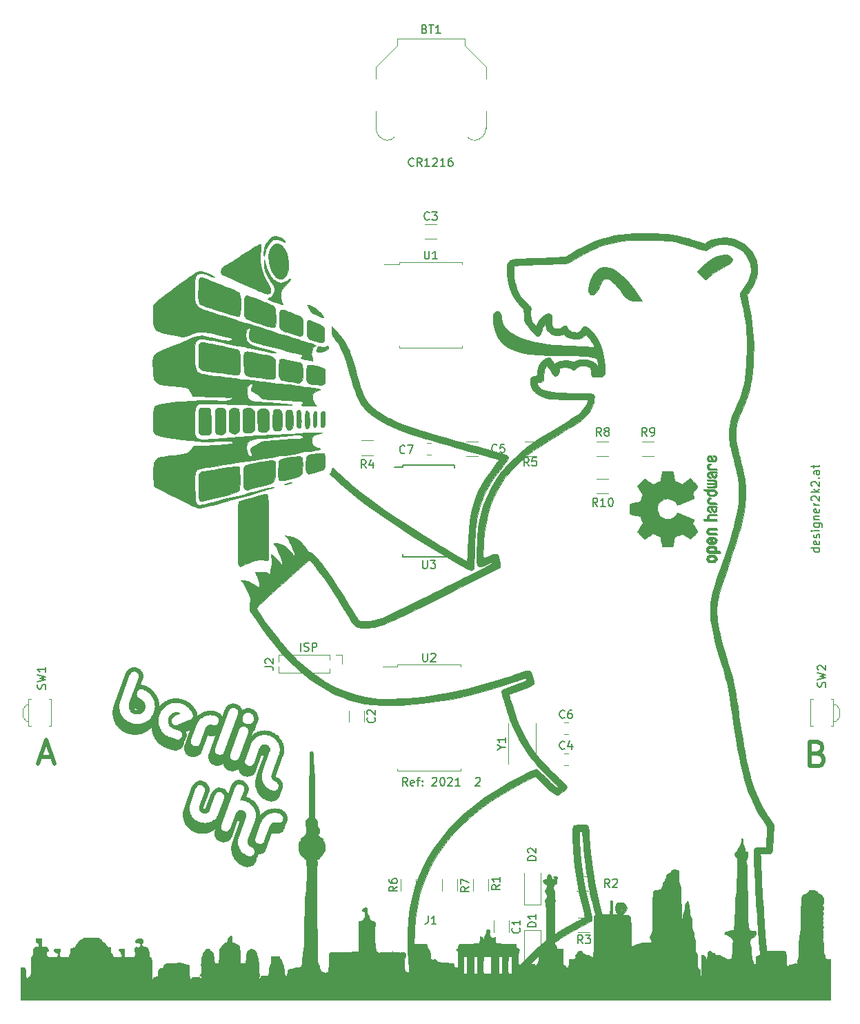
<source format=gbr>
%TF.GenerationSoftware,KiCad,Pcbnew,(5.1.9)-1*%
%TF.CreationDate,2021-12-23T21:14:11+01:00*%
%TF.ProjectId,Berlin_Uhr,4265726c-696e-45f5-9568-722e6b696361,rev?*%
%TF.SameCoordinates,Original*%
%TF.FileFunction,Legend,Top*%
%TF.FilePolarity,Positive*%
%FSLAX46Y46*%
G04 Gerber Fmt 4.6, Leading zero omitted, Abs format (unit mm)*
G04 Created by KiCad (PCBNEW (5.1.9)-1) date 2021-12-23 21:14:11*
%MOMM*%
%LPD*%
G01*
G04 APERTURE LIST*
%ADD10C,0.150000*%
%ADD11C,0.500000*%
%ADD12C,0.100000*%
%ADD13C,0.010000*%
%ADD14C,0.120000*%
G04 APERTURE END LIST*
D10*
X142904761Y-52857142D02*
X142857142Y-52904761D01*
X142714285Y-52952380D01*
X142619047Y-52952380D01*
X142476190Y-52904761D01*
X142380952Y-52809523D01*
X142333333Y-52714285D01*
X142285714Y-52523809D01*
X142285714Y-52380952D01*
X142333333Y-52190476D01*
X142380952Y-52095238D01*
X142476190Y-52000000D01*
X142619047Y-51952380D01*
X142714285Y-51952380D01*
X142857142Y-52000000D01*
X142904761Y-52047619D01*
X143904761Y-52952380D02*
X143571428Y-52476190D01*
X143333333Y-52952380D02*
X143333333Y-51952380D01*
X143714285Y-51952380D01*
X143809523Y-52000000D01*
X143857142Y-52047619D01*
X143904761Y-52142857D01*
X143904761Y-52285714D01*
X143857142Y-52380952D01*
X143809523Y-52428571D01*
X143714285Y-52476190D01*
X143333333Y-52476190D01*
X144857142Y-52952380D02*
X144285714Y-52952380D01*
X144571428Y-52952380D02*
X144571428Y-51952380D01*
X144476190Y-52095238D01*
X144380952Y-52190476D01*
X144285714Y-52238095D01*
X145238095Y-52047619D02*
X145285714Y-52000000D01*
X145380952Y-51952380D01*
X145619047Y-51952380D01*
X145714285Y-52000000D01*
X145761904Y-52047619D01*
X145809523Y-52142857D01*
X145809523Y-52238095D01*
X145761904Y-52380952D01*
X145190476Y-52952380D01*
X145809523Y-52952380D01*
X146761904Y-52952380D02*
X146190476Y-52952380D01*
X146476190Y-52952380D02*
X146476190Y-51952380D01*
X146380952Y-52095238D01*
X146285714Y-52190476D01*
X146190476Y-52238095D01*
X147619047Y-51952380D02*
X147428571Y-51952380D01*
X147333333Y-52000000D01*
X147285714Y-52047619D01*
X147190476Y-52190476D01*
X147142857Y-52380952D01*
X147142857Y-52761904D01*
X147190476Y-52857142D01*
X147238095Y-52904761D01*
X147333333Y-52952380D01*
X147523809Y-52952380D01*
X147619047Y-52904761D01*
X147666666Y-52857142D01*
X147714285Y-52761904D01*
X147714285Y-52523809D01*
X147666666Y-52428571D01*
X147619047Y-52380952D01*
X147523809Y-52333333D01*
X147333333Y-52333333D01*
X147238095Y-52380952D01*
X147190476Y-52428571D01*
X147142857Y-52523809D01*
X129023809Y-112452380D02*
X129023809Y-111452380D01*
X129452380Y-112404761D02*
X129595238Y-112452380D01*
X129833333Y-112452380D01*
X129928571Y-112404761D01*
X129976190Y-112357142D01*
X130023809Y-112261904D01*
X130023809Y-112166666D01*
X129976190Y-112071428D01*
X129928571Y-112023809D01*
X129833333Y-111976190D01*
X129642857Y-111928571D01*
X129547619Y-111880952D01*
X129500000Y-111833333D01*
X129452380Y-111738095D01*
X129452380Y-111642857D01*
X129500000Y-111547619D01*
X129547619Y-111500000D01*
X129642857Y-111452380D01*
X129880952Y-111452380D01*
X130023809Y-111500000D01*
X130452380Y-112452380D02*
X130452380Y-111452380D01*
X130833333Y-111452380D01*
X130928571Y-111500000D01*
X130976190Y-111547619D01*
X131023809Y-111642857D01*
X131023809Y-111785714D01*
X130976190Y-111880952D01*
X130928571Y-111928571D01*
X130833333Y-111976190D01*
X130452380Y-111976190D01*
D11*
X192492285Y-125007714D02*
X192920857Y-125150571D01*
X193063714Y-125293428D01*
X193206571Y-125579142D01*
X193206571Y-126007714D01*
X193063714Y-126293428D01*
X192920857Y-126436285D01*
X192635142Y-126579142D01*
X191492285Y-126579142D01*
X191492285Y-123579142D01*
X192492285Y-123579142D01*
X192778000Y-123722000D01*
X192920857Y-123864857D01*
X193063714Y-124150571D01*
X193063714Y-124436285D01*
X192920857Y-124722000D01*
X192778000Y-124864857D01*
X192492285Y-125007714D01*
X191492285Y-125007714D01*
X97075714Y-125468000D02*
X98504285Y-125468000D01*
X96790000Y-126325142D02*
X97790000Y-123325142D01*
X98790000Y-126325142D01*
D10*
X142137333Y-128976380D02*
X141804000Y-128500190D01*
X141565904Y-128976380D02*
X141565904Y-127976380D01*
X141946857Y-127976380D01*
X142042095Y-128024000D01*
X142089714Y-128071619D01*
X142137333Y-128166857D01*
X142137333Y-128309714D01*
X142089714Y-128404952D01*
X142042095Y-128452571D01*
X141946857Y-128500190D01*
X141565904Y-128500190D01*
X142946857Y-128928761D02*
X142851619Y-128976380D01*
X142661142Y-128976380D01*
X142565904Y-128928761D01*
X142518285Y-128833523D01*
X142518285Y-128452571D01*
X142565904Y-128357333D01*
X142661142Y-128309714D01*
X142851619Y-128309714D01*
X142946857Y-128357333D01*
X142994476Y-128452571D01*
X142994476Y-128547809D01*
X142518285Y-128643047D01*
X143280190Y-128309714D02*
X143661142Y-128309714D01*
X143423047Y-128976380D02*
X143423047Y-128119238D01*
X143470666Y-128024000D01*
X143565904Y-127976380D01*
X143661142Y-127976380D01*
X143994476Y-128881142D02*
X144042095Y-128928761D01*
X143994476Y-128976380D01*
X143946857Y-128928761D01*
X143994476Y-128881142D01*
X143994476Y-128976380D01*
X143994476Y-128357333D02*
X144042095Y-128404952D01*
X143994476Y-128452571D01*
X143946857Y-128404952D01*
X143994476Y-128357333D01*
X143994476Y-128452571D01*
X145184952Y-128071619D02*
X145232571Y-128024000D01*
X145327809Y-127976380D01*
X145565904Y-127976380D01*
X145661142Y-128024000D01*
X145708761Y-128071619D01*
X145756380Y-128166857D01*
X145756380Y-128262095D01*
X145708761Y-128404952D01*
X145137333Y-128976380D01*
X145756380Y-128976380D01*
X146375428Y-127976380D02*
X146470666Y-127976380D01*
X146565904Y-128024000D01*
X146613523Y-128071619D01*
X146661142Y-128166857D01*
X146708761Y-128357333D01*
X146708761Y-128595428D01*
X146661142Y-128785904D01*
X146613523Y-128881142D01*
X146565904Y-128928761D01*
X146470666Y-128976380D01*
X146375428Y-128976380D01*
X146280190Y-128928761D01*
X146232571Y-128881142D01*
X146184952Y-128785904D01*
X146137333Y-128595428D01*
X146137333Y-128357333D01*
X146184952Y-128166857D01*
X146232571Y-128071619D01*
X146280190Y-128024000D01*
X146375428Y-127976380D01*
X147089714Y-128071619D02*
X147137333Y-128024000D01*
X147232571Y-127976380D01*
X147470666Y-127976380D01*
X147565904Y-128024000D01*
X147613523Y-128071619D01*
X147661142Y-128166857D01*
X147661142Y-128262095D01*
X147613523Y-128404952D01*
X147042095Y-128976380D01*
X147661142Y-128976380D01*
X148613523Y-128976380D02*
X148042095Y-128976380D01*
X148327809Y-128976380D02*
X148327809Y-127976380D01*
X148232571Y-128119238D01*
X148137333Y-128214476D01*
X148042095Y-128262095D01*
X150518285Y-128071619D02*
X150565904Y-128024000D01*
X150661142Y-127976380D01*
X150899238Y-127976380D01*
X150994476Y-128024000D01*
X151042095Y-128071619D01*
X151089714Y-128166857D01*
X151089714Y-128262095D01*
X151042095Y-128404952D01*
X150470666Y-128976380D01*
X151089714Y-128976380D01*
X192730380Y-99829333D02*
X191730380Y-99829333D01*
X192682761Y-99829333D02*
X192730380Y-99924571D01*
X192730380Y-100115047D01*
X192682761Y-100210285D01*
X192635142Y-100257904D01*
X192539904Y-100305523D01*
X192254190Y-100305523D01*
X192158952Y-100257904D01*
X192111333Y-100210285D01*
X192063714Y-100115047D01*
X192063714Y-99924571D01*
X192111333Y-99829333D01*
X192682761Y-98972190D02*
X192730380Y-99067428D01*
X192730380Y-99257904D01*
X192682761Y-99353142D01*
X192587523Y-99400761D01*
X192206571Y-99400761D01*
X192111333Y-99353142D01*
X192063714Y-99257904D01*
X192063714Y-99067428D01*
X192111333Y-98972190D01*
X192206571Y-98924571D01*
X192301809Y-98924571D01*
X192397047Y-99400761D01*
X192682761Y-98543619D02*
X192730380Y-98448380D01*
X192730380Y-98257904D01*
X192682761Y-98162666D01*
X192587523Y-98115047D01*
X192539904Y-98115047D01*
X192444666Y-98162666D01*
X192397047Y-98257904D01*
X192397047Y-98400761D01*
X192349428Y-98496000D01*
X192254190Y-98543619D01*
X192206571Y-98543619D01*
X192111333Y-98496000D01*
X192063714Y-98400761D01*
X192063714Y-98257904D01*
X192111333Y-98162666D01*
X192730380Y-97686476D02*
X192063714Y-97686476D01*
X191730380Y-97686476D02*
X191778000Y-97734095D01*
X191825619Y-97686476D01*
X191778000Y-97638857D01*
X191730380Y-97686476D01*
X191825619Y-97686476D01*
X192063714Y-96781714D02*
X192873238Y-96781714D01*
X192968476Y-96829333D01*
X193016095Y-96876952D01*
X193063714Y-96972190D01*
X193063714Y-97115047D01*
X193016095Y-97210285D01*
X192682761Y-96781714D02*
X192730380Y-96876952D01*
X192730380Y-97067428D01*
X192682761Y-97162666D01*
X192635142Y-97210285D01*
X192539904Y-97257904D01*
X192254190Y-97257904D01*
X192158952Y-97210285D01*
X192111333Y-97162666D01*
X192063714Y-97067428D01*
X192063714Y-96876952D01*
X192111333Y-96781714D01*
X192063714Y-96305523D02*
X192730380Y-96305523D01*
X192158952Y-96305523D02*
X192111333Y-96257904D01*
X192063714Y-96162666D01*
X192063714Y-96019809D01*
X192111333Y-95924571D01*
X192206571Y-95876952D01*
X192730380Y-95876952D01*
X192682761Y-95019809D02*
X192730380Y-95115047D01*
X192730380Y-95305523D01*
X192682761Y-95400761D01*
X192587523Y-95448380D01*
X192206571Y-95448380D01*
X192111333Y-95400761D01*
X192063714Y-95305523D01*
X192063714Y-95115047D01*
X192111333Y-95019809D01*
X192206571Y-94972190D01*
X192301809Y-94972190D01*
X192397047Y-95448380D01*
X192730380Y-94543619D02*
X192063714Y-94543619D01*
X192254190Y-94543619D02*
X192158952Y-94496000D01*
X192111333Y-94448380D01*
X192063714Y-94353142D01*
X192063714Y-94257904D01*
X191825619Y-93972190D02*
X191778000Y-93924571D01*
X191730380Y-93829333D01*
X191730380Y-93591238D01*
X191778000Y-93496000D01*
X191825619Y-93448380D01*
X191920857Y-93400761D01*
X192016095Y-93400761D01*
X192158952Y-93448380D01*
X192730380Y-94019809D01*
X192730380Y-93400761D01*
X192730380Y-92972190D02*
X191730380Y-92972190D01*
X192349428Y-92876952D02*
X192730380Y-92591238D01*
X192063714Y-92591238D02*
X192444666Y-92972190D01*
X191825619Y-92210285D02*
X191778000Y-92162666D01*
X191730380Y-92067428D01*
X191730380Y-91829333D01*
X191778000Y-91734095D01*
X191825619Y-91686476D01*
X191920857Y-91638857D01*
X192016095Y-91638857D01*
X192158952Y-91686476D01*
X192730380Y-92257904D01*
X192730380Y-91638857D01*
X192635142Y-91210285D02*
X192682761Y-91162666D01*
X192730380Y-91210285D01*
X192682761Y-91257904D01*
X192635142Y-91210285D01*
X192730380Y-91210285D01*
X192730380Y-90305523D02*
X192206571Y-90305523D01*
X192111333Y-90353142D01*
X192063714Y-90448380D01*
X192063714Y-90638857D01*
X192111333Y-90734095D01*
X192682761Y-90305523D02*
X192730380Y-90400761D01*
X192730380Y-90638857D01*
X192682761Y-90734095D01*
X192587523Y-90781714D01*
X192492285Y-90781714D01*
X192397047Y-90734095D01*
X192349428Y-90638857D01*
X192349428Y-90400761D01*
X192301809Y-90305523D01*
X192063714Y-89972190D02*
X192063714Y-89591238D01*
X191730380Y-89829333D02*
X192587523Y-89829333D01*
X192682761Y-89781714D01*
X192730380Y-89686476D01*
X192730380Y-89591238D01*
D12*
%TO.C,BerlinUhr*%
G36*
X127074604Y-134135554D02*
G01*
X126847037Y-133151724D01*
X126877769Y-133037894D01*
X126885985Y-132927133D01*
X126871685Y-132819439D01*
X126834870Y-132714813D01*
X126778385Y-132619358D01*
X126705078Y-132539181D01*
X126614950Y-132474278D01*
X126507998Y-132424652D01*
X126386416Y-132384279D01*
X126265655Y-132351964D01*
X126145715Y-132327706D01*
X126026598Y-132311505D01*
X125908301Y-132303363D01*
X125790825Y-132303278D01*
X125674173Y-132311251D01*
X125558340Y-132327281D01*
X125443330Y-132351369D01*
X125329141Y-132383514D01*
X125215774Y-132423717D01*
X125103229Y-132471978D01*
X124994377Y-132525901D01*
X124891131Y-132585743D01*
X124793488Y-132651505D01*
X124701450Y-132723184D01*
X124615016Y-132800784D01*
X124534187Y-132884303D01*
X124458962Y-132973741D01*
X124389340Y-133069098D01*
X124325324Y-133170374D01*
X124266911Y-133277570D01*
X124214103Y-133390684D01*
X124166898Y-133509718D01*
X123509559Y-135315743D01*
X123477064Y-135432871D01*
X123466452Y-135545574D01*
X123477723Y-135653855D01*
X123510876Y-135757712D01*
X123569126Y-135849868D01*
X123644829Y-135928103D01*
X123737987Y-135992419D01*
X123848601Y-136042815D01*
X123965729Y-136075310D01*
X124078433Y-136085922D01*
X124186713Y-136074651D01*
X124290572Y-136041498D01*
X124386206Y-135984516D01*
X124466928Y-135909718D01*
X124532734Y-135817103D01*
X124583627Y-135706672D01*
X125240967Y-133900647D01*
X125285845Y-133799129D01*
X125341715Y-133710982D01*
X125408574Y-133636207D01*
X125486425Y-133574802D01*
X125575267Y-133526769D01*
X125675246Y-133490717D01*
X125777824Y-133469307D01*
X125883003Y-133462539D01*
X125990780Y-133470413D01*
X126101157Y-133492927D01*
X126236699Y-133520861D01*
X126360153Y-133528628D01*
X126471520Y-133516228D01*
X126570799Y-133483662D01*
X126657990Y-133430928D01*
X126733094Y-133358026D01*
X126796109Y-133264959D01*
X126847037Y-133151724D01*
X127074604Y-134135554D01*
X127021362Y-134263646D01*
X126959267Y-134379689D01*
X126888318Y-134483683D01*
X126808515Y-134575629D01*
X126719859Y-134655527D01*
X126622347Y-134723375D01*
X126515983Y-134779176D01*
X126406435Y-134821496D01*
X126293169Y-134851800D01*
X126176187Y-134870085D01*
X126055488Y-134876354D01*
X125931073Y-134870605D01*
X125802941Y-134852837D01*
X125671091Y-134823052D01*
X125539443Y-134813428D01*
X125468533Y-134884477D01*
X124811194Y-136690501D01*
X124759046Y-136814579D01*
X124696923Y-136927668D01*
X124624822Y-137029773D01*
X124542747Y-137120892D01*
X124450695Y-137201025D01*
X124348667Y-137270171D01*
X124236662Y-137328332D01*
X124179057Y-137350773D01*
X124111271Y-137369406D01*
X124036212Y-137383306D01*
X123956786Y-137391550D01*
X123875900Y-137393211D01*
X123796461Y-137387364D01*
X123721375Y-137373086D01*
X123653550Y-137349452D01*
X123595893Y-137315535D01*
X123551309Y-137270412D01*
X123522706Y-137213158D01*
X123512992Y-137142848D01*
X123525072Y-137058556D01*
X123561853Y-136959359D01*
X123626242Y-136844330D01*
X123721146Y-136712546D01*
X123635716Y-136628581D01*
X123534747Y-136549816D01*
X123422932Y-136475683D01*
X123304965Y-136405613D01*
X123185537Y-136339036D01*
X123069342Y-136275387D01*
X122961072Y-136214096D01*
X122865420Y-136154595D01*
X122787078Y-136096315D01*
X122730739Y-136038689D01*
X122701095Y-135981148D01*
X122702840Y-135923124D01*
X123649756Y-133321493D01*
X123697704Y-133198668D01*
X123750428Y-133080546D01*
X123807928Y-132967124D01*
X123870204Y-132858405D01*
X123937257Y-132754387D01*
X124009084Y-132655071D01*
X124085688Y-132560456D01*
X124167068Y-132470542D01*
X124253224Y-132385331D01*
X124344156Y-132304820D01*
X124439864Y-132229012D01*
X124540348Y-132157906D01*
X124645608Y-132091500D01*
X124755644Y-132029796D01*
X124870455Y-131972795D01*
X124988946Y-131921857D01*
X125107898Y-131877574D01*
X125227311Y-131839947D01*
X125347185Y-131808974D01*
X125467520Y-131784657D01*
X125588316Y-131766994D01*
X125709573Y-131755987D01*
X125831291Y-131751634D01*
X125953470Y-131753937D01*
X126076110Y-131762894D01*
X126199211Y-131778507D01*
X126322772Y-131800774D01*
X126446795Y-131829697D01*
X126571279Y-131865274D01*
X126696224Y-131907507D01*
X126818352Y-131958945D01*
X126930144Y-132020596D01*
X127031598Y-132092460D01*
X127122717Y-132174536D01*
X127203499Y-132266825D01*
X127273945Y-132369326D01*
X127334053Y-132482040D01*
X127381760Y-132600537D01*
X127414999Y-132720387D01*
X127433770Y-132841591D01*
X127438074Y-132964149D01*
X127427910Y-133088061D01*
X127403279Y-133213328D01*
X127364180Y-133339948D01*
X127320069Y-133447217D01*
X127268818Y-133546257D01*
X127210424Y-133637067D01*
X127144892Y-133719646D01*
X127142374Y-133824034D01*
X127129821Y-133928148D01*
X127107230Y-134031988D01*
X127074604Y-134135554D01*
G37*
G36*
X123553566Y-138214968D02*
G01*
X123325998Y-137231137D01*
X123357996Y-137113827D01*
X123367117Y-137000579D01*
X123353360Y-136891394D01*
X123316726Y-136786271D01*
X123263226Y-136691903D01*
X123190913Y-136612087D01*
X123099790Y-136546822D01*
X122989855Y-136496109D01*
X122958031Y-136484527D01*
X122855792Y-136438665D01*
X122765476Y-136379844D01*
X122687086Y-136308064D01*
X122620620Y-136223325D01*
X122566079Y-136125627D01*
X122528117Y-136024953D01*
X122507344Y-135922607D01*
X122503758Y-135818587D01*
X122517359Y-135712894D01*
X122548147Y-135605528D01*
X123411086Y-133234624D01*
X123451439Y-133113097D01*
X123483694Y-132992502D01*
X123507851Y-132872839D01*
X123523911Y-132754108D01*
X123531872Y-132636309D01*
X123531737Y-132519442D01*
X123523502Y-132403507D01*
X123507170Y-132288503D01*
X123482740Y-132174431D01*
X123450213Y-132061292D01*
X123409588Y-131949085D01*
X123360865Y-131837810D01*
X123305670Y-131728497D01*
X123244667Y-131624827D01*
X123177856Y-131526803D01*
X123105237Y-131434423D01*
X123026808Y-131347688D01*
X122942571Y-131266597D01*
X122852525Y-131191151D01*
X122756671Y-131121349D01*
X122655008Y-131057192D01*
X122547536Y-130998679D01*
X122434257Y-130945811D01*
X122315168Y-130898586D01*
X122201030Y-130860798D01*
X122086688Y-130830443D01*
X121972143Y-130807523D01*
X121857396Y-130792038D01*
X121742444Y-130783987D01*
X121627291Y-130783370D01*
X122070344Y-129566092D01*
X122102161Y-129449280D01*
X122110739Y-129337524D01*
X122096077Y-129230824D01*
X122058176Y-129129182D01*
X122001195Y-129033547D01*
X121926396Y-128952826D01*
X121833780Y-128887018D01*
X121723348Y-128836124D01*
X121606038Y-128804127D01*
X121492791Y-128795006D01*
X121383605Y-128808763D01*
X121278482Y-128845396D01*
X121187594Y-128900164D01*
X121110264Y-128973381D01*
X121046491Y-129065047D01*
X120996276Y-129175163D01*
X119316730Y-133789678D01*
X119284235Y-133906806D01*
X119273623Y-134019510D01*
X119284894Y-134127791D01*
X119318047Y-134231648D01*
X119376295Y-134323802D01*
X119451999Y-134402037D01*
X119545156Y-134466353D01*
X119655770Y-134516749D01*
X119772898Y-134549244D01*
X119885604Y-134559857D01*
X119993885Y-134548586D01*
X120097741Y-134515433D01*
X120193376Y-134458452D01*
X120274098Y-134383653D01*
X120339905Y-134291038D01*
X120390798Y-134180607D01*
X121048137Y-132374581D01*
X121093566Y-132272543D01*
X121151085Y-132182835D01*
X121220694Y-132105456D01*
X121302394Y-132040407D01*
X121396185Y-131987688D01*
X121499723Y-131950770D01*
X121604298Y-131930807D01*
X121709908Y-131927799D01*
X121816556Y-131941748D01*
X121924239Y-131972653D01*
X122023298Y-132017357D01*
X122110431Y-132075019D01*
X122185638Y-132145641D01*
X122248921Y-132229222D01*
X122300280Y-132325761D01*
X122341221Y-132427159D01*
X122364570Y-132529362D01*
X122370326Y-132632369D01*
X122358490Y-132736183D01*
X122329062Y-132840800D01*
X121474081Y-135214600D01*
X121433708Y-135336182D01*
X121401392Y-135456943D01*
X121377135Y-135576882D01*
X121360935Y-135696000D01*
X121352793Y-135814296D01*
X121352707Y-135931771D01*
X121360681Y-136048424D01*
X121376710Y-136164257D01*
X121400798Y-136279267D01*
X121432944Y-136393457D01*
X121473146Y-136506824D01*
X121521408Y-136619371D01*
X121576601Y-136728683D01*
X121637603Y-136832352D01*
X121704415Y-136930377D01*
X121777035Y-137022756D01*
X121855463Y-137109491D01*
X121939700Y-137190582D01*
X122029745Y-137266028D01*
X122125599Y-137335830D01*
X122227262Y-137399987D01*
X122334734Y-137458500D01*
X122448014Y-137511369D01*
X122567103Y-137558593D01*
X122598926Y-137570176D01*
X122715739Y-137601993D01*
X122827495Y-137610570D01*
X122934194Y-137595910D01*
X123035837Y-137558009D01*
X123130205Y-137504508D01*
X123210022Y-137432196D01*
X123275286Y-137341072D01*
X123325998Y-137231137D01*
X123553566Y-138214968D01*
X123508483Y-138324136D01*
X123455761Y-138424893D01*
X123395401Y-138517239D01*
X123327404Y-138601173D01*
X123251768Y-138676697D01*
X123168495Y-138743808D01*
X123077583Y-138802508D01*
X122979033Y-138852798D01*
X122877163Y-138895966D01*
X122773759Y-138927876D01*
X122668821Y-138948529D01*
X122562350Y-138957924D01*
X122454344Y-138956061D01*
X122344805Y-138942940D01*
X122233731Y-138918563D01*
X122121124Y-138882927D01*
X122002917Y-138837052D01*
X121888967Y-138787025D01*
X121779273Y-138732846D01*
X121673836Y-138674513D01*
X121572655Y-138612029D01*
X121475731Y-138545392D01*
X121383063Y-138474603D01*
X121294652Y-138399662D01*
X121210499Y-138320568D01*
X121130600Y-138237322D01*
X121054959Y-138149924D01*
X120983575Y-138058372D01*
X120916447Y-137962670D01*
X120853575Y-137862813D01*
X120794961Y-137758805D01*
X120740603Y-137650645D01*
X120691011Y-137541087D01*
X120647422Y-137430898D01*
X120609835Y-137320078D01*
X120578249Y-137208627D01*
X120552665Y-137096544D01*
X120533082Y-136983831D01*
X120519503Y-136870486D01*
X120511924Y-136756510D01*
X120510347Y-136641904D01*
X120514772Y-136526665D01*
X120525199Y-136410795D01*
X120541627Y-136294294D01*
X120564058Y-136177163D01*
X120592490Y-136059400D01*
X120626924Y-135941006D01*
X120667360Y-135821980D01*
X121522343Y-133448181D01*
X121525085Y-133347816D01*
X121446437Y-133285403D01*
X121340106Y-133280490D01*
X121275704Y-133358412D01*
X120618365Y-135164437D01*
X120573282Y-135273605D01*
X120520560Y-135374361D01*
X120460200Y-135466707D01*
X120392203Y-135550642D01*
X120316567Y-135626164D01*
X120233294Y-135693276D01*
X120142382Y-135751977D01*
X120043833Y-135802267D01*
X119940098Y-135844756D01*
X119835078Y-135876078D01*
X119728773Y-135896232D01*
X119621182Y-135905220D01*
X119512307Y-135903040D01*
X119402146Y-135889693D01*
X119290700Y-135865179D01*
X119177968Y-135829498D01*
X119068676Y-135784369D01*
X118967546Y-135731512D01*
X118874580Y-135670926D01*
X118789774Y-135602612D01*
X118713132Y-135526569D01*
X118644653Y-135442799D01*
X118584337Y-135351299D01*
X118532182Y-135252071D01*
X118485877Y-135136290D01*
X118453951Y-135018389D01*
X118436406Y-134898365D01*
X118433238Y-134776221D01*
X118444449Y-134651955D01*
X118470040Y-134525568D01*
X118510011Y-134397058D01*
X120479133Y-128986939D01*
X120531118Y-128862802D01*
X120592754Y-128749534D01*
X120664043Y-128647134D01*
X120744983Y-128555602D01*
X120835573Y-128474938D01*
X120935815Y-128405141D01*
X121045709Y-128346213D01*
X121149444Y-128303724D01*
X121254464Y-128272402D01*
X121360769Y-128252247D01*
X121468359Y-128243259D01*
X121577236Y-128245438D01*
X121687397Y-128258785D01*
X121798843Y-128283298D01*
X121911573Y-128318979D01*
X122020867Y-128364108D01*
X122121996Y-128416966D01*
X122214963Y-128477552D01*
X122299767Y-128545866D01*
X122376409Y-128621909D01*
X122444889Y-128705681D01*
X122505205Y-128797180D01*
X122557360Y-128896408D01*
X122600527Y-128998279D01*
X122632437Y-129101683D01*
X122653090Y-129206620D01*
X122662485Y-129313093D01*
X122660622Y-129421098D01*
X122647502Y-129530638D01*
X122623124Y-129641710D01*
X122587488Y-129754317D01*
X122376097Y-130335109D01*
X122439745Y-130358275D01*
X122503393Y-130381441D01*
X122626218Y-130429389D01*
X122744341Y-130482114D01*
X122857762Y-130539614D01*
X122966482Y-130601890D01*
X123070500Y-130668942D01*
X123169816Y-130740769D01*
X123264431Y-130817373D01*
X123354344Y-130898754D01*
X123439555Y-130984909D01*
X123520065Y-131075841D01*
X123595874Y-131171549D01*
X123666981Y-131272033D01*
X123733385Y-131377293D01*
X123795088Y-131487328D01*
X123852090Y-131602140D01*
X123904427Y-131719979D01*
X123950012Y-131838324D01*
X123988845Y-131957175D01*
X124020927Y-132076532D01*
X124046258Y-132196394D01*
X124064836Y-132316764D01*
X124076664Y-132437638D01*
X124081740Y-132559019D01*
X124080065Y-132680905D01*
X124071638Y-132803297D01*
X124056459Y-132926197D01*
X124034530Y-133049600D01*
X124005848Y-133173511D01*
X123970415Y-133297927D01*
X123928231Y-133422850D01*
X123065293Y-135793754D01*
X123053696Y-135869622D01*
X123080685Y-135927498D01*
X123146256Y-135967382D01*
X123259323Y-136013744D01*
X123363821Y-136067405D01*
X123459749Y-136128364D01*
X123547108Y-136196623D01*
X123625898Y-136272181D01*
X123696118Y-136355036D01*
X123757770Y-136445191D01*
X123810851Y-136542645D01*
X123855160Y-136647183D01*
X123887962Y-136753165D01*
X123909258Y-136860590D01*
X123919047Y-136969457D01*
X123917331Y-137079769D01*
X123904108Y-137191523D01*
X123879379Y-137304721D01*
X123843143Y-137419362D01*
X123800299Y-137523151D01*
X123749952Y-137619704D01*
X123692103Y-137709022D01*
X123626750Y-137791104D01*
X123624052Y-137895990D01*
X123610955Y-138001595D01*
X123587461Y-138107921D01*
X123553566Y-138214968D01*
G37*
G36*
X119196079Y-133304270D02*
G01*
X118968512Y-132320440D01*
X119622955Y-130522373D01*
X119654772Y-130405560D01*
X119663350Y-130293804D01*
X119648688Y-130187105D01*
X119610787Y-130085462D01*
X119557287Y-129991094D01*
X119484974Y-129911278D01*
X119393851Y-129846013D01*
X119283916Y-129795301D01*
X119166606Y-129763303D01*
X119053359Y-129754183D01*
X118944173Y-129767939D01*
X118839050Y-129804573D01*
X118744681Y-129858073D01*
X118664865Y-129930385D01*
X118599601Y-130021509D01*
X118548888Y-130131444D01*
X117894445Y-131929511D01*
X117848901Y-132031868D01*
X117791034Y-132122531D01*
X117720846Y-132201501D01*
X117638334Y-132268776D01*
X117543502Y-132324360D01*
X117442828Y-132362322D01*
X117340481Y-132383095D01*
X117236462Y-132386681D01*
X117130769Y-132373080D01*
X117023403Y-132342291D01*
X116921047Y-132296748D01*
X116830384Y-132238881D01*
X116751414Y-132168692D01*
X116684138Y-132086181D01*
X116628555Y-131991346D01*
X116591636Y-131887809D01*
X116571673Y-131783236D01*
X116568666Y-131677626D01*
X116582615Y-131570978D01*
X116613520Y-131463293D01*
X117262172Y-129681137D01*
X117294169Y-129563827D01*
X117303290Y-129450578D01*
X117289533Y-129341394D01*
X117252899Y-129236270D01*
X117195918Y-129140635D01*
X117121119Y-129059914D01*
X117028504Y-128994106D01*
X116918072Y-128943213D01*
X116800762Y-128911215D01*
X116687514Y-128902095D01*
X116578329Y-128915851D01*
X116473206Y-128952485D01*
X116381051Y-129010733D01*
X116302816Y-129086436D01*
X116238501Y-129179595D01*
X116188104Y-129290208D01*
X115539453Y-131072364D01*
X115498561Y-131195197D01*
X115465658Y-131317058D01*
X115440742Y-131437946D01*
X115423813Y-131557863D01*
X115414872Y-131676807D01*
X115413918Y-131794778D01*
X115420951Y-131911779D01*
X115435972Y-132027806D01*
X115458980Y-132142862D01*
X115489975Y-132256945D01*
X115528958Y-132370056D01*
X115575928Y-132482195D01*
X115631639Y-132590258D01*
X115693230Y-132692827D01*
X115760699Y-132789902D01*
X115834047Y-132881484D01*
X115913275Y-132967572D01*
X115998381Y-133048165D01*
X116089366Y-133123266D01*
X116186229Y-133192872D01*
X116288973Y-133256985D01*
X116397594Y-133315603D01*
X116512095Y-133368729D01*
X116632474Y-133416360D01*
X116754000Y-133456713D01*
X116874595Y-133488968D01*
X116994259Y-133513125D01*
X117112990Y-133529184D01*
X117230789Y-133537146D01*
X117347656Y-133537009D01*
X117463591Y-133528775D01*
X117578595Y-133512443D01*
X117692666Y-133488013D01*
X117805806Y-133455485D01*
X117918013Y-133414859D01*
X118029289Y-133366136D01*
X118138602Y-133310942D01*
X118242271Y-133249939D01*
X118340295Y-133183128D01*
X118432675Y-133110508D01*
X118519409Y-133032081D01*
X118600501Y-132947843D01*
X118675947Y-132857798D01*
X118745750Y-132761943D01*
X118809907Y-132660280D01*
X118868420Y-132552810D01*
X118921288Y-132439529D01*
X118968512Y-132320440D01*
X119196079Y-133304270D01*
X119148131Y-133427095D01*
X119095407Y-133545218D01*
X119037907Y-133658639D01*
X118975631Y-133767359D01*
X118908579Y-133871377D01*
X118836751Y-133970693D01*
X118760147Y-134065308D01*
X118678767Y-134155222D01*
X118592612Y-134240434D01*
X118501680Y-134320944D01*
X118405972Y-134396752D01*
X118305488Y-134467858D01*
X118200228Y-134534264D01*
X118090193Y-134595968D01*
X117975381Y-134652969D01*
X117857542Y-134705306D01*
X117739197Y-134750890D01*
X117620346Y-134789724D01*
X117500990Y-134821805D01*
X117381127Y-134847135D01*
X117260759Y-134865714D01*
X117139884Y-134877542D01*
X117018504Y-134882618D01*
X116896617Y-134880942D01*
X116774224Y-134872515D01*
X116651326Y-134857337D01*
X116527922Y-134835407D01*
X116404011Y-134806725D01*
X116279595Y-134771292D01*
X116154673Y-134729108D01*
X116030822Y-134680787D01*
X115911745Y-134627715D01*
X115797439Y-134569894D01*
X115687907Y-134507322D01*
X115583146Y-134439999D01*
X115483158Y-134367927D01*
X115387942Y-134291104D01*
X115297499Y-134209531D01*
X115211827Y-134123208D01*
X115130928Y-134032135D01*
X115054802Y-133936311D01*
X114983447Y-133835737D01*
X114916866Y-133730413D01*
X114855056Y-133620338D01*
X114798018Y-133505514D01*
X114746721Y-133388012D01*
X114702129Y-133269910D01*
X114664244Y-133151203D01*
X114633065Y-133031896D01*
X114608594Y-132911986D01*
X114590829Y-132791473D01*
X114579770Y-132670357D01*
X114575417Y-132548639D01*
X114577771Y-132426319D01*
X114586832Y-132303396D01*
X114602599Y-132179871D01*
X114625072Y-132055743D01*
X114654252Y-131931013D01*
X114690139Y-131805680D01*
X114732732Y-131679745D01*
X115670960Y-129101983D01*
X115715965Y-128992646D01*
X115768449Y-128891380D01*
X115828413Y-128798187D01*
X115895857Y-128713065D01*
X115970782Y-128636017D01*
X116053185Y-128567039D01*
X116143068Y-128506134D01*
X116240432Y-128453301D01*
X116344167Y-128410812D01*
X116449188Y-128379490D01*
X116555493Y-128359335D01*
X116663083Y-128350348D01*
X116771959Y-128352527D01*
X116882120Y-128365873D01*
X116993566Y-128390387D01*
X117106297Y-128426068D01*
X117215589Y-128471197D01*
X117316719Y-128524054D01*
X117409687Y-128584641D01*
X117494491Y-128652955D01*
X117571133Y-128728998D01*
X117639613Y-128812769D01*
X117699929Y-128904269D01*
X117752083Y-129003497D01*
X117794572Y-129107232D01*
X117825894Y-129212253D01*
X117846048Y-129318558D01*
X117855036Y-129426148D01*
X117852857Y-129535024D01*
X117839510Y-129645185D01*
X117814996Y-129756630D01*
X117779315Y-129869361D01*
X117130663Y-131651517D01*
X117119067Y-131727388D01*
X117146055Y-131785265D01*
X117211627Y-131825149D01*
X117312716Y-131825902D01*
X117377301Y-131741286D01*
X118031744Y-129943219D01*
X118076828Y-129834051D01*
X118129549Y-129733295D01*
X118189909Y-129640949D01*
X118257906Y-129557014D01*
X118333542Y-129481491D01*
X118416816Y-129414380D01*
X118507727Y-129355679D01*
X118606277Y-129305389D01*
X118710012Y-129262900D01*
X118815032Y-129231578D01*
X118921336Y-129211423D01*
X119028927Y-129202435D01*
X119137804Y-129204615D01*
X119247964Y-129217962D01*
X119359410Y-129242475D01*
X119472141Y-129278156D01*
X119581309Y-129323239D01*
X119682066Y-129375962D01*
X119774412Y-129436321D01*
X119858347Y-129504319D01*
X119933869Y-129579955D01*
X120000981Y-129663228D01*
X120059682Y-129754140D01*
X120109971Y-129852689D01*
X120153138Y-129954560D01*
X120185049Y-130057964D01*
X120205702Y-130162901D01*
X120215096Y-130269373D01*
X120213234Y-130377379D01*
X120200113Y-130486918D01*
X120175735Y-130597991D01*
X120140099Y-130710598D01*
X119196079Y-133304270D01*
G37*
G36*
X126496469Y-130175816D02*
G01*
X126451261Y-130284940D01*
X126398166Y-130385560D01*
X126337185Y-130477680D01*
X126268317Y-130561298D01*
X126191563Y-130636414D01*
X126106921Y-130703028D01*
X126014394Y-130761141D01*
X125913980Y-130810751D01*
X125810369Y-130853286D01*
X125705721Y-130884744D01*
X125600038Y-130905125D01*
X125493318Y-130914430D01*
X125385561Y-130912657D01*
X125276767Y-130899808D01*
X125166937Y-130875882D01*
X125056070Y-130840880D01*
X124937851Y-130795036D01*
X124823867Y-130745103D01*
X124714116Y-130691077D01*
X124608600Y-130632964D01*
X124507317Y-130570759D01*
X124410268Y-130504464D01*
X124317454Y-130434079D01*
X124228873Y-130359604D01*
X124144526Y-130281038D01*
X124064414Y-130198382D01*
X123988535Y-130111636D01*
X123916890Y-130020800D01*
X123849479Y-129925874D01*
X123786302Y-129826856D01*
X123727359Y-129723750D01*
X123672650Y-129616552D01*
X123623071Y-129506964D01*
X123579515Y-129396681D01*
X123541984Y-129285705D01*
X123510477Y-129174037D01*
X123484996Y-129061674D01*
X123465538Y-128948618D01*
X123452104Y-128834870D01*
X123444696Y-128720427D01*
X123443311Y-128605292D01*
X123447951Y-128489463D01*
X123458615Y-128372941D01*
X123475304Y-128255725D01*
X123498017Y-128137817D01*
X123526755Y-128019214D01*
X123561516Y-127899919D01*
X123602303Y-127779930D01*
X123738404Y-127405994D01*
X124457255Y-125406115D01*
X124459997Y-125305750D01*
X124381351Y-125243337D01*
X124275019Y-125238423D01*
X124210617Y-125316346D01*
X123553277Y-127122373D01*
X123508193Y-127231541D01*
X123455472Y-127332298D01*
X123395111Y-127424644D01*
X123327113Y-127508578D01*
X123251479Y-127584101D01*
X123168205Y-127651213D01*
X123077292Y-127709915D01*
X122978743Y-127760204D01*
X122875008Y-127802693D01*
X122769988Y-127834014D01*
X122663683Y-127854169D01*
X122556092Y-127863157D01*
X122447216Y-127860978D01*
X122337056Y-127847631D01*
X122225609Y-127823117D01*
X122112878Y-127787436D01*
X122003585Y-127742307D01*
X121902455Y-127689450D01*
X121809487Y-127628864D01*
X121724683Y-127560549D01*
X121648041Y-127484506D01*
X121579562Y-127400735D01*
X121519245Y-127309235D01*
X121467091Y-127210007D01*
X121420785Y-127094227D01*
X121388860Y-126976325D01*
X121371313Y-126856302D01*
X121368146Y-126734157D01*
X121379358Y-126609891D01*
X121404948Y-126483503D01*
X121444919Y-126354993D01*
X122391836Y-123753359D01*
X122439784Y-123630534D01*
X122492508Y-123512411D01*
X122550008Y-123398990D01*
X122612284Y-123290270D01*
X122679336Y-123186252D01*
X122751164Y-123086935D01*
X122827768Y-122992321D01*
X122909149Y-122902407D01*
X122995304Y-122817196D01*
X123086236Y-122736685D01*
X123181945Y-122660878D01*
X123282429Y-122589770D01*
X123387689Y-122523365D01*
X123497725Y-122461662D01*
X123612536Y-122404660D01*
X123731027Y-122353722D01*
X123849979Y-122309440D01*
X123969392Y-122271812D01*
X124089267Y-122240840D01*
X124209602Y-122216521D01*
X124330398Y-122198859D01*
X124451655Y-122187851D01*
X124573374Y-122183499D01*
X124695552Y-122185801D01*
X124818193Y-122194759D01*
X124941294Y-122210372D01*
X125064856Y-122232639D01*
X125188879Y-122261562D01*
X125313363Y-122297140D01*
X125438308Y-122339372D01*
X125561133Y-122387320D01*
X125679256Y-122440044D01*
X125792677Y-122497544D01*
X125901397Y-122559820D01*
X126005415Y-122626872D01*
X126104731Y-122698701D01*
X126199346Y-122775305D01*
X126289259Y-122856684D01*
X126374471Y-122942840D01*
X126454982Y-123033773D01*
X126530789Y-123129481D01*
X126601896Y-123229965D01*
X126668302Y-123335225D01*
X126730005Y-123445261D01*
X126787007Y-123560073D01*
X126839343Y-123677911D01*
X126884928Y-123796256D01*
X126923762Y-123915107D01*
X126955844Y-124034464D01*
X126981174Y-124154327D01*
X126999753Y-124274696D01*
X127011581Y-124395570D01*
X127016656Y-124516951D01*
X127014980Y-124638838D01*
X127006553Y-124761230D01*
X126991375Y-124884129D01*
X126969445Y-125007534D01*
X126940763Y-125131444D01*
X126905330Y-125255860D01*
X126863146Y-125380783D01*
X126000206Y-127751691D01*
X125988610Y-127827560D01*
X126015599Y-127885437D01*
X126081171Y-127925320D01*
X126194362Y-127971728D01*
X126299233Y-128025525D01*
X126395783Y-128086711D01*
X126484013Y-128155286D01*
X126563921Y-128231250D01*
X126635509Y-128314605D01*
X126698775Y-128405347D01*
X126753722Y-128503480D01*
X126798031Y-128608018D01*
X126830833Y-128714000D01*
X126852129Y-128821425D01*
X126861918Y-128930293D01*
X126860202Y-129040604D01*
X126846979Y-129152358D01*
X126822250Y-129265557D01*
X126786014Y-129380198D01*
X126743170Y-129483987D01*
X126692823Y-129580540D01*
X126634974Y-129669858D01*
X126569621Y-129751939D01*
X126566923Y-129856825D01*
X126553826Y-129962431D01*
X126530331Y-130068758D01*
X126218221Y-129301932D01*
X126268933Y-129191995D01*
X126268902Y-129191984D01*
X126300900Y-129074675D01*
X126310020Y-128961427D01*
X126296263Y-128852241D01*
X126259629Y-128747118D01*
X126202648Y-128651482D01*
X126127850Y-128570761D01*
X126035234Y-128504953D01*
X125924802Y-128454060D01*
X125892974Y-128442475D01*
X125790734Y-128396613D01*
X125700418Y-128337792D01*
X125622028Y-128266012D01*
X125555562Y-128181273D01*
X125501021Y-128083575D01*
X125463060Y-127982901D01*
X125442286Y-127880555D01*
X125438699Y-127776535D01*
X125452301Y-127670842D01*
X125483089Y-127563476D01*
X126346030Y-125192568D01*
X126386383Y-125071041D01*
X126418638Y-124950446D01*
X126442795Y-124830782D01*
X126458854Y-124712052D01*
X126466816Y-124594252D01*
X126466680Y-124477385D01*
X126458445Y-124361450D01*
X126442113Y-124246446D01*
X126417683Y-124132375D01*
X126385156Y-124019235D01*
X126344530Y-123907027D01*
X126295807Y-123795752D01*
X126240613Y-123686439D01*
X126179610Y-123582769D01*
X126112799Y-123484745D01*
X126040179Y-123392365D01*
X125961751Y-123305630D01*
X125877513Y-123224538D01*
X125787468Y-123149092D01*
X125691614Y-123079290D01*
X125589951Y-123015133D01*
X125482480Y-122956619D01*
X125369199Y-122903751D01*
X125250111Y-122856527D01*
X125128529Y-122816154D01*
X125007768Y-122783838D01*
X124887828Y-122759581D01*
X124768710Y-122743381D01*
X124650414Y-122735238D01*
X124532938Y-122735153D01*
X124416284Y-122743126D01*
X124300452Y-122759157D01*
X124185441Y-122783244D01*
X124071252Y-122815390D01*
X123957884Y-122855593D01*
X123845338Y-122903854D01*
X123736487Y-122957778D01*
X123633240Y-123017620D01*
X123535598Y-123083381D01*
X123443560Y-123155062D01*
X123357126Y-123232662D01*
X123276296Y-123316180D01*
X123201071Y-123405619D01*
X123131450Y-123500976D01*
X123067433Y-123602251D01*
X123009021Y-123709447D01*
X122956213Y-123822561D01*
X122909009Y-123941595D01*
X122251669Y-125747622D01*
X122219174Y-125864751D01*
X122208561Y-125977456D01*
X122219832Y-126085737D01*
X122252985Y-126189593D01*
X122311233Y-126281748D01*
X122386937Y-126359983D01*
X122480095Y-126424299D01*
X122590709Y-126474695D01*
X122707837Y-126507190D01*
X122820543Y-126517803D01*
X122928824Y-126506532D01*
X123032680Y-126473379D01*
X123128315Y-126416398D01*
X123209036Y-126341599D01*
X123274844Y-126248983D01*
X123325737Y-126138551D01*
X123983078Y-124332524D01*
X124028505Y-124230486D01*
X124086024Y-124140778D01*
X124155634Y-124063399D01*
X124237335Y-123998350D01*
X124331127Y-123945631D01*
X124434665Y-123908713D01*
X124539239Y-123888749D01*
X124644849Y-123885743D01*
X124751497Y-123899692D01*
X124859182Y-123930596D01*
X124958239Y-123975299D01*
X125045372Y-124032962D01*
X125120580Y-124103584D01*
X125183864Y-124187165D01*
X125235222Y-124283705D01*
X125276163Y-124385103D01*
X125299512Y-124487305D01*
X125305268Y-124590313D01*
X125293432Y-124694126D01*
X125264005Y-124798743D01*
X124409052Y-127172559D01*
X124368182Y-127295337D01*
X124335338Y-127417030D01*
X124310523Y-127537643D01*
X124293735Y-127657173D01*
X124284974Y-127775620D01*
X124284242Y-127892985D01*
X124291536Y-128009266D01*
X124306858Y-128124465D01*
X124330209Y-128238582D01*
X124361586Y-128351615D01*
X124400991Y-128463567D01*
X124448423Y-128574435D01*
X124503673Y-128683768D01*
X124564841Y-128787497D01*
X124631929Y-128885622D01*
X124704934Y-128978143D01*
X124783861Y-129065060D01*
X124868705Y-129146372D01*
X124959470Y-129222080D01*
X125056153Y-129292183D01*
X125158755Y-129356683D01*
X125267276Y-129415578D01*
X125381716Y-129468869D01*
X125502076Y-129516555D01*
X125533904Y-129528139D01*
X125651213Y-129560137D01*
X125764461Y-129569259D01*
X125873647Y-129555502D01*
X125978770Y-129518868D01*
X126073139Y-129465367D01*
X126152956Y-129393055D01*
X126218221Y-129301932D01*
X126530331Y-130068758D01*
X126496437Y-130175804D01*
X126496469Y-130175816D01*
G37*
G36*
X123486131Y-121935180D02*
G01*
X123437401Y-122052233D01*
X123379239Y-122161530D01*
X123311648Y-122263069D01*
X123234625Y-122356851D01*
X123148173Y-122442876D01*
X123121013Y-122554626D01*
X121479945Y-125466738D01*
X122565860Y-122483213D01*
X122599900Y-122368905D01*
X122615792Y-122262898D01*
X122613534Y-122165191D01*
X122593128Y-122075783D01*
X122554572Y-121994676D01*
X122497868Y-121921868D01*
X122423015Y-121857359D01*
X122330014Y-121801151D01*
X122218863Y-121753243D01*
X122101554Y-121721245D01*
X121988305Y-121712125D01*
X121879121Y-121725881D01*
X121773997Y-121762516D01*
X121683109Y-121817284D01*
X121605778Y-121890500D01*
X121542005Y-121982167D01*
X121491790Y-122092283D01*
X120405876Y-125075808D01*
X120373381Y-125192937D01*
X120362768Y-125305642D01*
X120374039Y-125413923D01*
X120407193Y-125517780D01*
X120465441Y-125609934D01*
X120541143Y-125688169D01*
X120634302Y-125752485D01*
X120744916Y-125802882D01*
X120862044Y-125835377D01*
X120974750Y-125845989D01*
X121083030Y-125834719D01*
X121186887Y-125801565D01*
X121282522Y-125744584D01*
X121363244Y-125669786D01*
X121429052Y-125577170D01*
X121479945Y-125466738D01*
X123121013Y-122554626D01*
X123083001Y-122671436D01*
X121707509Y-126450568D01*
X121662301Y-126559691D01*
X121609207Y-126660313D01*
X121548225Y-126752433D01*
X121479357Y-126836050D01*
X121402603Y-126911166D01*
X121317962Y-126977780D01*
X121225434Y-127035893D01*
X121125020Y-127085504D01*
X121021409Y-127128038D01*
X120916762Y-127159495D01*
X120811079Y-127179877D01*
X120704358Y-127189181D01*
X120596601Y-127187409D01*
X120487807Y-127174560D01*
X120377977Y-127150634D01*
X120267111Y-127115631D01*
X120157818Y-127070502D01*
X120056688Y-127017645D01*
X119963721Y-126957060D01*
X119878916Y-126888745D01*
X119802274Y-126812702D01*
X119733795Y-126728931D01*
X119673478Y-126637431D01*
X119621324Y-126538203D01*
X119575018Y-126422423D01*
X119543093Y-126304521D01*
X119525546Y-126184498D01*
X119522379Y-126062353D01*
X119533591Y-125938087D01*
X119559181Y-125811698D01*
X119599152Y-125683189D01*
X120974643Y-121904057D01*
X121018437Y-121796108D01*
X121068738Y-121695034D01*
X121055986Y-121569657D01*
X121055849Y-121445269D01*
X121068327Y-121321869D01*
X121093421Y-121199455D01*
X121131129Y-121078029D01*
X121172888Y-120977224D01*
X121222872Y-120881665D01*
X121281084Y-120791353D01*
X121347522Y-120706288D01*
X121351307Y-120598418D01*
X121364765Y-120491817D01*
X121387898Y-120386486D01*
X121420706Y-120282422D01*
X121469398Y-120165276D01*
X121527151Y-120056495D01*
X121593967Y-119956081D01*
X121669845Y-119864034D01*
X121754785Y-119780353D01*
X121848787Y-119705039D01*
X121951851Y-119638091D01*
X122063977Y-119579509D01*
X122183470Y-119530085D01*
X122303207Y-119493139D01*
X122423190Y-119468670D01*
X122543417Y-119456680D01*
X122663890Y-119457168D01*
X122784608Y-119470133D01*
X122905570Y-119495577D01*
X123026778Y-119533498D01*
X123143880Y-119582315D01*
X123252525Y-119640441D01*
X123352712Y-119707879D01*
X123444443Y-119784626D01*
X123527716Y-119870685D01*
X123602533Y-119966055D01*
X123668893Y-120070735D01*
X123726795Y-120184725D01*
X123776899Y-120302354D01*
X123814433Y-120420476D01*
X123839399Y-120539091D01*
X123851797Y-120658199D01*
X123851626Y-120777802D01*
X123838887Y-120897898D01*
X123813579Y-121018488D01*
X123775703Y-121139571D01*
X123733944Y-121240377D01*
X123683959Y-121335935D01*
X123625747Y-121426247D01*
X123559309Y-121511313D01*
X123555525Y-121619182D01*
X123542066Y-121725782D01*
X123518933Y-121831114D01*
X123258563Y-120951347D01*
X123288831Y-120843432D01*
X123300871Y-120736089D01*
X123294681Y-120629320D01*
X123270263Y-120523124D01*
X123227616Y-120417501D01*
X123174117Y-120316939D01*
X123108462Y-120229973D01*
X123030651Y-120156601D01*
X122940683Y-120096825D01*
X122838559Y-120050644D01*
X122730325Y-120020261D01*
X122622028Y-120007874D01*
X122513667Y-120013485D01*
X122405244Y-120037092D01*
X122296757Y-120078696D01*
X122199059Y-120133237D01*
X122114320Y-120199703D01*
X122042540Y-120278094D01*
X121983718Y-120368409D01*
X121937856Y-120470649D01*
X121907154Y-120578768D01*
X121893812Y-120686718D01*
X121897832Y-120794499D01*
X121919211Y-120902112D01*
X121957951Y-121009556D01*
X122015357Y-121108297D01*
X122084050Y-121193847D01*
X122164032Y-121266206D01*
X122255303Y-121325375D01*
X122357860Y-121371352D01*
X122465660Y-121401939D01*
X122572656Y-121414933D01*
X122678845Y-121410335D01*
X122784230Y-121388144D01*
X122888811Y-121348361D01*
X122990416Y-121291998D01*
X123078194Y-121224115D01*
X123152144Y-121144713D01*
X123212267Y-121053790D01*
X123258563Y-120951347D01*
X123518933Y-121831114D01*
X123486125Y-121935177D01*
X123486131Y-121935180D01*
G37*
G36*
X119869669Y-125781649D02*
G01*
X119642101Y-124797817D01*
X121315857Y-120199210D01*
X121349897Y-120084903D01*
X121365789Y-119978896D01*
X121363532Y-119881189D01*
X121343126Y-119791781D01*
X121304571Y-119710674D01*
X121247867Y-119637866D01*
X121173014Y-119573357D01*
X121080012Y-119517149D01*
X120968862Y-119469241D01*
X120851552Y-119437243D01*
X120738304Y-119428123D01*
X120629118Y-119441879D01*
X120523994Y-119478514D01*
X120433107Y-119533281D01*
X120355776Y-119606499D01*
X120292004Y-119698165D01*
X120241788Y-119808281D01*
X118568032Y-124406888D01*
X118535537Y-124524017D01*
X118524925Y-124636722D01*
X118536195Y-124745003D01*
X118569349Y-124848859D01*
X118627597Y-124941014D01*
X118703300Y-125019249D01*
X118796459Y-125083565D01*
X118907072Y-125133961D01*
X119024201Y-125166456D01*
X119136906Y-125177069D01*
X119245187Y-125165798D01*
X119349044Y-125132645D01*
X119444679Y-125075664D01*
X119525400Y-125000865D01*
X119591208Y-124908249D01*
X119642101Y-124797817D01*
X119869669Y-125781649D01*
X119824461Y-125890772D01*
X119771366Y-125991394D01*
X119710385Y-126083513D01*
X119641517Y-126167131D01*
X119564763Y-126242247D01*
X119480122Y-126308861D01*
X119387594Y-126366974D01*
X119287180Y-126416584D01*
X119183569Y-126459118D01*
X119078921Y-126490576D01*
X118973237Y-126510957D01*
X118866517Y-126520262D01*
X118758760Y-126518490D01*
X118649967Y-126505640D01*
X118540137Y-126481714D01*
X118429270Y-126446712D01*
X118319978Y-126401583D01*
X118218847Y-126348726D01*
X118125880Y-126288140D01*
X118041076Y-126219826D01*
X117964433Y-126143782D01*
X117895954Y-126060011D01*
X117835637Y-125968511D01*
X117783483Y-125869283D01*
X117737177Y-125753504D01*
X117705252Y-125635601D01*
X117687705Y-125515578D01*
X117684538Y-125393433D01*
X117695749Y-125269167D01*
X117721340Y-125142779D01*
X117761310Y-125014269D01*
X119724643Y-119620056D01*
X119776629Y-119495920D01*
X119838266Y-119382651D01*
X119909554Y-119280251D01*
X119990493Y-119188718D01*
X120081084Y-119108054D01*
X120181327Y-119038257D01*
X120291221Y-118979329D01*
X120394956Y-118936840D01*
X120499976Y-118905517D01*
X120606281Y-118885363D01*
X120713873Y-118876376D01*
X120822749Y-118878555D01*
X120932909Y-118891902D01*
X121044356Y-118916416D01*
X121157087Y-118952097D01*
X121273680Y-118999602D01*
X121380800Y-119053794D01*
X121478447Y-119114676D01*
X121566620Y-119182245D01*
X121645319Y-119256503D01*
X121714546Y-119337448D01*
X121774298Y-119425083D01*
X121824578Y-119519405D01*
X121865193Y-119616686D01*
X121894504Y-119717174D01*
X121912512Y-119820868D01*
X121919217Y-119927768D01*
X121914619Y-120037875D01*
X121898716Y-120151189D01*
X121871511Y-120267709D01*
X121833002Y-120387436D01*
X119869669Y-125781649D01*
G37*
G36*
X119173426Y-122149472D02*
G01*
X118945859Y-121165640D01*
X118976590Y-121051811D01*
X118984806Y-120941049D01*
X118970506Y-120833355D01*
X118933691Y-120728729D01*
X118877207Y-120633274D01*
X118803899Y-120553096D01*
X118713771Y-120488193D01*
X118606819Y-120438567D01*
X118485237Y-120398194D01*
X118364476Y-120365878D01*
X118244537Y-120341620D01*
X118125419Y-120325420D01*
X118007122Y-120317278D01*
X117889647Y-120317193D01*
X117772994Y-120325166D01*
X117657161Y-120341197D01*
X117542151Y-120365284D01*
X117427961Y-120397430D01*
X117314594Y-120437633D01*
X117202047Y-120485894D01*
X117093196Y-120539817D01*
X116989950Y-120599660D01*
X116892307Y-120665421D01*
X116800269Y-120737102D01*
X116713835Y-120814702D01*
X116633005Y-120898220D01*
X116557780Y-120987658D01*
X116488159Y-121083015D01*
X116424142Y-121184291D01*
X116365729Y-121291486D01*
X116312921Y-121404600D01*
X116265718Y-121523634D01*
X115608377Y-123329662D01*
X115575882Y-123446790D01*
X115565270Y-123559496D01*
X115576540Y-123667777D01*
X115609694Y-123771633D01*
X115667942Y-123863788D01*
X115743645Y-123942023D01*
X115836804Y-124006339D01*
X115947417Y-124056735D01*
X116064546Y-124089230D01*
X116177251Y-124099843D01*
X116285532Y-124088572D01*
X116389389Y-124055419D01*
X116485024Y-123998437D01*
X116565745Y-123923639D01*
X116631553Y-123831023D01*
X116682446Y-123720591D01*
X117339786Y-121914563D01*
X117384665Y-121813047D01*
X117440534Y-121724900D01*
X117507393Y-121650125D01*
X117585245Y-121588721D01*
X117674087Y-121540687D01*
X117774066Y-121504635D01*
X117876644Y-121483225D01*
X117981822Y-121476457D01*
X118089600Y-121484330D01*
X118199977Y-121506844D01*
X118321056Y-121532671D01*
X118432584Y-121542563D01*
X118534561Y-121536520D01*
X118626988Y-121514543D01*
X118709864Y-121476631D01*
X118783189Y-121422785D01*
X118846963Y-121353005D01*
X118901187Y-121267290D01*
X118945859Y-121165640D01*
X119173426Y-122149472D01*
X119120185Y-122277564D01*
X119058089Y-122393607D01*
X118987140Y-122497602D01*
X118907337Y-122589548D01*
X118818680Y-122669446D01*
X118721169Y-122737294D01*
X118614805Y-122793094D01*
X118505256Y-122835416D01*
X118391990Y-122865719D01*
X118275008Y-122884004D01*
X118154309Y-122890272D01*
X118029892Y-122884522D01*
X117901761Y-122866755D01*
X117769911Y-122836970D01*
X117675397Y-122821592D01*
X117607878Y-122842068D01*
X117567354Y-122898396D01*
X116910014Y-124704423D01*
X116864930Y-124813591D01*
X116812208Y-124914348D01*
X116751848Y-125006694D01*
X116683851Y-125090629D01*
X116608216Y-125166151D01*
X116524942Y-125233263D01*
X116434030Y-125291965D01*
X116335481Y-125342254D01*
X116231746Y-125384743D01*
X116126726Y-125416065D01*
X116020420Y-125436220D01*
X115912830Y-125445208D01*
X115803953Y-125443028D01*
X115693793Y-125429681D01*
X115582346Y-125405167D01*
X115469615Y-125369486D01*
X115360323Y-125324357D01*
X115259192Y-125271499D01*
X115166225Y-125210914D01*
X115081420Y-125142599D01*
X115004778Y-125066556D01*
X114936299Y-124982785D01*
X114875982Y-124891285D01*
X114823828Y-124792057D01*
X114777522Y-124676277D01*
X114745597Y-124558375D01*
X114728050Y-124438352D01*
X114724883Y-124316207D01*
X114736094Y-124191941D01*
X114761685Y-124065552D01*
X114801655Y-123937043D01*
X115748573Y-121335409D01*
X115796521Y-121212584D01*
X115849245Y-121094461D01*
X115906745Y-120981040D01*
X115969021Y-120872320D01*
X116036073Y-120768302D01*
X116107901Y-120668985D01*
X116184505Y-120574371D01*
X116265885Y-120484457D01*
X116352041Y-120399246D01*
X116442973Y-120318735D01*
X116538682Y-120242928D01*
X116639166Y-120171820D01*
X116744426Y-120105415D01*
X116854462Y-120043711D01*
X116969273Y-119986710D01*
X117087765Y-119935772D01*
X117206717Y-119891490D01*
X117326130Y-119853862D01*
X117446003Y-119822890D01*
X117566339Y-119798571D01*
X117687136Y-119780909D01*
X117808392Y-119769901D01*
X117930110Y-119765549D01*
X118052289Y-119767851D01*
X118174930Y-119776809D01*
X118298031Y-119792422D01*
X118421592Y-119814689D01*
X118545616Y-119843612D01*
X118670100Y-119879189D01*
X118795045Y-119921422D01*
X118902472Y-119965872D01*
X119001986Y-120018142D01*
X119093586Y-120078230D01*
X119177271Y-120146137D01*
X119253043Y-120221864D01*
X119320902Y-120305408D01*
X119380845Y-120396773D01*
X119432875Y-120495956D01*
X119475410Y-120599566D01*
X119506867Y-120704214D01*
X119527248Y-120809897D01*
X119536553Y-120916617D01*
X119534780Y-121024375D01*
X119521932Y-121133168D01*
X119498005Y-121242999D01*
X119463003Y-121353865D01*
X119418892Y-121461134D01*
X119367640Y-121560174D01*
X119309247Y-121650983D01*
X119243714Y-121733562D01*
X119241196Y-121837951D01*
X119228643Y-121942065D01*
X119206052Y-122045906D01*
X119173426Y-122149472D01*
G37*
G36*
X116000987Y-121508371D02*
G01*
X115773419Y-120524539D01*
X115798948Y-120423457D01*
X115803138Y-120319114D01*
X115785989Y-120211510D01*
X115747504Y-120100644D01*
X115690899Y-119983230D01*
X115629310Y-119871172D01*
X115562737Y-119764473D01*
X115491180Y-119663130D01*
X115414640Y-119567144D01*
X115333115Y-119476516D01*
X115246608Y-119391246D01*
X115155115Y-119311332D01*
X115058639Y-119236776D01*
X114957179Y-119167576D01*
X114850736Y-119103735D01*
X114739308Y-119045250D01*
X114622897Y-118992123D01*
X114501501Y-118944353D01*
X114377997Y-118902757D01*
X114255258Y-118868151D01*
X114133284Y-118840536D01*
X114012077Y-118819909D01*
X113891635Y-118806274D01*
X113771958Y-118799629D01*
X113653047Y-118799975D01*
X113534901Y-118807310D01*
X113417521Y-118821635D01*
X113300907Y-118842951D01*
X113185059Y-118871257D01*
X113069975Y-118906553D01*
X112955657Y-118948839D01*
X112842106Y-118998116D01*
X112731368Y-119053427D01*
X112625493Y-119113819D01*
X112524480Y-119179290D01*
X112428330Y-119249840D01*
X112337044Y-119325470D01*
X112250620Y-119406180D01*
X112169058Y-119491970D01*
X112092358Y-119582839D01*
X112020522Y-119678788D01*
X111953549Y-119779817D01*
X111891439Y-119885925D01*
X111834191Y-119997114D01*
X111781805Y-120113381D01*
X111734282Y-120234729D01*
X111692671Y-120358274D01*
X111658022Y-120481134D01*
X111630332Y-120603311D01*
X111609602Y-120724803D01*
X111595834Y-120845610D01*
X111589026Y-120965733D01*
X111589180Y-121085172D01*
X111596293Y-121203927D01*
X111610368Y-121321997D01*
X111631402Y-121439382D01*
X111659398Y-121556083D01*
X111694354Y-121672100D01*
X111736271Y-121787433D01*
X111785149Y-121902080D01*
X111840460Y-122012818D01*
X111900852Y-122118693D01*
X111966323Y-122219706D01*
X112036874Y-122315855D01*
X112112503Y-122407143D01*
X112193213Y-122493567D01*
X112279003Y-122575129D01*
X112369873Y-122651827D01*
X112465822Y-122723663D01*
X112566850Y-122790637D01*
X112672958Y-122852748D01*
X112784147Y-122909996D01*
X112900415Y-122962381D01*
X113021762Y-123009903D01*
X113729853Y-123267627D01*
X113846665Y-123299444D01*
X113958421Y-123308022D01*
X114065120Y-123293360D01*
X114166763Y-123255460D01*
X114262399Y-123198477D01*
X114343119Y-123123679D01*
X114408927Y-123031064D01*
X114459820Y-122920631D01*
X114491638Y-122803819D01*
X114500215Y-122692063D01*
X114485554Y-122585364D01*
X114447653Y-122483721D01*
X114394153Y-122389352D01*
X114321840Y-122309536D01*
X114230717Y-122244271D01*
X114120782Y-122193558D01*
X113412691Y-121935835D01*
X113303537Y-121889670D01*
X113203390Y-121833912D01*
X113112252Y-121768562D01*
X113030122Y-121693619D01*
X112957000Y-121609082D01*
X112892884Y-121514953D01*
X112837778Y-121411231D01*
X112794512Y-121300236D01*
X112764267Y-121188830D01*
X112747043Y-121077014D01*
X112742839Y-120964790D01*
X112751656Y-120852155D01*
X112773493Y-120739111D01*
X112808352Y-120625658D01*
X112854516Y-120516503D01*
X112910274Y-120416357D01*
X112975624Y-120325219D01*
X113050567Y-120243088D01*
X113135103Y-120169966D01*
X113229233Y-120105851D01*
X113332954Y-120050744D01*
X113441839Y-120006711D01*
X113551460Y-119975816D01*
X113661814Y-119958059D01*
X113772902Y-119953442D01*
X113884724Y-119961963D01*
X113997281Y-119983623D01*
X114110572Y-120018422D01*
X114212553Y-120060046D01*
X114311638Y-120109624D01*
X113533202Y-120466009D01*
X113424228Y-120527146D01*
X113336048Y-120599230D01*
X113268661Y-120682261D01*
X113222067Y-120776238D01*
X113192738Y-120887762D01*
X113185834Y-120999564D01*
X113201352Y-121111643D01*
X113239296Y-121224001D01*
X113299710Y-121328769D01*
X113374687Y-121415188D01*
X113464228Y-121483254D01*
X113568331Y-121532971D01*
X113670091Y-121558182D01*
X113776469Y-121561424D01*
X113887464Y-121542694D01*
X114003078Y-121501995D01*
X115383426Y-120878145D01*
X115493244Y-120834863D01*
X115587153Y-120777861D01*
X115665151Y-120707140D01*
X115727240Y-120622699D01*
X115773419Y-120524539D01*
X116000987Y-121508371D01*
X115956223Y-121615772D01*
X115903014Y-121715204D01*
X115841358Y-121806668D01*
X115771258Y-121890164D01*
X115692711Y-121965691D01*
X115605719Y-122033250D01*
X115510281Y-122092841D01*
X115406397Y-122144463D01*
X115294067Y-122188118D01*
X115221401Y-122222737D01*
X115119153Y-122272618D01*
X114987320Y-122337762D01*
X115020031Y-122444917D01*
X115041345Y-122553072D01*
X115051263Y-122662228D01*
X115049784Y-122772385D01*
X115036908Y-122883541D01*
X115012635Y-122995698D01*
X114976965Y-123108857D01*
X114935207Y-123209662D01*
X114885222Y-123305221D01*
X114827010Y-123395533D01*
X114760572Y-123480598D01*
X114756787Y-123588468D01*
X114743329Y-123695068D01*
X114720196Y-123800400D01*
X114687388Y-123904464D01*
X114642259Y-124013756D01*
X114589402Y-124114886D01*
X114528816Y-124207853D01*
X114460501Y-124292658D01*
X114384459Y-124369300D01*
X114300688Y-124437779D01*
X114209187Y-124498096D01*
X114109959Y-124550250D01*
X114008089Y-124593419D01*
X113904685Y-124625329D01*
X113799747Y-124645981D01*
X113693274Y-124655376D01*
X113585269Y-124653513D01*
X113475729Y-124640393D01*
X113364657Y-124616015D01*
X113252050Y-124580379D01*
X112543960Y-124322655D01*
X112426481Y-124277310D01*
X112312728Y-124228148D01*
X112202700Y-124175171D01*
X112096396Y-124118376D01*
X111993818Y-124057764D01*
X111894965Y-123993336D01*
X111799837Y-123925092D01*
X111708433Y-123853030D01*
X111620755Y-123777153D01*
X111536803Y-123697458D01*
X111456576Y-123613947D01*
X111380073Y-123526619D01*
X111307295Y-123435475D01*
X111238242Y-123340514D01*
X111172915Y-123241737D01*
X111111313Y-123139142D01*
X111053436Y-123032732D01*
X110999283Y-122922505D01*
X110950208Y-122811317D01*
X110906437Y-122699612D01*
X110867972Y-122587391D01*
X110834811Y-122474654D01*
X110806955Y-122361400D01*
X110784404Y-122247630D01*
X110767157Y-122133343D01*
X110755216Y-122018540D01*
X110748579Y-121903222D01*
X110747247Y-121787385D01*
X110751219Y-121671033D01*
X110760497Y-121554165D01*
X110775078Y-121436780D01*
X110794965Y-121318879D01*
X110820157Y-121200461D01*
X110850654Y-121081527D01*
X110886455Y-120962077D01*
X110927560Y-120842110D01*
X110965747Y-120743383D01*
X111007911Y-120646104D01*
X111054054Y-120550274D01*
X111104174Y-120455890D01*
X111126448Y-120351372D01*
X111152699Y-120248301D01*
X111182930Y-120146678D01*
X111217137Y-120046503D01*
X111262762Y-119928181D01*
X111312118Y-119813664D01*
X111365205Y-119702953D01*
X111422025Y-119596046D01*
X111482576Y-119492946D01*
X111546860Y-119393651D01*
X111614874Y-119298161D01*
X111686621Y-119206476D01*
X111762099Y-119118598D01*
X111841309Y-119034524D01*
X111924250Y-118954256D01*
X112010924Y-118877794D01*
X112101329Y-118805136D01*
X112195466Y-118736284D01*
X112293336Y-118671238D01*
X112394935Y-118609997D01*
X112500268Y-118552561D01*
X112609332Y-118498931D01*
X112720520Y-118449856D01*
X112832225Y-118406086D01*
X112944446Y-118367621D01*
X113057183Y-118334459D01*
X113170437Y-118306603D01*
X113284207Y-118284052D01*
X113398493Y-118266805D01*
X113513296Y-118254864D01*
X113628615Y-118248227D01*
X113744451Y-118246895D01*
X113860803Y-118250867D01*
X113977672Y-118260145D01*
X114095057Y-118274727D01*
X114212957Y-118294613D01*
X114331376Y-118319805D01*
X114450309Y-118350302D01*
X114569760Y-118386103D01*
X114689727Y-118427208D01*
X114806480Y-118472769D01*
X114920710Y-118523543D01*
X115032417Y-118579532D01*
X115141601Y-118640733D01*
X115248261Y-118707147D01*
X115352398Y-118778774D01*
X115454012Y-118855616D01*
X115553103Y-118937671D01*
X115649670Y-119024939D01*
X115743715Y-119117420D01*
X115835236Y-119215116D01*
X115924234Y-119318024D01*
X116012968Y-119429439D01*
X116091610Y-119540165D01*
X116160159Y-119650205D01*
X116218616Y-119759556D01*
X116266981Y-119868219D01*
X116305253Y-119976194D01*
X116333432Y-120083482D01*
X116351519Y-120190082D01*
X116359513Y-120295994D01*
X116357414Y-120401219D01*
X116345224Y-120505755D01*
X116322940Y-120609603D01*
X116290564Y-120712764D01*
X116247222Y-120816372D01*
X116195384Y-120912382D01*
X116135046Y-121000794D01*
X116066211Y-121081609D01*
X116065909Y-121190745D01*
X116054938Y-121298252D01*
X116033297Y-121404127D01*
X116000987Y-121508371D01*
G37*
G36*
X111216878Y-120938403D02*
G01*
X110989312Y-119954571D01*
X111030867Y-119831052D01*
X111065351Y-119708268D01*
X111092763Y-119586222D01*
X111113105Y-119464910D01*
X111126376Y-119344335D01*
X111132574Y-119224496D01*
X111131701Y-119105392D01*
X111123757Y-118987026D01*
X111108741Y-118869394D01*
X111086655Y-118752500D01*
X111057496Y-118636341D01*
X111021266Y-118520917D01*
X110977965Y-118406231D01*
X110927593Y-118292280D01*
X110872680Y-118180446D01*
X110812658Y-118073556D01*
X110747527Y-117971610D01*
X110677286Y-117874608D01*
X110601937Y-117782549D01*
X110521479Y-117695435D01*
X110435910Y-117613265D01*
X110345233Y-117536038D01*
X110249446Y-117463756D01*
X110148551Y-117396417D01*
X110042546Y-117334022D01*
X109931432Y-117276571D01*
X109815208Y-117224063D01*
X109693875Y-117176501D01*
X109576566Y-117144503D01*
X109463317Y-117135382D01*
X109354133Y-117149139D01*
X109249008Y-117185772D01*
X109156854Y-117244021D01*
X109078618Y-117319724D01*
X109014303Y-117412883D01*
X108963906Y-117523496D01*
X108931411Y-117640625D01*
X108920799Y-117753330D01*
X108932069Y-117861611D01*
X108965223Y-117965467D01*
X109023472Y-118057622D01*
X109099174Y-118135857D01*
X109192333Y-118200173D01*
X109302946Y-118250569D01*
X109412042Y-118296896D01*
X109512011Y-118353142D01*
X109602853Y-118419304D01*
X109684571Y-118495384D01*
X109757161Y-118581380D01*
X109820626Y-118677296D01*
X109874964Y-118783128D01*
X109921109Y-118892783D01*
X109953790Y-119003052D01*
X109973007Y-119113938D01*
X109978762Y-119225440D01*
X109971052Y-119337558D01*
X109949879Y-119450292D01*
X109915242Y-119563642D01*
X109868915Y-119672737D01*
X109812671Y-119772707D01*
X109746509Y-119863549D01*
X109670429Y-119945266D01*
X109584431Y-120017856D01*
X109488516Y-120081322D01*
X109382683Y-120135660D01*
X109273798Y-120179694D01*
X109164177Y-120210588D01*
X109053824Y-120228345D01*
X108942736Y-120232962D01*
X108830913Y-120224441D01*
X108718357Y-120202781D01*
X108605065Y-120167982D01*
X108495912Y-120121817D01*
X108395765Y-120066060D01*
X108304626Y-120000709D01*
X108222496Y-119925766D01*
X108149373Y-119841230D01*
X108085259Y-119747101D01*
X108030151Y-119643379D01*
X107986118Y-119534494D01*
X107955223Y-119424873D01*
X107937467Y-119314519D01*
X107932849Y-119203431D01*
X107941371Y-119091609D01*
X107963031Y-118979052D01*
X107997830Y-118865761D01*
X109132972Y-115746983D01*
X109164790Y-115630170D01*
X109173367Y-115518414D01*
X109158705Y-115411714D01*
X109120804Y-115310071D01*
X109063823Y-115214436D01*
X108989025Y-115133715D01*
X108896409Y-115067908D01*
X108785976Y-115017014D01*
X108672147Y-114986283D01*
X108561386Y-114978067D01*
X108453692Y-114992367D01*
X108349066Y-115029182D01*
X108253611Y-115085666D01*
X108173432Y-115158973D01*
X108108531Y-115249102D01*
X108058903Y-115356054D01*
X106923761Y-118474832D01*
X106882549Y-118597281D01*
X106848268Y-118719127D01*
X106820918Y-118840370D01*
X106800500Y-118961009D01*
X106787011Y-119081046D01*
X106780455Y-119200478D01*
X106780830Y-119319309D01*
X106788135Y-119437535D01*
X106802373Y-119555158D01*
X106823541Y-119672179D01*
X106851639Y-119788595D01*
X106886669Y-119904410D01*
X106928630Y-120019620D01*
X106977523Y-120134227D01*
X107033890Y-120245350D01*
X107095175Y-120351550D01*
X107161376Y-120452828D01*
X107232495Y-120549185D01*
X107308531Y-120640619D01*
X107389485Y-120727132D01*
X107475356Y-120808723D01*
X107566143Y-120885393D01*
X107661849Y-120957140D01*
X107762472Y-121023966D01*
X107868012Y-121085870D01*
X107978470Y-121142852D01*
X108093844Y-121194913D01*
X108214136Y-121242051D01*
X108336585Y-121283263D01*
X108458432Y-121317544D01*
X108579674Y-121344893D01*
X108700313Y-121365313D01*
X108820350Y-121378800D01*
X108939782Y-121385357D01*
X109058613Y-121384982D01*
X109176840Y-121377676D01*
X109294463Y-121363439D01*
X109411483Y-121342272D01*
X109527900Y-121314172D01*
X109643714Y-121279142D01*
X109758925Y-121237181D01*
X109873532Y-121188288D01*
X109985749Y-121132321D01*
X110092964Y-121071406D01*
X110195177Y-121005543D01*
X110292386Y-120934736D01*
X110384592Y-120858979D01*
X110471794Y-120778277D01*
X110553994Y-120692628D01*
X110631192Y-120602032D01*
X110703386Y-120506490D01*
X110770577Y-120405999D01*
X110832765Y-120300563D01*
X110889950Y-120190179D01*
X110942132Y-120074848D01*
X110989312Y-119954571D01*
X111216878Y-120938403D01*
X111171822Y-121055013D01*
X111122882Y-121167929D01*
X111070058Y-121277151D01*
X111013350Y-121382680D01*
X110952759Y-121484516D01*
X110888285Y-121582657D01*
X110819927Y-121677104D01*
X110747685Y-121767856D01*
X110671559Y-121854916D01*
X110591550Y-121938281D01*
X110507657Y-122017953D01*
X110419882Y-122093931D01*
X110328221Y-122166215D01*
X110232678Y-122234805D01*
X110133251Y-122299702D01*
X110029940Y-122360904D01*
X109922746Y-122418413D01*
X109811668Y-122472228D01*
X109692739Y-122524622D01*
X109573417Y-122571075D01*
X109453701Y-122611585D01*
X109333591Y-122646153D01*
X109213087Y-122674779D01*
X109092190Y-122697463D01*
X108970898Y-122714204D01*
X108849214Y-122725003D01*
X108727136Y-122729861D01*
X108604664Y-122728777D01*
X108481797Y-122721749D01*
X108358538Y-122708780D01*
X108234885Y-122689868D01*
X108110838Y-122665015D01*
X107986397Y-122634219D01*
X107861562Y-122597482D01*
X107736334Y-122554801D01*
X107618856Y-122509457D01*
X107505102Y-122460296D01*
X107395074Y-122407317D01*
X107288771Y-122350523D01*
X107186192Y-122289911D01*
X107087339Y-122225484D01*
X106992211Y-122157239D01*
X106900808Y-122085178D01*
X106813131Y-122009299D01*
X106729177Y-121929606D01*
X106648950Y-121846095D01*
X106572447Y-121758767D01*
X106499669Y-121667623D01*
X106430617Y-121572662D01*
X106365289Y-121473884D01*
X106303687Y-121371290D01*
X106245810Y-121264879D01*
X106191658Y-121154652D01*
X106139851Y-121036935D01*
X106093971Y-120918694D01*
X106054019Y-120799929D01*
X106019994Y-120680640D01*
X105991896Y-120560827D01*
X105969725Y-120440491D01*
X105953481Y-120319631D01*
X105943165Y-120198246D01*
X105938775Y-120076338D01*
X105940313Y-119953906D01*
X105947779Y-119830950D01*
X105961171Y-119707471D01*
X105980490Y-119583467D01*
X106005736Y-119458939D01*
X106036911Y-119333888D01*
X106074011Y-119208313D01*
X106117040Y-119082213D01*
X107541759Y-115167829D01*
X107586209Y-115060400D01*
X107638478Y-114960887D01*
X107698567Y-114869287D01*
X107766474Y-114785601D01*
X107842200Y-114709829D01*
X107925745Y-114641971D01*
X108017109Y-114582027D01*
X108116292Y-114529997D01*
X108219903Y-114487463D01*
X108324550Y-114456005D01*
X108430234Y-114435624D01*
X108536955Y-114426319D01*
X108644711Y-114428092D01*
X108753506Y-114440941D01*
X108863335Y-114464867D01*
X108974201Y-114499869D01*
X109083495Y-114544998D01*
X109184624Y-114597855D01*
X109277592Y-114658442D01*
X109362397Y-114726756D01*
X108579803Y-119436982D01*
X108524275Y-119399754D01*
X108570365Y-119483540D01*
X108630564Y-119553318D01*
X108704873Y-119609083D01*
X108793290Y-119650837D01*
X108898350Y-119677814D01*
X109006671Y-119683452D01*
X108948174Y-119635130D01*
X108870066Y-119585678D01*
X108772348Y-119535094D01*
X108662493Y-119482096D01*
X108579803Y-119436982D01*
X109362397Y-114726756D01*
X109439039Y-114802799D01*
X109507518Y-114886570D01*
X109567835Y-114978070D01*
X109619989Y-115077298D01*
X109663157Y-115179168D01*
X109695067Y-115282572D01*
X109715719Y-115387511D01*
X109725114Y-115493983D01*
X109723252Y-115601988D01*
X109710131Y-115711528D01*
X109685753Y-115822600D01*
X109650116Y-115935208D01*
X109412663Y-116587605D01*
X109531520Y-116587505D01*
X109649378Y-116599430D01*
X109766239Y-116623380D01*
X109882101Y-116659356D01*
X110000414Y-116705005D01*
X110114905Y-116754435D01*
X110225570Y-116807645D01*
X110332415Y-116864636D01*
X110435434Y-116925409D01*
X110534631Y-116989962D01*
X110630005Y-117058296D01*
X110721556Y-117130411D01*
X110809283Y-117206306D01*
X110893186Y-117285983D01*
X110973267Y-117369440D01*
X111049523Y-117456679D01*
X111121957Y-117547698D01*
X111190568Y-117642498D01*
X111255355Y-117741078D01*
X111316319Y-117843440D01*
X111373460Y-117949583D01*
X111426777Y-118059507D01*
X111476712Y-118171008D01*
X111521293Y-118283007D01*
X111560520Y-118395505D01*
X111594392Y-118508501D01*
X111622911Y-118621997D01*
X111646077Y-118735990D01*
X111663887Y-118850482D01*
X111676345Y-118965473D01*
X111683448Y-119080962D01*
X111685198Y-119196949D01*
X111681594Y-119313435D01*
X111672635Y-119430420D01*
X111658324Y-119547903D01*
X111638658Y-119665885D01*
X111613638Y-119784365D01*
X111583264Y-119903344D01*
X111547537Y-120022821D01*
X111506455Y-120142797D01*
X111467184Y-120244507D01*
X111424657Y-120342781D01*
X111378877Y-120437618D01*
X111329842Y-120529017D01*
X111307568Y-120633535D01*
X111281317Y-120736606D01*
X111251087Y-120838229D01*
X111216878Y-120938403D01*
G37*
D13*
%TO.C,REF\u002A\u002A*%
G36*
X169452998Y-94790986D02*
G01*
X169453863Y-94632994D01*
X169456205Y-94518653D01*
X169460762Y-94440593D01*
X169468270Y-94391446D01*
X169479466Y-94363841D01*
X169495088Y-94350408D01*
X169515873Y-94343779D01*
X169518563Y-94343135D01*
X169567113Y-94333065D01*
X169662905Y-94314425D01*
X169795743Y-94289155D01*
X169955431Y-94259193D01*
X170131774Y-94226478D01*
X170137967Y-94225336D01*
X170310782Y-94192567D01*
X170463469Y-94161907D01*
X170586871Y-94135336D01*
X170671831Y-94114833D01*
X170709190Y-94102374D01*
X170709852Y-94101780D01*
X170728095Y-94065081D01*
X170758497Y-93989414D01*
X170794493Y-93891122D01*
X170794685Y-93890575D01*
X170841222Y-93766767D01*
X170900504Y-93620804D01*
X170960109Y-93483219D01*
X170963056Y-93476707D01*
X171064765Y-93252610D01*
X170725897Y-92756381D01*
X170622592Y-92604154D01*
X170530237Y-92466259D01*
X170454084Y-92350685D01*
X170399385Y-92265421D01*
X170371393Y-92218456D01*
X170369317Y-92213996D01*
X170378560Y-92179866D01*
X170423156Y-92116119D01*
X170505209Y-92020269D01*
X170626821Y-91889831D01*
X170756205Y-91756672D01*
X170883702Y-91628306D01*
X171000046Y-91513419D01*
X171098052Y-91418927D01*
X171170536Y-91351747D01*
X171210313Y-91318794D01*
X171212361Y-91317568D01*
X171239656Y-91313926D01*
X171284234Y-91327650D01*
X171352112Y-91362131D01*
X171449311Y-91420761D01*
X171581851Y-91506930D01*
X171752476Y-91621800D01*
X171902655Y-91723746D01*
X172037350Y-91814877D01*
X172148740Y-91889927D01*
X172229005Y-91943631D01*
X172270325Y-91970720D01*
X172273130Y-91972426D01*
X172312721Y-91969118D01*
X172389669Y-91944047D01*
X172489432Y-91902202D01*
X172521291Y-91887288D01*
X172663226Y-91822214D01*
X172824273Y-91752788D01*
X172963621Y-91696391D01*
X173067044Y-91655753D01*
X173145642Y-91623474D01*
X173186720Y-91604822D01*
X173189885Y-91602503D01*
X173195128Y-91568197D01*
X173209494Y-91487331D01*
X173230937Y-91370657D01*
X173257413Y-91228925D01*
X173286877Y-91072890D01*
X173317283Y-90913302D01*
X173346588Y-90760915D01*
X173372745Y-90626479D01*
X173393710Y-90520748D01*
X173407439Y-90454474D01*
X173411320Y-90438218D01*
X173420900Y-90421427D01*
X173442536Y-90408751D01*
X173483531Y-90399622D01*
X173551189Y-90393469D01*
X173652812Y-90389720D01*
X173795703Y-90387808D01*
X173987165Y-90387160D01*
X174065645Y-90387126D01*
X174703906Y-90387126D01*
X174734160Y-90540402D01*
X174750564Y-90625678D01*
X174774509Y-90752930D01*
X174803107Y-90906685D01*
X174833467Y-91071466D01*
X174841806Y-91117011D01*
X174871370Y-91269068D01*
X174900442Y-91401532D01*
X174926329Y-91503286D01*
X174946337Y-91563212D01*
X174952301Y-91573195D01*
X174994534Y-91597707D01*
X175076370Y-91632852D01*
X175181683Y-91671827D01*
X175204368Y-91679558D01*
X175345018Y-91730640D01*
X175503714Y-91794046D01*
X175646225Y-91856096D01*
X175646886Y-91856402D01*
X175870440Y-91959733D01*
X176870232Y-91280039D01*
X177307300Y-91716379D01*
X177437381Y-91848351D01*
X177552048Y-91968721D01*
X177645181Y-92070727D01*
X177710658Y-92147609D01*
X177742357Y-92192607D01*
X177744368Y-92199062D01*
X177728529Y-92236960D01*
X177684496Y-92314292D01*
X177617490Y-92422611D01*
X177532734Y-92553468D01*
X177437816Y-92694948D01*
X177340998Y-92838539D01*
X177256751Y-92966565D01*
X177190258Y-93070895D01*
X177146702Y-93143400D01*
X177131264Y-93175842D01*
X177144328Y-93215424D01*
X177178750Y-93290481D01*
X177227380Y-93385532D01*
X177232785Y-93395608D01*
X177296980Y-93523609D01*
X177328463Y-93611382D01*
X177328798Y-93665972D01*
X177299548Y-93694425D01*
X177299138Y-93694590D01*
X177264498Y-93708812D01*
X177182269Y-93742731D01*
X177058814Y-93793716D01*
X176900498Y-93859138D01*
X176713686Y-93936366D01*
X176504742Y-94022771D01*
X176302446Y-94106449D01*
X176079200Y-94198412D01*
X175872392Y-94282850D01*
X175688362Y-94357231D01*
X175533451Y-94419026D01*
X175413996Y-94465703D01*
X175336339Y-94494732D01*
X175307356Y-94503678D01*
X175274110Y-94481244D01*
X175221123Y-94422561D01*
X175162704Y-94344311D01*
X174977952Y-94121466D01*
X174766182Y-93947282D01*
X174531856Y-93823846D01*
X174279434Y-93753246D01*
X174013377Y-93737569D01*
X173890575Y-93748964D01*
X173635793Y-93811050D01*
X173410801Y-93917977D01*
X173217817Y-94063111D01*
X173059061Y-94239822D01*
X172936750Y-94441478D01*
X172853105Y-94661446D01*
X172810344Y-94893094D01*
X172810687Y-95129791D01*
X172856352Y-95364905D01*
X172949559Y-95591804D01*
X173092527Y-95803856D01*
X173173383Y-95892364D01*
X173381007Y-96062111D01*
X173607895Y-96180301D01*
X173847433Y-96247722D01*
X174093007Y-96265160D01*
X174338003Y-96233402D01*
X174575808Y-96153235D01*
X174799807Y-96025445D01*
X175003387Y-95850820D01*
X175162704Y-95655688D01*
X175223602Y-95574409D01*
X175276015Y-95516991D01*
X175307406Y-95496322D01*
X175341639Y-95507144D01*
X175423419Y-95537923D01*
X175546407Y-95586126D01*
X175704263Y-95649222D01*
X175890649Y-95724678D01*
X176099226Y-95809962D01*
X176302496Y-95893781D01*
X176525933Y-95986255D01*
X176732984Y-96071911D01*
X176917286Y-96148118D01*
X177072475Y-96212247D01*
X177192188Y-96261668D01*
X177270061Y-96293752D01*
X177299138Y-96305641D01*
X177328677Y-96333726D01*
X177328591Y-96388051D01*
X177297326Y-96475605D01*
X177233329Y-96603381D01*
X177232785Y-96604392D01*
X177183121Y-96700598D01*
X177146945Y-96778369D01*
X177131408Y-96822223D01*
X177131264Y-96824158D01*
X177147024Y-96857171D01*
X177190850Y-96930054D01*
X177257557Y-97034678D01*
X177341964Y-97162910D01*
X177437816Y-97305052D01*
X177534867Y-97449767D01*
X177619270Y-97580196D01*
X177685801Y-97687890D01*
X177729238Y-97764402D01*
X177744368Y-97800938D01*
X177724482Y-97834582D01*
X177668903Y-97902224D01*
X177583754Y-97997107D01*
X177475153Y-98112470D01*
X177349221Y-98241555D01*
X177307149Y-98283771D01*
X176869931Y-98720261D01*
X176382340Y-98388023D01*
X176232605Y-98287054D01*
X176098220Y-98198438D01*
X175986969Y-98127146D01*
X175906639Y-98078150D01*
X175865014Y-98056422D01*
X175862053Y-98055785D01*
X175822818Y-98067240D01*
X175743895Y-98098051D01*
X175638509Y-98142884D01*
X175567954Y-98174353D01*
X175432876Y-98233192D01*
X175296409Y-98288604D01*
X175181103Y-98331564D01*
X175145977Y-98343234D01*
X175052174Y-98376389D01*
X174979694Y-98408799D01*
X174952301Y-98426601D01*
X174935536Y-98465886D01*
X174911770Y-98551626D01*
X174883697Y-98672697D01*
X174854009Y-98817973D01*
X174841806Y-98882988D01*
X174811468Y-99048087D01*
X174782093Y-99206448D01*
X174756569Y-99342596D01*
X174737785Y-99441057D01*
X174734160Y-99459598D01*
X174703906Y-99612873D01*
X174065645Y-99612873D01*
X173855770Y-99612529D01*
X173696980Y-99611116D01*
X173581973Y-99608064D01*
X173503446Y-99602803D01*
X173454096Y-99594763D01*
X173426619Y-99583373D01*
X173413713Y-99568063D01*
X173411320Y-99561782D01*
X173402833Y-99523896D01*
X173385900Y-99440195D01*
X173362566Y-99321433D01*
X173334875Y-99178361D01*
X173304873Y-99021732D01*
X173274604Y-98862297D01*
X173246115Y-98710809D01*
X173221449Y-98578019D01*
X173202651Y-98474681D01*
X173191767Y-98411545D01*
X173189885Y-98397497D01*
X173164704Y-98384770D01*
X173097622Y-98356600D01*
X173001333Y-98318252D01*
X172963621Y-98303609D01*
X172817921Y-98244548D01*
X172656951Y-98175000D01*
X172521291Y-98112712D01*
X172417561Y-98066879D01*
X172332326Y-98036387D01*
X172280126Y-98026208D01*
X172273130Y-98027831D01*
X172240102Y-98049343D01*
X172166643Y-98098465D01*
X172060577Y-98169923D01*
X171929726Y-98258445D01*
X171781912Y-98358759D01*
X171752734Y-98378594D01*
X171579863Y-98494988D01*
X171448226Y-98580548D01*
X171351761Y-98638684D01*
X171284408Y-98672808D01*
X171240106Y-98686331D01*
X171212794Y-98682664D01*
X171212620Y-98682570D01*
X171176746Y-98653707D01*
X171107391Y-98589867D01*
X171011745Y-98497969D01*
X170896999Y-98384933D01*
X170770341Y-98257679D01*
X170756205Y-98243328D01*
X170600903Y-98082957D01*
X170486870Y-97959195D01*
X170412002Y-97869555D01*
X170374196Y-97811552D01*
X170369317Y-97786004D01*
X170390603Y-97748718D01*
X170439773Y-97671343D01*
X170511575Y-97561867D01*
X170600755Y-97428280D01*
X170702063Y-97278570D01*
X170725897Y-97243618D01*
X171064765Y-96747390D01*
X170963056Y-96523293D01*
X170903783Y-96387011D01*
X170844170Y-96240724D01*
X170796640Y-96114965D01*
X170794685Y-96109425D01*
X170758677Y-96011057D01*
X170728229Y-95935229D01*
X170709905Y-95898282D01*
X170709852Y-95898220D01*
X170676729Y-95886496D01*
X170595267Y-95866568D01*
X170474625Y-95840413D01*
X170323959Y-95810010D01*
X170152428Y-95777337D01*
X170137967Y-95774664D01*
X169961235Y-95741890D01*
X169800810Y-95711802D01*
X169666888Y-95686339D01*
X169569663Y-95667441D01*
X169519332Y-95657047D01*
X169518563Y-95656865D01*
X169497153Y-95650539D01*
X169480988Y-95638239D01*
X169469331Y-95612594D01*
X169461445Y-95566235D01*
X169456593Y-95491792D01*
X169454039Y-95381895D01*
X169453045Y-95229175D01*
X169452874Y-95026262D01*
X169452874Y-95000000D01*
X169452998Y-94790986D01*
G37*
X169452998Y-94790986D02*
X169453863Y-94632994D01*
X169456205Y-94518653D01*
X169460762Y-94440593D01*
X169468270Y-94391446D01*
X169479466Y-94363841D01*
X169495088Y-94350408D01*
X169515873Y-94343779D01*
X169518563Y-94343135D01*
X169567113Y-94333065D01*
X169662905Y-94314425D01*
X169795743Y-94289155D01*
X169955431Y-94259193D01*
X170131774Y-94226478D01*
X170137967Y-94225336D01*
X170310782Y-94192567D01*
X170463469Y-94161907D01*
X170586871Y-94135336D01*
X170671831Y-94114833D01*
X170709190Y-94102374D01*
X170709852Y-94101780D01*
X170728095Y-94065081D01*
X170758497Y-93989414D01*
X170794493Y-93891122D01*
X170794685Y-93890575D01*
X170841222Y-93766767D01*
X170900504Y-93620804D01*
X170960109Y-93483219D01*
X170963056Y-93476707D01*
X171064765Y-93252610D01*
X170725897Y-92756381D01*
X170622592Y-92604154D01*
X170530237Y-92466259D01*
X170454084Y-92350685D01*
X170399385Y-92265421D01*
X170371393Y-92218456D01*
X170369317Y-92213996D01*
X170378560Y-92179866D01*
X170423156Y-92116119D01*
X170505209Y-92020269D01*
X170626821Y-91889831D01*
X170756205Y-91756672D01*
X170883702Y-91628306D01*
X171000046Y-91513419D01*
X171098052Y-91418927D01*
X171170536Y-91351747D01*
X171210313Y-91318794D01*
X171212361Y-91317568D01*
X171239656Y-91313926D01*
X171284234Y-91327650D01*
X171352112Y-91362131D01*
X171449311Y-91420761D01*
X171581851Y-91506930D01*
X171752476Y-91621800D01*
X171902655Y-91723746D01*
X172037350Y-91814877D01*
X172148740Y-91889927D01*
X172229005Y-91943631D01*
X172270325Y-91970720D01*
X172273130Y-91972426D01*
X172312721Y-91969118D01*
X172389669Y-91944047D01*
X172489432Y-91902202D01*
X172521291Y-91887288D01*
X172663226Y-91822214D01*
X172824273Y-91752788D01*
X172963621Y-91696391D01*
X173067044Y-91655753D01*
X173145642Y-91623474D01*
X173186720Y-91604822D01*
X173189885Y-91602503D01*
X173195128Y-91568197D01*
X173209494Y-91487331D01*
X173230937Y-91370657D01*
X173257413Y-91228925D01*
X173286877Y-91072890D01*
X173317283Y-90913302D01*
X173346588Y-90760915D01*
X173372745Y-90626479D01*
X173393710Y-90520748D01*
X173407439Y-90454474D01*
X173411320Y-90438218D01*
X173420900Y-90421427D01*
X173442536Y-90408751D01*
X173483531Y-90399622D01*
X173551189Y-90393469D01*
X173652812Y-90389720D01*
X173795703Y-90387808D01*
X173987165Y-90387160D01*
X174065645Y-90387126D01*
X174703906Y-90387126D01*
X174734160Y-90540402D01*
X174750564Y-90625678D01*
X174774509Y-90752930D01*
X174803107Y-90906685D01*
X174833467Y-91071466D01*
X174841806Y-91117011D01*
X174871370Y-91269068D01*
X174900442Y-91401532D01*
X174926329Y-91503286D01*
X174946337Y-91563212D01*
X174952301Y-91573195D01*
X174994534Y-91597707D01*
X175076370Y-91632852D01*
X175181683Y-91671827D01*
X175204368Y-91679558D01*
X175345018Y-91730640D01*
X175503714Y-91794046D01*
X175646225Y-91856096D01*
X175646886Y-91856402D01*
X175870440Y-91959733D01*
X176870232Y-91280039D01*
X177307300Y-91716379D01*
X177437381Y-91848351D01*
X177552048Y-91968721D01*
X177645181Y-92070727D01*
X177710658Y-92147609D01*
X177742357Y-92192607D01*
X177744368Y-92199062D01*
X177728529Y-92236960D01*
X177684496Y-92314292D01*
X177617490Y-92422611D01*
X177532734Y-92553468D01*
X177437816Y-92694948D01*
X177340998Y-92838539D01*
X177256751Y-92966565D01*
X177190258Y-93070895D01*
X177146702Y-93143400D01*
X177131264Y-93175842D01*
X177144328Y-93215424D01*
X177178750Y-93290481D01*
X177227380Y-93385532D01*
X177232785Y-93395608D01*
X177296980Y-93523609D01*
X177328463Y-93611382D01*
X177328798Y-93665972D01*
X177299548Y-93694425D01*
X177299138Y-93694590D01*
X177264498Y-93708812D01*
X177182269Y-93742731D01*
X177058814Y-93793716D01*
X176900498Y-93859138D01*
X176713686Y-93936366D01*
X176504742Y-94022771D01*
X176302446Y-94106449D01*
X176079200Y-94198412D01*
X175872392Y-94282850D01*
X175688362Y-94357231D01*
X175533451Y-94419026D01*
X175413996Y-94465703D01*
X175336339Y-94494732D01*
X175307356Y-94503678D01*
X175274110Y-94481244D01*
X175221123Y-94422561D01*
X175162704Y-94344311D01*
X174977952Y-94121466D01*
X174766182Y-93947282D01*
X174531856Y-93823846D01*
X174279434Y-93753246D01*
X174013377Y-93737569D01*
X173890575Y-93748964D01*
X173635793Y-93811050D01*
X173410801Y-93917977D01*
X173217817Y-94063111D01*
X173059061Y-94239822D01*
X172936750Y-94441478D01*
X172853105Y-94661446D01*
X172810344Y-94893094D01*
X172810687Y-95129791D01*
X172856352Y-95364905D01*
X172949559Y-95591804D01*
X173092527Y-95803856D01*
X173173383Y-95892364D01*
X173381007Y-96062111D01*
X173607895Y-96180301D01*
X173847433Y-96247722D01*
X174093007Y-96265160D01*
X174338003Y-96233402D01*
X174575808Y-96153235D01*
X174799807Y-96025445D01*
X175003387Y-95850820D01*
X175162704Y-95655688D01*
X175223602Y-95574409D01*
X175276015Y-95516991D01*
X175307406Y-95496322D01*
X175341639Y-95507144D01*
X175423419Y-95537923D01*
X175546407Y-95586126D01*
X175704263Y-95649222D01*
X175890649Y-95724678D01*
X176099226Y-95809962D01*
X176302496Y-95893781D01*
X176525933Y-95986255D01*
X176732984Y-96071911D01*
X176917286Y-96148118D01*
X177072475Y-96212247D01*
X177192188Y-96261668D01*
X177270061Y-96293752D01*
X177299138Y-96305641D01*
X177328677Y-96333726D01*
X177328591Y-96388051D01*
X177297326Y-96475605D01*
X177233329Y-96603381D01*
X177232785Y-96604392D01*
X177183121Y-96700598D01*
X177146945Y-96778369D01*
X177131408Y-96822223D01*
X177131264Y-96824158D01*
X177147024Y-96857171D01*
X177190850Y-96930054D01*
X177257557Y-97034678D01*
X177341964Y-97162910D01*
X177437816Y-97305052D01*
X177534867Y-97449767D01*
X177619270Y-97580196D01*
X177685801Y-97687890D01*
X177729238Y-97764402D01*
X177744368Y-97800938D01*
X177724482Y-97834582D01*
X177668903Y-97902224D01*
X177583754Y-97997107D01*
X177475153Y-98112470D01*
X177349221Y-98241555D01*
X177307149Y-98283771D01*
X176869931Y-98720261D01*
X176382340Y-98388023D01*
X176232605Y-98287054D01*
X176098220Y-98198438D01*
X175986969Y-98127146D01*
X175906639Y-98078150D01*
X175865014Y-98056422D01*
X175862053Y-98055785D01*
X175822818Y-98067240D01*
X175743895Y-98098051D01*
X175638509Y-98142884D01*
X175567954Y-98174353D01*
X175432876Y-98233192D01*
X175296409Y-98288604D01*
X175181103Y-98331564D01*
X175145977Y-98343234D01*
X175052174Y-98376389D01*
X174979694Y-98408799D01*
X174952301Y-98426601D01*
X174935536Y-98465886D01*
X174911770Y-98551626D01*
X174883697Y-98672697D01*
X174854009Y-98817973D01*
X174841806Y-98882988D01*
X174811468Y-99048087D01*
X174782093Y-99206448D01*
X174756569Y-99342596D01*
X174737785Y-99441057D01*
X174734160Y-99459598D01*
X174703906Y-99612873D01*
X174065645Y-99612873D01*
X173855770Y-99612529D01*
X173696980Y-99611116D01*
X173581973Y-99608064D01*
X173503446Y-99602803D01*
X173454096Y-99594763D01*
X173426619Y-99583373D01*
X173413713Y-99568063D01*
X173411320Y-99561782D01*
X173402833Y-99523896D01*
X173385900Y-99440195D01*
X173362566Y-99321433D01*
X173334875Y-99178361D01*
X173304873Y-99021732D01*
X173274604Y-98862297D01*
X173246115Y-98710809D01*
X173221449Y-98578019D01*
X173202651Y-98474681D01*
X173191767Y-98411545D01*
X173189885Y-98397497D01*
X173164704Y-98384770D01*
X173097622Y-98356600D01*
X173001333Y-98318252D01*
X172963621Y-98303609D01*
X172817921Y-98244548D01*
X172656951Y-98175000D01*
X172521291Y-98112712D01*
X172417561Y-98066879D01*
X172332326Y-98036387D01*
X172280126Y-98026208D01*
X172273130Y-98027831D01*
X172240102Y-98049343D01*
X172166643Y-98098465D01*
X172060577Y-98169923D01*
X171929726Y-98258445D01*
X171781912Y-98358759D01*
X171752734Y-98378594D01*
X171579863Y-98494988D01*
X171448226Y-98580548D01*
X171351761Y-98638684D01*
X171284408Y-98672808D01*
X171240106Y-98686331D01*
X171212794Y-98682664D01*
X171212620Y-98682570D01*
X171176746Y-98653707D01*
X171107391Y-98589867D01*
X171011745Y-98497969D01*
X170896999Y-98384933D01*
X170770341Y-98257679D01*
X170756205Y-98243328D01*
X170600903Y-98082957D01*
X170486870Y-97959195D01*
X170412002Y-97869555D01*
X170374196Y-97811552D01*
X170369317Y-97786004D01*
X170390603Y-97748718D01*
X170439773Y-97671343D01*
X170511575Y-97561867D01*
X170600755Y-97428280D01*
X170702063Y-97278570D01*
X170725897Y-97243618D01*
X171064765Y-96747390D01*
X170963056Y-96523293D01*
X170903783Y-96387011D01*
X170844170Y-96240724D01*
X170796640Y-96114965D01*
X170794685Y-96109425D01*
X170758677Y-96011057D01*
X170728229Y-95935229D01*
X170709905Y-95898282D01*
X170709852Y-95898220D01*
X170676729Y-95886496D01*
X170595267Y-95866568D01*
X170474625Y-95840413D01*
X170323959Y-95810010D01*
X170152428Y-95777337D01*
X170137967Y-95774664D01*
X169961235Y-95741890D01*
X169800810Y-95711802D01*
X169666888Y-95686339D01*
X169569663Y-95667441D01*
X169519332Y-95657047D01*
X169518563Y-95656865D01*
X169497153Y-95650539D01*
X169480988Y-95638239D01*
X169469331Y-95612594D01*
X169461445Y-95566235D01*
X169456593Y-95491792D01*
X169454039Y-95381895D01*
X169453045Y-95229175D01*
X169452874Y-95026262D01*
X169452874Y-95000000D01*
X169452998Y-94790986D01*
G36*
X178956540Y-88656561D02*
G01*
X179032034Y-88541050D01*
X179099617Y-88485336D01*
X179222255Y-88441196D01*
X179319298Y-88437691D01*
X179449056Y-88445632D01*
X179580039Y-88744885D01*
X179646958Y-88890389D01*
X179700790Y-88985463D01*
X179747416Y-89034899D01*
X179792720Y-89043489D01*
X179842582Y-89016028D01*
X179875632Y-88985747D01*
X179928633Y-88897637D01*
X179932347Y-88801804D01*
X179891041Y-88713788D01*
X179808983Y-88649131D01*
X179780008Y-88637567D01*
X179689509Y-88582175D01*
X179650940Y-88518447D01*
X179617946Y-88431034D01*
X179743034Y-88431034D01*
X179828156Y-88438762D01*
X179899938Y-88469034D01*
X179982356Y-88532482D01*
X179993066Y-88541912D01*
X180066391Y-88612487D01*
X180105742Y-88673153D01*
X180123845Y-88749050D01*
X180129774Y-88811970D01*
X180131251Y-88924513D01*
X180112535Y-89004630D01*
X180084747Y-89054610D01*
X180023641Y-89133162D01*
X179957554Y-89187537D01*
X179874441Y-89221948D01*
X179762254Y-89240612D01*
X179608946Y-89247744D01*
X179531136Y-89248313D01*
X179437853Y-89246378D01*
X179437853Y-89070101D01*
X179487896Y-89068056D01*
X179496092Y-89062961D01*
X179484958Y-89029334D01*
X179455493Y-88956970D01*
X179413601Y-88860253D01*
X179404597Y-88840027D01*
X179342442Y-88717797D01*
X179287815Y-88650453D01*
X179236649Y-88635652D01*
X179184876Y-88671053D01*
X179162000Y-88700289D01*
X179116250Y-88805784D01*
X179123808Y-88904524D01*
X179179651Y-88987188D01*
X179278753Y-89044452D01*
X179357414Y-89062812D01*
X179437853Y-89070101D01*
X179437853Y-89246378D01*
X179349351Y-89244541D01*
X179214853Y-89230641D01*
X179116916Y-89203106D01*
X179044811Y-89158428D01*
X178987813Y-89093099D01*
X178969393Y-89064617D01*
X178921422Y-88935237D01*
X178918403Y-88793588D01*
X178956540Y-88656561D01*
G37*
X178956540Y-88656561D02*
X179032034Y-88541050D01*
X179099617Y-88485336D01*
X179222255Y-88441196D01*
X179319298Y-88437691D01*
X179449056Y-88445632D01*
X179580039Y-88744885D01*
X179646958Y-88890389D01*
X179700790Y-88985463D01*
X179747416Y-89034899D01*
X179792720Y-89043489D01*
X179842582Y-89016028D01*
X179875632Y-88985747D01*
X179928633Y-88897637D01*
X179932347Y-88801804D01*
X179891041Y-88713788D01*
X179808983Y-88649131D01*
X179780008Y-88637567D01*
X179689509Y-88582175D01*
X179650940Y-88518447D01*
X179617946Y-88431034D01*
X179743034Y-88431034D01*
X179828156Y-88438762D01*
X179899938Y-88469034D01*
X179982356Y-88532482D01*
X179993066Y-88541912D01*
X180066391Y-88612487D01*
X180105742Y-88673153D01*
X180123845Y-88749050D01*
X180129774Y-88811970D01*
X180131251Y-88924513D01*
X180112535Y-89004630D01*
X180084747Y-89054610D01*
X180023641Y-89133162D01*
X179957554Y-89187537D01*
X179874441Y-89221948D01*
X179762254Y-89240612D01*
X179608946Y-89247744D01*
X179531136Y-89248313D01*
X179437853Y-89246378D01*
X179437853Y-89070101D01*
X179487896Y-89068056D01*
X179496092Y-89062961D01*
X179484958Y-89029334D01*
X179455493Y-88956970D01*
X179413601Y-88860253D01*
X179404597Y-88840027D01*
X179342442Y-88717797D01*
X179287815Y-88650453D01*
X179236649Y-88635652D01*
X179184876Y-88671053D01*
X179162000Y-88700289D01*
X179116250Y-88805784D01*
X179123808Y-88904524D01*
X179179651Y-88987188D01*
X179278753Y-89044452D01*
X179357414Y-89062812D01*
X179437853Y-89070101D01*
X179437853Y-89246378D01*
X179349351Y-89244541D01*
X179214853Y-89230641D01*
X179116916Y-89203106D01*
X179044811Y-89158428D01*
X178987813Y-89093099D01*
X178969393Y-89064617D01*
X178921422Y-88935237D01*
X178918403Y-88793588D01*
X178956540Y-88656561D01*
G36*
X178940018Y-89664310D02*
G01*
X178955269Y-89629415D01*
X179021235Y-89546123D01*
X179116618Y-89474897D01*
X179218406Y-89430847D01*
X179268587Y-89423678D01*
X179338647Y-89447715D01*
X179375717Y-89500439D01*
X179398164Y-89556969D01*
X179402300Y-89582854D01*
X179372283Y-89595458D01*
X179306961Y-89620346D01*
X179277445Y-89631265D01*
X179175348Y-89692492D01*
X179124423Y-89781139D01*
X179125989Y-89894807D01*
X179127994Y-89903226D01*
X179156767Y-89963912D01*
X179212859Y-90008526D01*
X179303163Y-90038998D01*
X179434571Y-90057256D01*
X179613974Y-90065229D01*
X179709433Y-90065977D01*
X179859913Y-90066348D01*
X179962495Y-90068777D01*
X180027672Y-90075240D01*
X180065938Y-90087712D01*
X180087785Y-90108167D01*
X180103707Y-90138581D01*
X180104509Y-90140339D01*
X180129272Y-90198909D01*
X180138391Y-90227925D01*
X180110822Y-90232384D01*
X180034620Y-90236201D01*
X179919541Y-90239101D01*
X179775341Y-90240809D01*
X179669814Y-90241149D01*
X179465613Y-90239412D01*
X179310697Y-90232618D01*
X179196024Y-90218393D01*
X179112551Y-90194362D01*
X179051236Y-90158152D01*
X179003034Y-90107388D01*
X178969393Y-90057261D01*
X178924619Y-89936725D01*
X178914521Y-89796443D01*
X178940018Y-89664310D01*
G37*
X178940018Y-89664310D02*
X178955269Y-89629415D01*
X179021235Y-89546123D01*
X179116618Y-89474897D01*
X179218406Y-89430847D01*
X179268587Y-89423678D01*
X179338647Y-89447715D01*
X179375717Y-89500439D01*
X179398164Y-89556969D01*
X179402300Y-89582854D01*
X179372283Y-89595458D01*
X179306961Y-89620346D01*
X179277445Y-89631265D01*
X179175348Y-89692492D01*
X179124423Y-89781139D01*
X179125989Y-89894807D01*
X179127994Y-89903226D01*
X179156767Y-89963912D01*
X179212859Y-90008526D01*
X179303163Y-90038998D01*
X179434571Y-90057256D01*
X179613974Y-90065229D01*
X179709433Y-90065977D01*
X179859913Y-90066348D01*
X179962495Y-90068777D01*
X180027672Y-90075240D01*
X180065938Y-90087712D01*
X180087785Y-90108167D01*
X180103707Y-90138581D01*
X180104509Y-90140339D01*
X180129272Y-90198909D01*
X180138391Y-90227925D01*
X180110822Y-90232384D01*
X180034620Y-90236201D01*
X179919541Y-90239101D01*
X179775341Y-90240809D01*
X179669814Y-90241149D01*
X179465613Y-90239412D01*
X179310697Y-90232618D01*
X179196024Y-90218393D01*
X179112551Y-90194362D01*
X179051236Y-90158152D01*
X179003034Y-90107388D01*
X178969393Y-90057261D01*
X178924619Y-89936725D01*
X178914521Y-89796443D01*
X178940018Y-89664310D01*
G36*
X178935156Y-90685594D02*
G01*
X178973393Y-90601531D01*
X179019726Y-90535550D01*
X179071532Y-90487206D01*
X179138363Y-90453828D01*
X179229769Y-90432747D01*
X179355301Y-90421293D01*
X179524508Y-90416797D01*
X179635933Y-90416322D01*
X180070627Y-90416322D01*
X180104509Y-90490684D01*
X180129272Y-90549254D01*
X180138391Y-90578270D01*
X180111257Y-90583821D01*
X180038094Y-90588225D01*
X179931263Y-90590922D01*
X179846437Y-90591494D01*
X179723887Y-90593954D01*
X179626668Y-90600588D01*
X179567134Y-90610274D01*
X179554483Y-90617968D01*
X179567402Y-90669689D01*
X179600539Y-90750883D01*
X179645461Y-90844898D01*
X179693735Y-90935083D01*
X179736928Y-91004785D01*
X179766608Y-91037352D01*
X179766929Y-91037481D01*
X179821857Y-91034680D01*
X179874292Y-91009561D01*
X179916881Y-90965459D01*
X179931126Y-90901091D01*
X179929466Y-90846079D01*
X179928245Y-90768165D01*
X179946498Y-90727268D01*
X179994726Y-90702705D01*
X180003820Y-90699608D01*
X180072598Y-90688960D01*
X180114360Y-90717435D01*
X180134263Y-90791656D01*
X180137944Y-90871832D01*
X180110658Y-91016110D01*
X180071690Y-91090797D01*
X179980148Y-91183037D01*
X179867782Y-91231957D01*
X179749051Y-91236346D01*
X179638411Y-91194999D01*
X179569080Y-91132803D01*
X179530265Y-91070706D01*
X179481125Y-90973105D01*
X179431292Y-90859368D01*
X179423677Y-90840410D01*
X179368545Y-90715479D01*
X179319954Y-90643461D01*
X179271647Y-90620300D01*
X179217370Y-90641936D01*
X179174943Y-90679080D01*
X179122702Y-90766873D01*
X179118784Y-90863470D01*
X179159041Y-90952056D01*
X179239326Y-91015814D01*
X179260040Y-91024183D01*
X179336225Y-91072904D01*
X179392785Y-91144035D01*
X179439201Y-91233793D01*
X179307584Y-91233793D01*
X179227168Y-91228510D01*
X179163786Y-91205858D01*
X179096163Y-91155633D01*
X179044076Y-91107418D01*
X178970322Y-91032446D01*
X178930702Y-90974194D01*
X178914810Y-90911628D01*
X178912184Y-90840807D01*
X178935156Y-90685594D01*
G37*
X178935156Y-90685594D02*
X178973393Y-90601531D01*
X179019726Y-90535550D01*
X179071532Y-90487206D01*
X179138363Y-90453828D01*
X179229769Y-90432747D01*
X179355301Y-90421293D01*
X179524508Y-90416797D01*
X179635933Y-90416322D01*
X180070627Y-90416322D01*
X180104509Y-90490684D01*
X180129272Y-90549254D01*
X180138391Y-90578270D01*
X180111257Y-90583821D01*
X180038094Y-90588225D01*
X179931263Y-90590922D01*
X179846437Y-90591494D01*
X179723887Y-90593954D01*
X179626668Y-90600588D01*
X179567134Y-90610274D01*
X179554483Y-90617968D01*
X179567402Y-90669689D01*
X179600539Y-90750883D01*
X179645461Y-90844898D01*
X179693735Y-90935083D01*
X179736928Y-91004785D01*
X179766608Y-91037352D01*
X179766929Y-91037481D01*
X179821857Y-91034680D01*
X179874292Y-91009561D01*
X179916881Y-90965459D01*
X179931126Y-90901091D01*
X179929466Y-90846079D01*
X179928245Y-90768165D01*
X179946498Y-90727268D01*
X179994726Y-90702705D01*
X180003820Y-90699608D01*
X180072598Y-90688960D01*
X180114360Y-90717435D01*
X180134263Y-90791656D01*
X180137944Y-90871832D01*
X180110658Y-91016110D01*
X180071690Y-91090797D01*
X179980148Y-91183037D01*
X179867782Y-91231957D01*
X179749051Y-91236346D01*
X179638411Y-91194999D01*
X179569080Y-91132803D01*
X179530265Y-91070706D01*
X179481125Y-90973105D01*
X179431292Y-90859368D01*
X179423677Y-90840410D01*
X179368545Y-90715479D01*
X179319954Y-90643461D01*
X179271647Y-90620300D01*
X179217370Y-90641936D01*
X179174943Y-90679080D01*
X179122702Y-90766873D01*
X179118784Y-90863470D01*
X179159041Y-90952056D01*
X179239326Y-91015814D01*
X179260040Y-91024183D01*
X179336225Y-91072904D01*
X179392785Y-91144035D01*
X179439201Y-91233793D01*
X179307584Y-91233793D01*
X179227168Y-91228510D01*
X179163786Y-91205858D01*
X179096163Y-91155633D01*
X179044076Y-91107418D01*
X178970322Y-91032446D01*
X178930702Y-90974194D01*
X178914810Y-90911628D01*
X178912184Y-90840807D01*
X178935156Y-90685594D01*
G36*
X178939840Y-91419876D02*
G01*
X179016653Y-91415421D01*
X179133391Y-91411929D01*
X179280821Y-91409685D01*
X179435455Y-91408965D01*
X179958727Y-91408965D01*
X180051117Y-91501355D01*
X180108047Y-91565022D01*
X180131107Y-91620911D01*
X180129647Y-91697298D01*
X180125934Y-91727620D01*
X180115126Y-91822390D01*
X180108933Y-91900778D01*
X180108361Y-91919885D01*
X180112102Y-91984301D01*
X180121494Y-92076429D01*
X180125934Y-92112150D01*
X180132801Y-92199886D01*
X180117885Y-92258847D01*
X180071835Y-92317310D01*
X180051117Y-92338415D01*
X179958727Y-92430805D01*
X178979947Y-92430805D01*
X178946066Y-92356442D01*
X178920970Y-92292410D01*
X178912184Y-92254948D01*
X178939950Y-92245343D01*
X179017530Y-92236365D01*
X179136348Y-92228614D01*
X179287828Y-92222686D01*
X179415805Y-92219827D01*
X179919425Y-92211839D01*
X179929278Y-92142152D01*
X179922389Y-92078771D01*
X179900083Y-92047714D01*
X179858379Y-92039033D01*
X179769544Y-92031622D01*
X179644834Y-92026069D01*
X179495507Y-92022964D01*
X179418661Y-92022516D01*
X178976287Y-92022069D01*
X178944235Y-91930126D01*
X178922443Y-91865051D01*
X178912281Y-91829653D01*
X178912184Y-91828632D01*
X178939809Y-91825080D01*
X179016411Y-91821177D01*
X179132579Y-91817249D01*
X179278904Y-91813624D01*
X179415805Y-91811092D01*
X179919425Y-91803103D01*
X179919425Y-91627931D01*
X179459965Y-91619893D01*
X179000505Y-91611854D01*
X178956344Y-91526457D01*
X178926019Y-91463407D01*
X178912258Y-91426090D01*
X178912184Y-91425013D01*
X178939840Y-91419876D01*
G37*
X178939840Y-91419876D02*
X179016653Y-91415421D01*
X179133391Y-91411929D01*
X179280821Y-91409685D01*
X179435455Y-91408965D01*
X179958727Y-91408965D01*
X180051117Y-91501355D01*
X180108047Y-91565022D01*
X180131107Y-91620911D01*
X180129647Y-91697298D01*
X180125934Y-91727620D01*
X180115126Y-91822390D01*
X180108933Y-91900778D01*
X180108361Y-91919885D01*
X180112102Y-91984301D01*
X180121494Y-92076429D01*
X180125934Y-92112150D01*
X180132801Y-92199886D01*
X180117885Y-92258847D01*
X180071835Y-92317310D01*
X180051117Y-92338415D01*
X179958727Y-92430805D01*
X178979947Y-92430805D01*
X178946066Y-92356442D01*
X178920970Y-92292410D01*
X178912184Y-92254948D01*
X178939950Y-92245343D01*
X179017530Y-92236365D01*
X179136348Y-92228614D01*
X179287828Y-92222686D01*
X179415805Y-92219827D01*
X179919425Y-92211839D01*
X179929278Y-92142152D01*
X179922389Y-92078771D01*
X179900083Y-92047714D01*
X179858379Y-92039033D01*
X179769544Y-92031622D01*
X179644834Y-92026069D01*
X179495507Y-92022964D01*
X179418661Y-92022516D01*
X178976287Y-92022069D01*
X178944235Y-91930126D01*
X178922443Y-91865051D01*
X178912281Y-91829653D01*
X178912184Y-91828632D01*
X178939809Y-91825080D01*
X179016411Y-91821177D01*
X179132579Y-91817249D01*
X179278904Y-91813624D01*
X179415805Y-91811092D01*
X179919425Y-91803103D01*
X179919425Y-91627931D01*
X179459965Y-91619893D01*
X179000505Y-91611854D01*
X178956344Y-91526457D01*
X178926019Y-91463407D01*
X178912258Y-91426090D01*
X178912184Y-91425013D01*
X178939840Y-91419876D01*
G36*
X179154455Y-92606086D02*
G01*
X179372661Y-92606457D01*
X179540519Y-92607892D01*
X179666070Y-92610998D01*
X179757355Y-92616378D01*
X179822415Y-92624638D01*
X179869291Y-92636384D01*
X179906024Y-92652219D01*
X179926991Y-92664210D01*
X180040694Y-92763510D01*
X180111965Y-92889412D01*
X180137538Y-93028709D01*
X180114150Y-93168195D01*
X180072119Y-93251257D01*
X179999411Y-93338455D01*
X179910612Y-93397883D01*
X179794320Y-93433739D01*
X179639135Y-93450219D01*
X179525287Y-93452553D01*
X179517106Y-93452239D01*
X179517106Y-93248276D01*
X179647657Y-93247030D01*
X179734080Y-93241322D01*
X179790618Y-93228196D01*
X179831514Y-93204694D01*
X179862362Y-93176614D01*
X179921905Y-93082312D01*
X179926992Y-92981060D01*
X179877279Y-92885364D01*
X179870543Y-92877916D01*
X179835502Y-92846126D01*
X179793811Y-92826192D01*
X179731762Y-92815400D01*
X179635644Y-92811035D01*
X179529379Y-92810345D01*
X179395880Y-92811841D01*
X179306822Y-92818036D01*
X179248293Y-92831486D01*
X179206382Y-92854749D01*
X179184123Y-92873825D01*
X179127985Y-92962437D01*
X179121235Y-93064492D01*
X179164114Y-93161905D01*
X179180032Y-93180704D01*
X179215382Y-93212707D01*
X179257502Y-93232682D01*
X179320251Y-93243407D01*
X179417487Y-93247661D01*
X179517106Y-93248276D01*
X179517106Y-93452239D01*
X179341947Y-93445496D01*
X179204195Y-93421528D01*
X179100632Y-93376452D01*
X179019856Y-93306072D01*
X178978455Y-93251257D01*
X178933728Y-93151624D01*
X178912967Y-93036145D01*
X178918525Y-92928801D01*
X178940943Y-92868736D01*
X178947323Y-92845165D01*
X178923535Y-92829523D01*
X178859788Y-92818605D01*
X178762687Y-92810345D01*
X178654541Y-92801301D01*
X178589475Y-92788739D01*
X178552268Y-92765881D01*
X178527699Y-92725949D01*
X178516819Y-92700862D01*
X178477072Y-92605977D01*
X179154455Y-92606086D01*
G37*
X179154455Y-92606086D02*
X179372661Y-92606457D01*
X179540519Y-92607892D01*
X179666070Y-92610998D01*
X179757355Y-92616378D01*
X179822415Y-92624638D01*
X179869291Y-92636384D01*
X179906024Y-92652219D01*
X179926991Y-92664210D01*
X180040694Y-92763510D01*
X180111965Y-92889412D01*
X180137538Y-93028709D01*
X180114150Y-93168195D01*
X180072119Y-93251257D01*
X179999411Y-93338455D01*
X179910612Y-93397883D01*
X179794320Y-93433739D01*
X179639135Y-93450219D01*
X179525287Y-93452553D01*
X179517106Y-93452239D01*
X179517106Y-93248276D01*
X179647657Y-93247030D01*
X179734080Y-93241322D01*
X179790618Y-93228196D01*
X179831514Y-93204694D01*
X179862362Y-93176614D01*
X179921905Y-93082312D01*
X179926992Y-92981060D01*
X179877279Y-92885364D01*
X179870543Y-92877916D01*
X179835502Y-92846126D01*
X179793811Y-92826192D01*
X179731762Y-92815400D01*
X179635644Y-92811035D01*
X179529379Y-92810345D01*
X179395880Y-92811841D01*
X179306822Y-92818036D01*
X179248293Y-92831486D01*
X179206382Y-92854749D01*
X179184123Y-92873825D01*
X179127985Y-92962437D01*
X179121235Y-93064492D01*
X179164114Y-93161905D01*
X179180032Y-93180704D01*
X179215382Y-93212707D01*
X179257502Y-93232682D01*
X179320251Y-93243407D01*
X179417487Y-93247661D01*
X179517106Y-93248276D01*
X179517106Y-93452239D01*
X179341947Y-93445496D01*
X179204195Y-93421528D01*
X179100632Y-93376452D01*
X179019856Y-93306072D01*
X178978455Y-93251257D01*
X178933728Y-93151624D01*
X178912967Y-93036145D01*
X178918525Y-92928801D01*
X178940943Y-92868736D01*
X178947323Y-92845165D01*
X178923535Y-92829523D01*
X178859788Y-92818605D01*
X178762687Y-92810345D01*
X178654541Y-92801301D01*
X178589475Y-92788739D01*
X178552268Y-92765881D01*
X178527699Y-92725949D01*
X178516819Y-92700862D01*
X178477072Y-92605977D01*
X179154455Y-92606086D01*
G36*
X178921920Y-93934057D02*
G01*
X178970859Y-93801435D01*
X179057419Y-93693990D01*
X179118352Y-93651968D01*
X179230161Y-93606157D01*
X179311006Y-93607109D01*
X179365378Y-93655192D01*
X179374624Y-93672983D01*
X179403450Y-93749796D01*
X179396065Y-93789024D01*
X179347658Y-93802311D01*
X179320920Y-93802988D01*
X179222548Y-93827314D01*
X179153734Y-93890719D01*
X179120498Y-93978846D01*
X179128861Y-94077337D01*
X179172296Y-94157398D01*
X179197072Y-94184439D01*
X179227129Y-94203606D01*
X179272565Y-94216554D01*
X179343476Y-94224936D01*
X179449960Y-94230407D01*
X179602112Y-94234622D01*
X179650287Y-94235713D01*
X179815095Y-94239693D01*
X179931088Y-94244219D01*
X180007833Y-94251005D01*
X180054893Y-94261769D01*
X180081835Y-94278227D01*
X180098223Y-94302094D01*
X180105463Y-94317374D01*
X180130220Y-94382267D01*
X180138391Y-94420466D01*
X180111103Y-94433088D01*
X180028603Y-94440792D01*
X179889941Y-94443620D01*
X179694162Y-94441614D01*
X179663965Y-94440989D01*
X179485349Y-94436579D01*
X179354923Y-94431365D01*
X179262492Y-94423945D01*
X179197858Y-94412918D01*
X179150825Y-94396883D01*
X179111196Y-94374439D01*
X179094215Y-94362698D01*
X179019080Y-94295381D01*
X178960638Y-94220090D01*
X178955536Y-94210872D01*
X178915260Y-94075867D01*
X178921920Y-93934057D01*
G37*
X178921920Y-93934057D02*
X178970859Y-93801435D01*
X179057419Y-93693990D01*
X179118352Y-93651968D01*
X179230161Y-93606157D01*
X179311006Y-93607109D01*
X179365378Y-93655192D01*
X179374624Y-93672983D01*
X179403450Y-93749796D01*
X179396065Y-93789024D01*
X179347658Y-93802311D01*
X179320920Y-93802988D01*
X179222548Y-93827314D01*
X179153734Y-93890719D01*
X179120498Y-93978846D01*
X179128861Y-94077337D01*
X179172296Y-94157398D01*
X179197072Y-94184439D01*
X179227129Y-94203606D01*
X179272565Y-94216554D01*
X179343476Y-94224936D01*
X179449960Y-94230407D01*
X179602112Y-94234622D01*
X179650287Y-94235713D01*
X179815095Y-94239693D01*
X179931088Y-94244219D01*
X180007833Y-94251005D01*
X180054893Y-94261769D01*
X180081835Y-94278227D01*
X180098223Y-94302094D01*
X180105463Y-94317374D01*
X180130220Y-94382267D01*
X180138391Y-94420466D01*
X180111103Y-94433088D01*
X180028603Y-94440792D01*
X179889941Y-94443620D01*
X179694162Y-94441614D01*
X179663965Y-94440989D01*
X179485349Y-94436579D01*
X179354923Y-94431365D01*
X179262492Y-94423945D01*
X179197858Y-94412918D01*
X179150825Y-94396883D01*
X179111196Y-94374439D01*
X179094215Y-94362698D01*
X179019080Y-94295381D01*
X178960638Y-94220090D01*
X178955536Y-94210872D01*
X178915260Y-94075867D01*
X178921920Y-93934057D01*
G36*
X178924360Y-94920056D02*
G01*
X178966842Y-94805657D01*
X178967658Y-94804348D01*
X179019730Y-94733597D01*
X179080584Y-94681364D01*
X179159887Y-94644629D01*
X179267309Y-94620366D01*
X179412517Y-94605555D01*
X179605179Y-94597171D01*
X179632628Y-94596436D01*
X180046521Y-94585880D01*
X180092456Y-94674709D01*
X180123498Y-94738982D01*
X180138206Y-94777790D01*
X180138391Y-94779585D01*
X180111250Y-94786300D01*
X180038041Y-94791635D01*
X179931081Y-94794917D01*
X179844469Y-94795632D01*
X179704162Y-94795649D01*
X179616051Y-94802063D01*
X179574025Y-94824420D01*
X179571975Y-94872268D01*
X179603790Y-94955151D01*
X179662272Y-95080287D01*
X179710845Y-95172303D01*
X179752986Y-95219629D01*
X179798916Y-95233542D01*
X179801189Y-95233563D01*
X179880311Y-95210605D01*
X179923055Y-95142630D01*
X179929246Y-95038602D01*
X179928172Y-94963670D01*
X179949753Y-94924161D01*
X180001591Y-94899522D01*
X180067632Y-94885341D01*
X180105104Y-94905777D01*
X180110467Y-94913472D01*
X180132006Y-94985917D01*
X180135055Y-95087367D01*
X180120778Y-95191843D01*
X180094688Y-95265875D01*
X180007785Y-95368228D01*
X179886816Y-95426409D01*
X179792308Y-95437931D01*
X179707062Y-95429138D01*
X179637476Y-95397320D01*
X179575672Y-95334316D01*
X179513772Y-95231969D01*
X179443897Y-95082118D01*
X179439948Y-95072988D01*
X179377588Y-94938003D01*
X179326446Y-94854706D01*
X179280488Y-94819003D01*
X179233683Y-94826797D01*
X179179998Y-94873993D01*
X179167644Y-94888106D01*
X179119741Y-94982641D01*
X179121758Y-95080594D01*
X179168724Y-95165903D01*
X179255669Y-95222504D01*
X179272734Y-95227763D01*
X179355504Y-95278977D01*
X179395372Y-95343963D01*
X179434882Y-95437931D01*
X179332658Y-95437931D01*
X179184072Y-95409347D01*
X179047784Y-95324505D01*
X179002191Y-95280355D01*
X178943674Y-95179995D01*
X178917184Y-95052365D01*
X178924360Y-94920056D01*
G37*
X178924360Y-94920056D02*
X178966842Y-94805657D01*
X178967658Y-94804348D01*
X179019730Y-94733597D01*
X179080584Y-94681364D01*
X179159887Y-94644629D01*
X179267309Y-94620366D01*
X179412517Y-94605555D01*
X179605179Y-94597171D01*
X179632628Y-94596436D01*
X180046521Y-94585880D01*
X180092456Y-94674709D01*
X180123498Y-94738982D01*
X180138206Y-94777790D01*
X180138391Y-94779585D01*
X180111250Y-94786300D01*
X180038041Y-94791635D01*
X179931081Y-94794917D01*
X179844469Y-94795632D01*
X179704162Y-94795649D01*
X179616051Y-94802063D01*
X179574025Y-94824420D01*
X179571975Y-94872268D01*
X179603790Y-94955151D01*
X179662272Y-95080287D01*
X179710845Y-95172303D01*
X179752986Y-95219629D01*
X179798916Y-95233542D01*
X179801189Y-95233563D01*
X179880311Y-95210605D01*
X179923055Y-95142630D01*
X179929246Y-95038602D01*
X179928172Y-94963670D01*
X179949753Y-94924161D01*
X180001591Y-94899522D01*
X180067632Y-94885341D01*
X180105104Y-94905777D01*
X180110467Y-94913472D01*
X180132006Y-94985917D01*
X180135055Y-95087367D01*
X180120778Y-95191843D01*
X180094688Y-95265875D01*
X180007785Y-95368228D01*
X179886816Y-95426409D01*
X179792308Y-95437931D01*
X179707062Y-95429138D01*
X179637476Y-95397320D01*
X179575672Y-95334316D01*
X179513772Y-95231969D01*
X179443897Y-95082118D01*
X179439948Y-95072988D01*
X179377588Y-94938003D01*
X179326446Y-94854706D01*
X179280488Y-94819003D01*
X179233683Y-94826797D01*
X179179998Y-94873993D01*
X179167644Y-94888106D01*
X179119741Y-94982641D01*
X179121758Y-95080594D01*
X179168724Y-95165903D01*
X179255669Y-95222504D01*
X179272734Y-95227763D01*
X179355504Y-95278977D01*
X179395372Y-95343963D01*
X179434882Y-95437931D01*
X179332658Y-95437931D01*
X179184072Y-95409347D01*
X179047784Y-95324505D01*
X179002191Y-95280355D01*
X178943674Y-95179995D01*
X178917184Y-95052365D01*
X178924360Y-94920056D01*
G36*
X178723857Y-96255402D02*
G01*
X178843188Y-96246846D01*
X178913506Y-96237019D01*
X178944179Y-96223401D01*
X178944571Y-96203473D01*
X178940910Y-96197011D01*
X178914398Y-96111060D01*
X178915946Y-95999255D01*
X178943199Y-95885586D01*
X178978455Y-95814490D01*
X179034778Y-95741595D01*
X179098519Y-95688307D01*
X179179510Y-95651725D01*
X179287586Y-95628950D01*
X179432580Y-95617081D01*
X179624326Y-95613218D01*
X179661109Y-95613149D01*
X180074288Y-95613103D01*
X180106339Y-95705046D01*
X180128144Y-95770348D01*
X180138297Y-95806176D01*
X180138391Y-95807230D01*
X180110860Y-95810758D01*
X180034923Y-95813761D01*
X179920565Y-95816010D01*
X179777769Y-95817276D01*
X179690951Y-95817471D01*
X179519773Y-95817877D01*
X179397088Y-95819968D01*
X179313000Y-95825053D01*
X179257614Y-95834440D01*
X179221032Y-95849439D01*
X179193359Y-95871358D01*
X179180032Y-95885043D01*
X179126328Y-95979051D01*
X179122307Y-96081636D01*
X179167725Y-96174710D01*
X179184123Y-96191922D01*
X179214957Y-96217168D01*
X179251531Y-96234680D01*
X179304415Y-96245858D01*
X179384177Y-96252104D01*
X179501385Y-96254818D01*
X179662991Y-96255402D01*
X180074288Y-96255402D01*
X180106339Y-96347345D01*
X180128144Y-96412647D01*
X180138297Y-96448475D01*
X180138391Y-96449529D01*
X180110448Y-96452225D01*
X180031630Y-96454655D01*
X179909453Y-96456722D01*
X179751432Y-96458329D01*
X179565083Y-96459377D01*
X179357920Y-96459769D01*
X179348706Y-96459770D01*
X178559020Y-96459770D01*
X178518997Y-96364885D01*
X178478973Y-96270000D01*
X178723857Y-96255402D01*
G37*
X178723857Y-96255402D02*
X178843188Y-96246846D01*
X178913506Y-96237019D01*
X178944179Y-96223401D01*
X178944571Y-96203473D01*
X178940910Y-96197011D01*
X178914398Y-96111060D01*
X178915946Y-95999255D01*
X178943199Y-95885586D01*
X178978455Y-95814490D01*
X179034778Y-95741595D01*
X179098519Y-95688307D01*
X179179510Y-95651725D01*
X179287586Y-95628950D01*
X179432580Y-95617081D01*
X179624326Y-95613218D01*
X179661109Y-95613149D01*
X180074288Y-95613103D01*
X180106339Y-95705046D01*
X180128144Y-95770348D01*
X180138297Y-95806176D01*
X180138391Y-95807230D01*
X180110860Y-95810758D01*
X180034923Y-95813761D01*
X179920565Y-95816010D01*
X179777769Y-95817276D01*
X179690951Y-95817471D01*
X179519773Y-95817877D01*
X179397088Y-95819968D01*
X179313000Y-95825053D01*
X179257614Y-95834440D01*
X179221032Y-95849439D01*
X179193359Y-95871358D01*
X179180032Y-95885043D01*
X179126328Y-95979051D01*
X179122307Y-96081636D01*
X179167725Y-96174710D01*
X179184123Y-96191922D01*
X179214957Y-96217168D01*
X179251531Y-96234680D01*
X179304415Y-96245858D01*
X179384177Y-96252104D01*
X179501385Y-96254818D01*
X179662991Y-96255402D01*
X180074288Y-96255402D01*
X180106339Y-96347345D01*
X180128144Y-96412647D01*
X180138297Y-96448475D01*
X180138391Y-96449529D01*
X180110448Y-96452225D01*
X180031630Y-96454655D01*
X179909453Y-96456722D01*
X179751432Y-96458329D01*
X179565083Y-96459377D01*
X179357920Y-96459769D01*
X179348706Y-96459770D01*
X178559020Y-96459770D01*
X178518997Y-96364885D01*
X178478973Y-96270000D01*
X178723857Y-96255402D01*
G36*
X178884676Y-98684448D02*
G01*
X178962111Y-98569342D01*
X179073949Y-98480389D01*
X179216265Y-98427251D01*
X179321015Y-98416503D01*
X179364726Y-98417724D01*
X179398194Y-98427944D01*
X179428179Y-98456039D01*
X179461440Y-98510884D01*
X179504738Y-98601355D01*
X179564833Y-98736328D01*
X179565134Y-98737011D01*
X179622037Y-98861249D01*
X179672565Y-98963127D01*
X179711280Y-99032233D01*
X179732740Y-99058154D01*
X179732913Y-99058161D01*
X179779644Y-99035315D01*
X179831154Y-98981891D01*
X179868261Y-98920558D01*
X179875632Y-98889485D01*
X179850138Y-98804711D01*
X179786291Y-98731707D01*
X179716094Y-98696087D01*
X179664343Y-98661820D01*
X179605409Y-98594697D01*
X179554496Y-98515792D01*
X179526809Y-98446179D01*
X179525287Y-98431623D01*
X179550321Y-98415237D01*
X179614311Y-98414250D01*
X179700593Y-98426292D01*
X179792501Y-98448993D01*
X179873369Y-98479986D01*
X179876509Y-98481552D01*
X180006734Y-98574819D01*
X180095311Y-98695696D01*
X180138786Y-98832973D01*
X180133706Y-98975440D01*
X180076616Y-99111888D01*
X180072602Y-99117955D01*
X179975326Y-99225290D01*
X179848409Y-99295868D01*
X179681526Y-99334926D01*
X179634639Y-99340168D01*
X179413329Y-99349452D01*
X179310124Y-99338322D01*
X179310124Y-99058161D01*
X179374503Y-99054521D01*
X179393291Y-99034611D01*
X179379235Y-98984974D01*
X179346009Y-98906733D01*
X179304359Y-98819274D01*
X179303256Y-98817101D01*
X179264265Y-98742970D01*
X179238244Y-98713219D01*
X179210965Y-98720555D01*
X179175121Y-98751447D01*
X179123251Y-98830040D01*
X179119439Y-98914677D01*
X179157189Y-98990597D01*
X179230001Y-99043035D01*
X179310124Y-99058161D01*
X179310124Y-99338322D01*
X179236261Y-99330356D01*
X179095829Y-99281366D01*
X178997447Y-99213164D01*
X178898030Y-99090065D01*
X178848711Y-98954472D01*
X178845568Y-98816045D01*
X178884676Y-98684448D01*
G37*
X178884676Y-98684448D02*
X178962111Y-98569342D01*
X179073949Y-98480389D01*
X179216265Y-98427251D01*
X179321015Y-98416503D01*
X179364726Y-98417724D01*
X179398194Y-98427944D01*
X179428179Y-98456039D01*
X179461440Y-98510884D01*
X179504738Y-98601355D01*
X179564833Y-98736328D01*
X179565134Y-98737011D01*
X179622037Y-98861249D01*
X179672565Y-98963127D01*
X179711280Y-99032233D01*
X179732740Y-99058154D01*
X179732913Y-99058161D01*
X179779644Y-99035315D01*
X179831154Y-98981891D01*
X179868261Y-98920558D01*
X179875632Y-98889485D01*
X179850138Y-98804711D01*
X179786291Y-98731707D01*
X179716094Y-98696087D01*
X179664343Y-98661820D01*
X179605409Y-98594697D01*
X179554496Y-98515792D01*
X179526809Y-98446179D01*
X179525287Y-98431623D01*
X179550321Y-98415237D01*
X179614311Y-98414250D01*
X179700593Y-98426292D01*
X179792501Y-98448993D01*
X179873369Y-98479986D01*
X179876509Y-98481552D01*
X180006734Y-98574819D01*
X180095311Y-98695696D01*
X180138786Y-98832973D01*
X180133706Y-98975440D01*
X180076616Y-99111888D01*
X180072602Y-99117955D01*
X179975326Y-99225290D01*
X179848409Y-99295868D01*
X179681526Y-99334926D01*
X179634639Y-99340168D01*
X179413329Y-99349452D01*
X179310124Y-99338322D01*
X179310124Y-99058161D01*
X179374503Y-99054521D01*
X179393291Y-99034611D01*
X179379235Y-98984974D01*
X179346009Y-98906733D01*
X179304359Y-98819274D01*
X179303256Y-98817101D01*
X179264265Y-98742970D01*
X179238244Y-98713219D01*
X179210965Y-98720555D01*
X179175121Y-98751447D01*
X179123251Y-98830040D01*
X179119439Y-98914677D01*
X179157189Y-98990597D01*
X179230001Y-99043035D01*
X179310124Y-99058161D01*
X179310124Y-99338322D01*
X179236261Y-99330356D01*
X179095829Y-99281366D01*
X178997447Y-99213164D01*
X178898030Y-99090065D01*
X178848711Y-98954472D01*
X178845568Y-98816045D01*
X178884676Y-98684448D01*
G36*
X178866015Y-100951779D02*
G01*
X178937968Y-100814939D01*
X179053766Y-100713949D01*
X179128213Y-100678075D01*
X179239992Y-100650161D01*
X179381227Y-100635871D01*
X179535371Y-100634516D01*
X179685879Y-100645405D01*
X179816205Y-100667847D01*
X179909803Y-100701150D01*
X179925922Y-100711385D01*
X180046249Y-100832618D01*
X180118317Y-100976613D01*
X180139408Y-101132861D01*
X180106802Y-101290852D01*
X180087253Y-101334820D01*
X180027012Y-101420444D01*
X179947135Y-101495592D01*
X179937004Y-101502694D01*
X179888181Y-101531561D01*
X179835990Y-101550643D01*
X179767285Y-101561916D01*
X179668918Y-101567355D01*
X179527744Y-101568938D01*
X179496092Y-101568965D01*
X179486019Y-101568893D01*
X179486019Y-101277011D01*
X179619256Y-101275313D01*
X179707674Y-101268628D01*
X179764785Y-101254575D01*
X179804102Y-101230771D01*
X179817241Y-101218621D01*
X179867172Y-101148764D01*
X179864895Y-101080941D01*
X179821584Y-101012365D01*
X179775346Y-100971465D01*
X179707857Y-100947242D01*
X179601433Y-100933639D01*
X179589020Y-100932706D01*
X179396147Y-100930384D01*
X179252900Y-100954650D01*
X179160160Y-101005176D01*
X179118807Y-101081632D01*
X179116552Y-101108924D01*
X179127893Y-101180589D01*
X179167184Y-101229610D01*
X179242326Y-101259582D01*
X179361222Y-101274101D01*
X179486019Y-101277011D01*
X179486019Y-101568893D01*
X179345659Y-101567878D01*
X179240549Y-101563312D01*
X179167714Y-101553312D01*
X179114108Y-101535921D01*
X179066681Y-101509184D01*
X179057864Y-101503276D01*
X178939007Y-101403968D01*
X178870008Y-101295758D01*
X178842619Y-101164019D01*
X178841281Y-101119283D01*
X178866015Y-100951779D01*
G37*
X178866015Y-100951779D02*
X178937968Y-100814939D01*
X179053766Y-100713949D01*
X179128213Y-100678075D01*
X179239992Y-100650161D01*
X179381227Y-100635871D01*
X179535371Y-100634516D01*
X179685879Y-100645405D01*
X179816205Y-100667847D01*
X179909803Y-100701150D01*
X179925922Y-100711385D01*
X180046249Y-100832618D01*
X180118317Y-100976613D01*
X180139408Y-101132861D01*
X180106802Y-101290852D01*
X180087253Y-101334820D01*
X180027012Y-101420444D01*
X179947135Y-101495592D01*
X179937004Y-101502694D01*
X179888181Y-101531561D01*
X179835990Y-101550643D01*
X179767285Y-101561916D01*
X179668918Y-101567355D01*
X179527744Y-101568938D01*
X179496092Y-101568965D01*
X179486019Y-101568893D01*
X179486019Y-101277011D01*
X179619256Y-101275313D01*
X179707674Y-101268628D01*
X179764785Y-101254575D01*
X179804102Y-101230771D01*
X179817241Y-101218621D01*
X179867172Y-101148764D01*
X179864895Y-101080941D01*
X179821584Y-101012365D01*
X179775346Y-100971465D01*
X179707857Y-100947242D01*
X179601433Y-100933639D01*
X179589020Y-100932706D01*
X179396147Y-100930384D01*
X179252900Y-100954650D01*
X179160160Y-101005176D01*
X179118807Y-101081632D01*
X179116552Y-101108924D01*
X179127893Y-101180589D01*
X179167184Y-101229610D01*
X179242326Y-101259582D01*
X179361222Y-101274101D01*
X179486019Y-101277011D01*
X179486019Y-101568893D01*
X179345659Y-101567878D01*
X179240549Y-101563312D01*
X179167714Y-101553312D01*
X179114108Y-101535921D01*
X179066681Y-101509184D01*
X179057864Y-101503276D01*
X178939007Y-101403968D01*
X178870008Y-101295758D01*
X178842619Y-101164019D01*
X178841281Y-101119283D01*
X178866015Y-100951779D01*
G36*
X178877719Y-97582571D02*
G01*
X178931914Y-97488877D01*
X178985707Y-97423736D01*
X179042066Y-97376093D01*
X179110987Y-97343272D01*
X179202468Y-97322594D01*
X179326506Y-97311380D01*
X179493098Y-97306951D01*
X179612851Y-97306437D01*
X180053659Y-97306437D01*
X180109283Y-97430517D01*
X180164907Y-97554598D01*
X179682095Y-97569195D01*
X179501779Y-97575227D01*
X179370901Y-97581555D01*
X179280511Y-97589394D01*
X179221664Y-97599963D01*
X179185413Y-97614477D01*
X179162810Y-97634152D01*
X179157917Y-97640465D01*
X179119706Y-97736112D01*
X179134827Y-97832793D01*
X179174943Y-97890345D01*
X179203370Y-97913755D01*
X179240672Y-97929961D01*
X179297223Y-97940259D01*
X179383394Y-97945951D01*
X179509558Y-97948336D01*
X179641042Y-97948736D01*
X179805999Y-97948814D01*
X179922761Y-97951639D01*
X180001510Y-97961093D01*
X180052431Y-97981060D01*
X180085706Y-98015424D01*
X180111520Y-98068068D01*
X180138344Y-98138383D01*
X180167542Y-98215180D01*
X179649346Y-98206038D01*
X179462539Y-98202357D01*
X179324490Y-98198050D01*
X179225568Y-98191877D01*
X179156145Y-98182598D01*
X179106590Y-98168973D01*
X179067273Y-98149761D01*
X179032584Y-98126598D01*
X178921770Y-98014848D01*
X178857689Y-97878487D01*
X178842339Y-97730175D01*
X178877719Y-97582571D01*
G37*
X178877719Y-97582571D02*
X178931914Y-97488877D01*
X178985707Y-97423736D01*
X179042066Y-97376093D01*
X179110987Y-97343272D01*
X179202468Y-97322594D01*
X179326506Y-97311380D01*
X179493098Y-97306951D01*
X179612851Y-97306437D01*
X180053659Y-97306437D01*
X180109283Y-97430517D01*
X180164907Y-97554598D01*
X179682095Y-97569195D01*
X179501779Y-97575227D01*
X179370901Y-97581555D01*
X179280511Y-97589394D01*
X179221664Y-97599963D01*
X179185413Y-97614477D01*
X179162810Y-97634152D01*
X179157917Y-97640465D01*
X179119706Y-97736112D01*
X179134827Y-97832793D01*
X179174943Y-97890345D01*
X179203370Y-97913755D01*
X179240672Y-97929961D01*
X179297223Y-97940259D01*
X179383394Y-97945951D01*
X179509558Y-97948336D01*
X179641042Y-97948736D01*
X179805999Y-97948814D01*
X179922761Y-97951639D01*
X180001510Y-97961093D01*
X180052431Y-97981060D01*
X180085706Y-98015424D01*
X180111520Y-98068068D01*
X180138344Y-98138383D01*
X180167542Y-98215180D01*
X179649346Y-98206038D01*
X179462539Y-98202357D01*
X179324490Y-98198050D01*
X179225568Y-98191877D01*
X179156145Y-98182598D01*
X179106590Y-98168973D01*
X179067273Y-98149761D01*
X179032584Y-98126598D01*
X178921770Y-98014848D01*
X178857689Y-97878487D01*
X178842339Y-97730175D01*
X178877719Y-97582571D01*
G36*
X178861903Y-99828100D02*
G01*
X178917522Y-99716550D01*
X179019931Y-99618092D01*
X179057864Y-99590977D01*
X179107500Y-99561438D01*
X179161412Y-99542272D01*
X179233364Y-99531307D01*
X179337122Y-99526371D01*
X179474101Y-99525287D01*
X179661815Y-99530182D01*
X179802758Y-99547196D01*
X179907908Y-99579823D01*
X179988243Y-99631558D01*
X180054741Y-99705896D01*
X180058678Y-99711358D01*
X180098953Y-99784620D01*
X180118880Y-99872840D01*
X180123793Y-99985038D01*
X180123793Y-100167433D01*
X180300857Y-100167509D01*
X180399470Y-100169207D01*
X180457314Y-100179550D01*
X180492006Y-100206578D01*
X180521164Y-100258332D01*
X180527121Y-100270761D01*
X180555039Y-100328923D01*
X180572672Y-100373956D01*
X180574194Y-100407441D01*
X180553781Y-100430962D01*
X180505607Y-100446100D01*
X180423846Y-100454437D01*
X180302672Y-100457556D01*
X180136260Y-100457040D01*
X179918785Y-100454471D01*
X179853736Y-100453668D01*
X179629502Y-100450778D01*
X179482821Y-100448188D01*
X179482821Y-100167586D01*
X179607326Y-100166009D01*
X179688787Y-100159000D01*
X179742515Y-100143142D01*
X179783823Y-100115019D01*
X179803971Y-100095925D01*
X179862921Y-100017865D01*
X179867720Y-99948753D01*
X179819038Y-99877440D01*
X179817241Y-99875632D01*
X179779618Y-99846617D01*
X179728484Y-99828967D01*
X179649738Y-99820064D01*
X179529276Y-99817291D01*
X179502588Y-99817241D01*
X179336583Y-99823942D01*
X179221505Y-99845752D01*
X179151254Y-99885235D01*
X179119729Y-99944956D01*
X179116552Y-99979472D01*
X179131460Y-100061389D01*
X179180548Y-100117579D01*
X179270362Y-100151402D01*
X179407445Y-100166220D01*
X179482821Y-100167586D01*
X179482821Y-100448188D01*
X179455952Y-100447713D01*
X179325382Y-100443753D01*
X179230087Y-100438174D01*
X179162364Y-100430254D01*
X179114507Y-100419269D01*
X179078813Y-100404499D01*
X179047578Y-100385218D01*
X179035824Y-100376951D01*
X178924797Y-100267288D01*
X178861847Y-100128635D01*
X178844297Y-99968246D01*
X178861903Y-99828100D01*
G37*
X178861903Y-99828100D02*
X178917522Y-99716550D01*
X179019931Y-99618092D01*
X179057864Y-99590977D01*
X179107500Y-99561438D01*
X179161412Y-99542272D01*
X179233364Y-99531307D01*
X179337122Y-99526371D01*
X179474101Y-99525287D01*
X179661815Y-99530182D01*
X179802758Y-99547196D01*
X179907908Y-99579823D01*
X179988243Y-99631558D01*
X180054741Y-99705896D01*
X180058678Y-99711358D01*
X180098953Y-99784620D01*
X180118880Y-99872840D01*
X180123793Y-99985038D01*
X180123793Y-100167433D01*
X180300857Y-100167509D01*
X180399470Y-100169207D01*
X180457314Y-100179550D01*
X180492006Y-100206578D01*
X180521164Y-100258332D01*
X180527121Y-100270761D01*
X180555039Y-100328923D01*
X180572672Y-100373956D01*
X180574194Y-100407441D01*
X180553781Y-100430962D01*
X180505607Y-100446100D01*
X180423846Y-100454437D01*
X180302672Y-100457556D01*
X180136260Y-100457040D01*
X179918785Y-100454471D01*
X179853736Y-100453668D01*
X179629502Y-100450778D01*
X179482821Y-100448188D01*
X179482821Y-100167586D01*
X179607326Y-100166009D01*
X179688787Y-100159000D01*
X179742515Y-100143142D01*
X179783823Y-100115019D01*
X179803971Y-100095925D01*
X179862921Y-100017865D01*
X179867720Y-99948753D01*
X179819038Y-99877440D01*
X179817241Y-99875632D01*
X179779618Y-99846617D01*
X179728484Y-99828967D01*
X179649738Y-99820064D01*
X179529276Y-99817291D01*
X179502588Y-99817241D01*
X179336583Y-99823942D01*
X179221505Y-99845752D01*
X179151254Y-99885235D01*
X179119729Y-99944956D01*
X179116552Y-99979472D01*
X179131460Y-100061389D01*
X179180548Y-100117579D01*
X179270362Y-100151402D01*
X179407445Y-100166220D01*
X179482821Y-100167586D01*
X179482821Y-100448188D01*
X179455952Y-100447713D01*
X179325382Y-100443753D01*
X179230087Y-100438174D01*
X179162364Y-100430254D01*
X179114507Y-100419269D01*
X179078813Y-100404499D01*
X179047578Y-100385218D01*
X179035824Y-100376951D01*
X178924797Y-100267288D01*
X178861847Y-100128635D01*
X178844297Y-99968246D01*
X178861903Y-99828100D01*
%TO.C,G\u002A\u002A\u002A*%
G36*
X181365754Y-63826062D02*
G01*
X181668098Y-63946443D01*
X181810297Y-64059597D01*
X181960981Y-64236526D01*
X182012097Y-64390255D01*
X181971839Y-64564793D01*
X181923390Y-64667096D01*
X181847980Y-64767439D01*
X181712926Y-64877348D01*
X181500680Y-65008554D01*
X181193694Y-65172784D01*
X181082015Y-65229485D01*
X180321286Y-65647635D01*
X179663589Y-66087071D01*
X179089003Y-66560124D01*
X178916033Y-66715500D01*
X178782226Y-66830624D01*
X178712190Y-66884442D01*
X178708106Y-66886000D01*
X178656345Y-66843766D01*
X178534596Y-66729248D01*
X178361915Y-66560714D01*
X178188268Y-66387574D01*
X177692766Y-65889148D01*
X178221508Y-65352907D01*
X178698744Y-64910484D01*
X179186168Y-64535787D01*
X179672054Y-64233041D01*
X180144680Y-64006470D01*
X180592321Y-63860300D01*
X181003253Y-63798756D01*
X181365754Y-63826062D01*
G37*
X181365754Y-63826062D02*
X181668098Y-63946443D01*
X181810297Y-64059597D01*
X181960981Y-64236526D01*
X182012097Y-64390255D01*
X181971839Y-64564793D01*
X181923390Y-64667096D01*
X181847980Y-64767439D01*
X181712926Y-64877348D01*
X181500680Y-65008554D01*
X181193694Y-65172784D01*
X181082015Y-65229485D01*
X180321286Y-65647635D01*
X179663589Y-66087071D01*
X179089003Y-66560124D01*
X178916033Y-66715500D01*
X178782226Y-66830624D01*
X178712190Y-66884442D01*
X178708106Y-66886000D01*
X178656345Y-66843766D01*
X178534596Y-66729248D01*
X178361915Y-66560714D01*
X178188268Y-66387574D01*
X177692766Y-65889148D01*
X178221508Y-65352907D01*
X178698744Y-64910484D01*
X179186168Y-64535787D01*
X179672054Y-64233041D01*
X180144680Y-64006470D01*
X180592321Y-63860300D01*
X181003253Y-63798756D01*
X181365754Y-63826062D01*
G36*
X166914881Y-65390643D02*
G01*
X167288500Y-65526622D01*
X167804247Y-65826689D01*
X168345026Y-66247651D01*
X168907942Y-66786515D01*
X169490096Y-67440286D01*
X170088595Y-68205967D01*
X170644926Y-68997375D01*
X170975370Y-69489500D01*
X170354310Y-69485025D01*
X170050742Y-69474203D01*
X169773441Y-69448981D01*
X169563860Y-69413678D01*
X169505033Y-69396529D01*
X169248337Y-69292114D01*
X169048306Y-69179155D01*
X168875485Y-69032427D01*
X168700421Y-68826706D01*
X168493661Y-68536766D01*
X168483179Y-68521393D01*
X168208225Y-68143933D01*
X167910219Y-67780059D01*
X167605949Y-67446644D01*
X167312207Y-67160566D01*
X167045781Y-66938701D01*
X166823462Y-66797922D01*
X166733913Y-66763168D01*
X166484015Y-66729981D01*
X166270587Y-66781882D01*
X166084052Y-66928052D01*
X165914834Y-67177672D01*
X165753356Y-67539921D01*
X165665364Y-67787520D01*
X165527873Y-68150155D01*
X165386692Y-68408521D01*
X165226250Y-68584793D01*
X165030973Y-68701147D01*
X165020675Y-68705513D01*
X164778832Y-68755883D01*
X164582230Y-68688150D01*
X164434284Y-68504126D01*
X164378182Y-68364556D01*
X164339377Y-68217325D01*
X164328848Y-68078460D01*
X164348986Y-67908772D01*
X164402179Y-67669073D01*
X164426546Y-67571286D01*
X164615476Y-66966625D01*
X164854563Y-66438120D01*
X165135799Y-65998695D01*
X165451174Y-65661273D01*
X165728418Y-65470412D01*
X166081404Y-65350739D01*
X166487448Y-65324530D01*
X166914881Y-65390643D01*
G37*
X166914881Y-65390643D02*
X167288500Y-65526622D01*
X167804247Y-65826689D01*
X168345026Y-66247651D01*
X168907942Y-66786515D01*
X169490096Y-67440286D01*
X170088595Y-68205967D01*
X170644926Y-68997375D01*
X170975370Y-69489500D01*
X170354310Y-69485025D01*
X170050742Y-69474203D01*
X169773441Y-69448981D01*
X169563860Y-69413678D01*
X169505033Y-69396529D01*
X169248337Y-69292114D01*
X169048306Y-69179155D01*
X168875485Y-69032427D01*
X168700421Y-68826706D01*
X168493661Y-68536766D01*
X168483179Y-68521393D01*
X168208225Y-68143933D01*
X167910219Y-67780059D01*
X167605949Y-67446644D01*
X167312207Y-67160566D01*
X167045781Y-66938701D01*
X166823462Y-66797922D01*
X166733913Y-66763168D01*
X166484015Y-66729981D01*
X166270587Y-66781882D01*
X166084052Y-66928052D01*
X165914834Y-67177672D01*
X165753356Y-67539921D01*
X165665364Y-67787520D01*
X165527873Y-68150155D01*
X165386692Y-68408521D01*
X165226250Y-68584793D01*
X165030973Y-68701147D01*
X165020675Y-68705513D01*
X164778832Y-68755883D01*
X164582230Y-68688150D01*
X164434284Y-68504126D01*
X164378182Y-68364556D01*
X164339377Y-68217325D01*
X164328848Y-68078460D01*
X164348986Y-67908772D01*
X164402179Y-67669073D01*
X164426546Y-67571286D01*
X164615476Y-66966625D01*
X164854563Y-66438120D01*
X165135799Y-65998695D01*
X165451174Y-65661273D01*
X165728418Y-65470412D01*
X166081404Y-65350739D01*
X166487448Y-65324530D01*
X166914881Y-65390643D01*
G36*
X126208154Y-61597054D02*
G01*
X126492168Y-61685358D01*
X126761048Y-61812709D01*
X126932246Y-61963313D01*
X126970562Y-62018733D01*
X127050783Y-62161250D01*
X127091503Y-62255018D01*
X127092762Y-62263334D01*
X127042322Y-62260720D01*
X126911090Y-62208753D01*
X126762278Y-62136334D01*
X126504558Y-62024855D01*
X126250566Y-61973793D01*
X126028507Y-61964750D01*
X125625457Y-61964750D01*
X125253444Y-62349648D01*
X125120705Y-62487830D01*
X125019748Y-62602504D01*
X124940366Y-62715758D01*
X124872355Y-62849679D01*
X124805508Y-63026353D01*
X124729619Y-63267868D01*
X124634482Y-63596310D01*
X124565705Y-63838000D01*
X124533283Y-63940610D01*
X124513615Y-63958312D01*
X124502882Y-63878377D01*
X124497268Y-63688078D01*
X124495982Y-63605525D01*
X124535017Y-63125075D01*
X124673658Y-62685544D01*
X124922375Y-62257783D01*
X125032428Y-62111667D01*
X125308838Y-61812838D01*
X125581973Y-61631828D01*
X125874266Y-61562084D01*
X126208154Y-61597054D01*
G37*
X126208154Y-61597054D02*
X126492168Y-61685358D01*
X126761048Y-61812709D01*
X126932246Y-61963313D01*
X126970562Y-62018733D01*
X127050783Y-62161250D01*
X127091503Y-62255018D01*
X127092762Y-62263334D01*
X127042322Y-62260720D01*
X126911090Y-62208753D01*
X126762278Y-62136334D01*
X126504558Y-62024855D01*
X126250566Y-61973793D01*
X126028507Y-61964750D01*
X125625457Y-61964750D01*
X125253444Y-62349648D01*
X125120705Y-62487830D01*
X125019748Y-62602504D01*
X124940366Y-62715758D01*
X124872355Y-62849679D01*
X124805508Y-63026353D01*
X124729619Y-63267868D01*
X124634482Y-63596310D01*
X124565705Y-63838000D01*
X124533283Y-63940610D01*
X124513615Y-63958312D01*
X124502882Y-63878377D01*
X124497268Y-63688078D01*
X124495982Y-63605525D01*
X124535017Y-63125075D01*
X124673658Y-62685544D01*
X124922375Y-62257783D01*
X125032428Y-62111667D01*
X125308838Y-61812838D01*
X125581973Y-61631828D01*
X125874266Y-61562084D01*
X126208154Y-61597054D01*
G36*
X126472039Y-62501956D02*
G01*
X126730102Y-62675349D01*
X126964719Y-62946968D01*
X127168877Y-63302599D01*
X127335567Y-63728031D01*
X127457778Y-64209050D01*
X127528500Y-64731446D01*
X127543298Y-65169234D01*
X127495978Y-65684030D01*
X127365587Y-66106917D01*
X127150156Y-66443722D01*
X127090499Y-66507500D01*
X126919293Y-66661182D01*
X126776684Y-66735900D01*
X126616214Y-66755135D01*
X126600875Y-66754974D01*
X126402679Y-66737525D01*
X126238139Y-66700375D01*
X126226481Y-66695965D01*
X126020836Y-66563201D01*
X125799227Y-66336275D01*
X125584184Y-66042051D01*
X125399341Y-65709715D01*
X125210636Y-65188629D01*
X125110285Y-64626785D01*
X125098739Y-64056097D01*
X125176448Y-63508483D01*
X125343862Y-63015857D01*
X125360839Y-62980400D01*
X125541959Y-62697092D01*
X125763616Y-62524651D01*
X126048989Y-62448132D01*
X126197538Y-62441000D01*
X126472039Y-62501956D01*
G37*
X126472039Y-62501956D02*
X126730102Y-62675349D01*
X126964719Y-62946968D01*
X127168877Y-63302599D01*
X127335567Y-63728031D01*
X127457778Y-64209050D01*
X127528500Y-64731446D01*
X127543298Y-65169234D01*
X127495978Y-65684030D01*
X127365587Y-66106917D01*
X127150156Y-66443722D01*
X127090499Y-66507500D01*
X126919293Y-66661182D01*
X126776684Y-66735900D01*
X126616214Y-66755135D01*
X126600875Y-66754974D01*
X126402679Y-66737525D01*
X126238139Y-66700375D01*
X126226481Y-66695965D01*
X126020836Y-66563201D01*
X125799227Y-66336275D01*
X125584184Y-66042051D01*
X125399341Y-65709715D01*
X125210636Y-65188629D01*
X125110285Y-64626785D01*
X125098739Y-64056097D01*
X125176448Y-63508483D01*
X125343862Y-63015857D01*
X125360839Y-62980400D01*
X125541959Y-62697092D01*
X125763616Y-62524651D01*
X126048989Y-62448132D01*
X126197538Y-62441000D01*
X126472039Y-62501956D01*
G36*
X124140986Y-62560920D02*
G01*
X124169130Y-62707668D01*
X124168422Y-62910978D01*
X124137938Y-63137082D01*
X124105785Y-63266919D01*
X124037231Y-63650427D01*
X124026715Y-64116257D01*
X124068631Y-64636832D01*
X124157369Y-65184572D01*
X124287322Y-65731899D01*
X124452881Y-66251237D01*
X124648438Y-66715006D01*
X124868385Y-67095629D01*
X124890774Y-67127053D01*
X125101968Y-67438618D01*
X125234267Y-67692049D01*
X125300643Y-67916900D01*
X125315000Y-68093521D01*
X125291286Y-68358849D01*
X125213784Y-68519394D01*
X125072951Y-68589415D01*
X124979390Y-68595042D01*
X124777715Y-68574422D01*
X124616500Y-68538399D01*
X124499277Y-68494187D01*
X124293700Y-68410380D01*
X124027644Y-68298562D01*
X123728989Y-68170313D01*
X123695750Y-68155876D01*
X123319420Y-67992222D01*
X122899655Y-67809655D01*
X122494591Y-67633461D01*
X122235250Y-67520638D01*
X121659147Y-67268615D01*
X121116718Y-67028663D01*
X120624388Y-66808194D01*
X120198586Y-66614620D01*
X119855739Y-66455353D01*
X119612275Y-66337805D01*
X119600000Y-66331643D01*
X119402278Y-66223950D01*
X119293236Y-66134184D01*
X119244054Y-66032070D01*
X119230404Y-65943379D01*
X119266358Y-65685995D01*
X119411526Y-65432332D01*
X119649504Y-65204802D01*
X119870165Y-65069214D01*
X120044092Y-64973421D01*
X120305508Y-64818560D01*
X120636228Y-64616008D01*
X121018070Y-64377142D01*
X121432851Y-64113341D01*
X121862388Y-63835980D01*
X122288496Y-63556438D01*
X122298750Y-63549651D01*
X122579345Y-63368091D01*
X122884973Y-63177326D01*
X123194927Y-62989470D01*
X123488505Y-62816639D01*
X123745003Y-62670947D01*
X123943715Y-62564508D01*
X124063938Y-62509438D01*
X124084914Y-62504500D01*
X124140986Y-62560920D01*
G37*
X124140986Y-62560920D02*
X124169130Y-62707668D01*
X124168422Y-62910978D01*
X124137938Y-63137082D01*
X124105785Y-63266919D01*
X124037231Y-63650427D01*
X124026715Y-64116257D01*
X124068631Y-64636832D01*
X124157369Y-65184572D01*
X124287322Y-65731899D01*
X124452881Y-66251237D01*
X124648438Y-66715006D01*
X124868385Y-67095629D01*
X124890774Y-67127053D01*
X125101968Y-67438618D01*
X125234267Y-67692049D01*
X125300643Y-67916900D01*
X125315000Y-68093521D01*
X125291286Y-68358849D01*
X125213784Y-68519394D01*
X125072951Y-68589415D01*
X124979390Y-68595042D01*
X124777715Y-68574422D01*
X124616500Y-68538399D01*
X124499277Y-68494187D01*
X124293700Y-68410380D01*
X124027644Y-68298562D01*
X123728989Y-68170313D01*
X123695750Y-68155876D01*
X123319420Y-67992222D01*
X122899655Y-67809655D01*
X122494591Y-67633461D01*
X122235250Y-67520638D01*
X121659147Y-67268615D01*
X121116718Y-67028663D01*
X120624388Y-66808194D01*
X120198586Y-66614620D01*
X119855739Y-66455353D01*
X119612275Y-66337805D01*
X119600000Y-66331643D01*
X119402278Y-66223950D01*
X119293236Y-66134184D01*
X119244054Y-66032070D01*
X119230404Y-65943379D01*
X119266358Y-65685995D01*
X119411526Y-65432332D01*
X119649504Y-65204802D01*
X119870165Y-65069214D01*
X120044092Y-64973421D01*
X120305508Y-64818560D01*
X120636228Y-64616008D01*
X121018070Y-64377142D01*
X121432851Y-64113341D01*
X121862388Y-63835980D01*
X122288496Y-63556438D01*
X122298750Y-63549651D01*
X122579345Y-63368091D01*
X122884973Y-63177326D01*
X123194927Y-62989470D01*
X123488505Y-62816639D01*
X123745003Y-62670947D01*
X123943715Y-62564508D01*
X124063938Y-62509438D01*
X124084914Y-62504500D01*
X124140986Y-62560920D01*
G36*
X124712628Y-64981000D02*
G01*
X124910705Y-65609840D01*
X125143307Y-66127102D01*
X125416824Y-66545052D01*
X125668291Y-66815144D01*
X125979146Y-67061668D01*
X126266498Y-67200853D01*
X126557757Y-67241707D01*
X126845412Y-67201961D01*
X127081232Y-67116659D01*
X127331678Y-66983587D01*
X127441030Y-66908800D01*
X127594258Y-66802523D01*
X127698377Y-66750825D01*
X127728000Y-66758620D01*
X127682179Y-66923383D01*
X127559007Y-67137107D01*
X127379914Y-67368938D01*
X127166332Y-67588021D01*
X127128910Y-67621109D01*
X126916509Y-67830105D01*
X126751786Y-68040898D01*
X126683380Y-68166693D01*
X126615328Y-68442305D01*
X126591443Y-68781112D01*
X126611559Y-69127300D01*
X126675511Y-69425052D01*
X126687210Y-69457750D01*
X126782008Y-69710620D01*
X126823703Y-69859457D01*
X126802131Y-69919749D01*
X126707128Y-69906982D01*
X126528528Y-69836645D01*
X126458000Y-69807000D01*
X126266412Y-69734929D01*
X126109677Y-69690227D01*
X126063507Y-69683547D01*
X125909405Y-69652899D01*
X125690137Y-69580268D01*
X125452157Y-69484244D01*
X125241922Y-69383419D01*
X125114729Y-69303856D01*
X124972751Y-69188890D01*
X125260762Y-69061489D01*
X125461230Y-68951162D01*
X125585321Y-68813118D01*
X125656252Y-68665471D01*
X125780333Y-68267335D01*
X125802521Y-67922410D01*
X125718710Y-67602876D01*
X125524792Y-67280909D01*
X125435331Y-67168661D01*
X125315245Y-67001947D01*
X125163788Y-66757947D01*
X125003565Y-66474334D01*
X124902250Y-66280279D01*
X124763150Y-65999326D01*
X124671404Y-65790936D01*
X124616365Y-65614689D01*
X124587387Y-65430163D01*
X124573823Y-65196939D01*
X124568568Y-65013367D01*
X124552386Y-64377750D01*
X124712628Y-64981000D01*
G37*
X124712628Y-64981000D02*
X124910705Y-65609840D01*
X125143307Y-66127102D01*
X125416824Y-66545052D01*
X125668291Y-66815144D01*
X125979146Y-67061668D01*
X126266498Y-67200853D01*
X126557757Y-67241707D01*
X126845412Y-67201961D01*
X127081232Y-67116659D01*
X127331678Y-66983587D01*
X127441030Y-66908800D01*
X127594258Y-66802523D01*
X127698377Y-66750825D01*
X127728000Y-66758620D01*
X127682179Y-66923383D01*
X127559007Y-67137107D01*
X127379914Y-67368938D01*
X127166332Y-67588021D01*
X127128910Y-67621109D01*
X126916509Y-67830105D01*
X126751786Y-68040898D01*
X126683380Y-68166693D01*
X126615328Y-68442305D01*
X126591443Y-68781112D01*
X126611559Y-69127300D01*
X126675511Y-69425052D01*
X126687210Y-69457750D01*
X126782008Y-69710620D01*
X126823703Y-69859457D01*
X126802131Y-69919749D01*
X126707128Y-69906982D01*
X126528528Y-69836645D01*
X126458000Y-69807000D01*
X126266412Y-69734929D01*
X126109677Y-69690227D01*
X126063507Y-69683547D01*
X125909405Y-69652899D01*
X125690137Y-69580268D01*
X125452157Y-69484244D01*
X125241922Y-69383419D01*
X125114729Y-69303856D01*
X124972751Y-69188890D01*
X125260762Y-69061489D01*
X125461230Y-68951162D01*
X125585321Y-68813118D01*
X125656252Y-68665471D01*
X125780333Y-68267335D01*
X125802521Y-67922410D01*
X125718710Y-67602876D01*
X125524792Y-67280909D01*
X125435331Y-67168661D01*
X125315245Y-67001947D01*
X125163788Y-66757947D01*
X125003565Y-66474334D01*
X124902250Y-66280279D01*
X124763150Y-65999326D01*
X124671404Y-65790936D01*
X124616365Y-65614689D01*
X124587387Y-65430163D01*
X124573823Y-65196939D01*
X124568568Y-65013367D01*
X124552386Y-64377750D01*
X124712628Y-64981000D01*
G36*
X116956156Y-66642345D02*
G01*
X117164379Y-66709451D01*
X117452206Y-66811924D01*
X117800858Y-66942942D01*
X118191556Y-67095684D01*
X118459154Y-67203380D01*
X118912135Y-67387136D01*
X119376294Y-67574336D01*
X119822241Y-67753203D01*
X120220585Y-67911961D01*
X120541935Y-68038836D01*
X120637550Y-68076162D01*
X120992120Y-68222496D01*
X121261134Y-68351577D01*
X121430534Y-68456261D01*
X121477768Y-68503234D01*
X121546258Y-68672806D01*
X121598883Y-68931978D01*
X121635728Y-69256464D01*
X121656876Y-69621978D01*
X121662412Y-70004235D01*
X121652418Y-70378950D01*
X121626980Y-70721836D01*
X121586182Y-71008609D01*
X121530106Y-71214984D01*
X121468058Y-71310898D01*
X121397494Y-71361221D01*
X121337732Y-71381599D01*
X121249917Y-71371197D01*
X121095196Y-71329181D01*
X120997000Y-71300776D01*
X120491233Y-71152302D01*
X119963967Y-70992690D01*
X119430121Y-70826885D01*
X118904610Y-70659834D01*
X118402352Y-70496486D01*
X117938266Y-70341785D01*
X117527267Y-70200679D01*
X117184275Y-70078115D01*
X116924206Y-69979040D01*
X116761978Y-69908400D01*
X116717860Y-69881768D01*
X116624761Y-69787017D01*
X116554731Y-69678376D01*
X116505314Y-69538189D01*
X116474056Y-69348801D01*
X116458503Y-69092554D01*
X116456200Y-68751793D01*
X116464693Y-68308862D01*
X116470468Y-68102320D01*
X116489467Y-67588434D01*
X116512673Y-67188544D01*
X116539775Y-66906447D01*
X116570463Y-66745939D01*
X116584174Y-66715931D01*
X116701614Y-66640345D01*
X116846315Y-66617430D01*
X116956156Y-66642345D01*
G37*
X116956156Y-66642345D02*
X117164379Y-66709451D01*
X117452206Y-66811924D01*
X117800858Y-66942942D01*
X118191556Y-67095684D01*
X118459154Y-67203380D01*
X118912135Y-67387136D01*
X119376294Y-67574336D01*
X119822241Y-67753203D01*
X120220585Y-67911961D01*
X120541935Y-68038836D01*
X120637550Y-68076162D01*
X120992120Y-68222496D01*
X121261134Y-68351577D01*
X121430534Y-68456261D01*
X121477768Y-68503234D01*
X121546258Y-68672806D01*
X121598883Y-68931978D01*
X121635728Y-69256464D01*
X121656876Y-69621978D01*
X121662412Y-70004235D01*
X121652418Y-70378950D01*
X121626980Y-70721836D01*
X121586182Y-71008609D01*
X121530106Y-71214984D01*
X121468058Y-71310898D01*
X121397494Y-71361221D01*
X121337732Y-71381599D01*
X121249917Y-71371197D01*
X121095196Y-71329181D01*
X120997000Y-71300776D01*
X120491233Y-71152302D01*
X119963967Y-70992690D01*
X119430121Y-70826885D01*
X118904610Y-70659834D01*
X118402352Y-70496486D01*
X117938266Y-70341785D01*
X117527267Y-70200679D01*
X117184275Y-70078115D01*
X116924206Y-69979040D01*
X116761978Y-69908400D01*
X116717860Y-69881768D01*
X116624761Y-69787017D01*
X116554731Y-69678376D01*
X116505314Y-69538189D01*
X116474056Y-69348801D01*
X116458503Y-69092554D01*
X116456200Y-68751793D01*
X116464693Y-68308862D01*
X116470468Y-68102320D01*
X116489467Y-67588434D01*
X116512673Y-67188544D01*
X116539775Y-66906447D01*
X116570463Y-66745939D01*
X116584174Y-66715931D01*
X116701614Y-66640345D01*
X116846315Y-66617430D01*
X116956156Y-66642345D01*
G36*
X130039368Y-70015913D02*
G01*
X130462595Y-70147249D01*
X130886260Y-70402573D01*
X131252250Y-70724221D01*
X131473071Y-70960648D01*
X131648078Y-71173793D01*
X131766635Y-71347729D01*
X131818109Y-71466528D01*
X131791864Y-71514262D01*
X131779715Y-71514238D01*
X131691630Y-71486837D01*
X131513968Y-71417734D01*
X131272894Y-71317496D01*
X131006236Y-71201848D01*
X130709417Y-71068291D01*
X130506424Y-70967333D01*
X130373926Y-70882557D01*
X130288587Y-70797549D01*
X130227075Y-70695892D01*
X130197651Y-70632997D01*
X130088386Y-70416412D01*
X129966225Y-70211597D01*
X129939961Y-70173200D01*
X129800343Y-69977125D01*
X130039368Y-70015913D01*
G37*
X130039368Y-70015913D02*
X130462595Y-70147249D01*
X130886260Y-70402573D01*
X131252250Y-70724221D01*
X131473071Y-70960648D01*
X131648078Y-71173793D01*
X131766635Y-71347729D01*
X131818109Y-71466528D01*
X131791864Y-71514262D01*
X131779715Y-71514238D01*
X131691630Y-71486837D01*
X131513968Y-71417734D01*
X131272894Y-71317496D01*
X131006236Y-71201848D01*
X130709417Y-71068291D01*
X130506424Y-70967333D01*
X130373926Y-70882557D01*
X130288587Y-70797549D01*
X130227075Y-70695892D01*
X130197651Y-70632997D01*
X130088386Y-70416412D01*
X129966225Y-70211597D01*
X129939961Y-70173200D01*
X129800343Y-69977125D01*
X130039368Y-70015913D01*
G36*
X122530025Y-68824732D02*
G01*
X122647062Y-68860669D01*
X122856467Y-68935037D01*
X123138425Y-69040007D01*
X123473115Y-69167748D01*
X123840720Y-69310428D01*
X124221423Y-69460219D01*
X124595403Y-69609288D01*
X124942845Y-69749806D01*
X125243928Y-69873943D01*
X125478836Y-69973866D01*
X125627750Y-70041747D01*
X125669134Y-70065053D01*
X125784283Y-70233058D01*
X125873967Y-70523905D01*
X125937821Y-70935945D01*
X125975086Y-71458000D01*
X125986862Y-71892755D01*
X125977595Y-72216758D01*
X125943144Y-72445129D01*
X125879366Y-72592986D01*
X125782121Y-72675449D01*
X125647267Y-72707635D01*
X125632500Y-72708619D01*
X125421862Y-72695343D01*
X125191606Y-72646682D01*
X125156250Y-72635545D01*
X125017271Y-72589770D01*
X124780767Y-72512932D01*
X124470193Y-72412604D01*
X124109001Y-72296363D01*
X123720646Y-72171784D01*
X123686621Y-72160888D01*
X123212342Y-72005445D01*
X122845889Y-71874748D01*
X122572543Y-71760189D01*
X122377586Y-71653160D01*
X122246303Y-71545054D01*
X122163974Y-71427262D01*
X122115882Y-71291177D01*
X122103967Y-71235256D01*
X122091643Y-71099451D01*
X122083841Y-70864821D01*
X122080973Y-70559471D01*
X122083449Y-70211510D01*
X122086550Y-70042411D01*
X122096592Y-69660488D01*
X122109060Y-69384398D01*
X122126690Y-69192976D01*
X122152219Y-69065056D01*
X122188384Y-68979471D01*
X122231393Y-68922132D01*
X122371280Y-68822907D01*
X122530025Y-68824732D01*
G37*
X122530025Y-68824732D02*
X122647062Y-68860669D01*
X122856467Y-68935037D01*
X123138425Y-69040007D01*
X123473115Y-69167748D01*
X123840720Y-69310428D01*
X124221423Y-69460219D01*
X124595403Y-69609288D01*
X124942845Y-69749806D01*
X125243928Y-69873943D01*
X125478836Y-69973866D01*
X125627750Y-70041747D01*
X125669134Y-70065053D01*
X125784283Y-70233058D01*
X125873967Y-70523905D01*
X125937821Y-70935945D01*
X125975086Y-71458000D01*
X125986862Y-71892755D01*
X125977595Y-72216758D01*
X125943144Y-72445129D01*
X125879366Y-72592986D01*
X125782121Y-72675449D01*
X125647267Y-72707635D01*
X125632500Y-72708619D01*
X125421862Y-72695343D01*
X125191606Y-72646682D01*
X125156250Y-72635545D01*
X125017271Y-72589770D01*
X124780767Y-72512932D01*
X124470193Y-72412604D01*
X124109001Y-72296363D01*
X123720646Y-72171784D01*
X123686621Y-72160888D01*
X123212342Y-72005445D01*
X122845889Y-71874748D01*
X122572543Y-71760189D01*
X122377586Y-71653160D01*
X122246303Y-71545054D01*
X122163974Y-71427262D01*
X122115882Y-71291177D01*
X122103967Y-71235256D01*
X122091643Y-71099451D01*
X122083841Y-70864821D01*
X122080973Y-70559471D01*
X122083449Y-70211510D01*
X122086550Y-70042411D01*
X122096592Y-69660488D01*
X122109060Y-69384398D01*
X122126690Y-69192976D01*
X122152219Y-69065056D01*
X122188384Y-68979471D01*
X122231393Y-68922132D01*
X122371280Y-68822907D01*
X122530025Y-68824732D01*
G36*
X127040723Y-70616351D02*
G01*
X127354585Y-70722553D01*
X127378750Y-70732614D01*
X127604813Y-70826060D01*
X127902742Y-70946682D01*
X128225999Y-71075721D01*
X128412790Y-71149397D01*
X128719023Y-71272235D01*
X128943351Y-71379719D01*
X129098832Y-71494020D01*
X129198525Y-71637311D01*
X129255485Y-71831761D01*
X129282772Y-72099542D01*
X129293444Y-72462825D01*
X129296112Y-72649219D01*
X129299582Y-73011382D01*
X129296964Y-73268676D01*
X129285887Y-73443179D01*
X129263979Y-73556968D01*
X129228871Y-73632120D01*
X129184987Y-73684012D01*
X129119373Y-73745864D01*
X129054842Y-73782512D01*
X128968821Y-73791637D01*
X128838734Y-73770918D01*
X128642007Y-73718036D01*
X128356065Y-73630672D01*
X128204250Y-73583236D01*
X127885611Y-73483899D01*
X127574798Y-73387548D01*
X127313281Y-73307012D01*
X127176872Y-73265441D01*
X126847346Y-73135770D01*
X126624255Y-72971026D01*
X126488445Y-72755004D01*
X126455461Y-72655073D01*
X126432310Y-72497099D01*
X126418183Y-72250830D01*
X126412547Y-71947566D01*
X126414867Y-71618606D01*
X126424610Y-71295249D01*
X126441243Y-71008794D01*
X126464231Y-70790542D01*
X126489139Y-70680125D01*
X126589431Y-70594042D01*
X126779482Y-70573149D01*
X127040723Y-70616351D01*
G37*
X127040723Y-70616351D02*
X127354585Y-70722553D01*
X127378750Y-70732614D01*
X127604813Y-70826060D01*
X127902742Y-70946682D01*
X128225999Y-71075721D01*
X128412790Y-71149397D01*
X128719023Y-71272235D01*
X128943351Y-71379719D01*
X129098832Y-71494020D01*
X129198525Y-71637311D01*
X129255485Y-71831761D01*
X129282772Y-72099542D01*
X129293444Y-72462825D01*
X129296112Y-72649219D01*
X129299582Y-73011382D01*
X129296964Y-73268676D01*
X129285887Y-73443179D01*
X129263979Y-73556968D01*
X129228871Y-73632120D01*
X129184987Y-73684012D01*
X129119373Y-73745864D01*
X129054842Y-73782512D01*
X128968821Y-73791637D01*
X128838734Y-73770918D01*
X128642007Y-73718036D01*
X128356065Y-73630672D01*
X128204250Y-73583236D01*
X127885611Y-73483899D01*
X127574798Y-73387548D01*
X127313281Y-73307012D01*
X127176872Y-73265441D01*
X126847346Y-73135770D01*
X126624255Y-72971026D01*
X126488445Y-72755004D01*
X126455461Y-72655073D01*
X126432310Y-72497099D01*
X126418183Y-72250830D01*
X126412547Y-71947566D01*
X126414867Y-71618606D01*
X126424610Y-71295249D01*
X126441243Y-71008794D01*
X126464231Y-70790542D01*
X126489139Y-70680125D01*
X126589431Y-70594042D01*
X126779482Y-70573149D01*
X127040723Y-70616351D01*
G36*
X130211353Y-71887932D02*
G01*
X130475470Y-71979717D01*
X130740138Y-72084918D01*
X131130647Y-72250470D01*
X131417820Y-72386542D01*
X131618966Y-72503324D01*
X131751394Y-72611004D01*
X131832414Y-72719770D01*
X131838546Y-72731476D01*
X131876524Y-72878510D01*
X131902825Y-73139323D01*
X131916392Y-73501141D01*
X131918063Y-73694140D01*
X131916815Y-74066919D01*
X131901624Y-74327370D01*
X131856834Y-74490152D01*
X131766786Y-74569925D01*
X131615823Y-74581350D01*
X131388286Y-74539085D01*
X131095082Y-74464666D01*
X130799030Y-74382822D01*
X130517314Y-74296063D01*
X130294629Y-74218484D01*
X130226495Y-74190727D01*
X130060735Y-74105274D01*
X129940880Y-74004178D01*
X129860331Y-73866984D01*
X129812487Y-73673237D01*
X129790749Y-73402482D01*
X129788517Y-73034264D01*
X129791853Y-72843587D01*
X129801613Y-72520678D01*
X129815359Y-72241819D01*
X129831444Y-72032454D01*
X129848220Y-71918024D01*
X129852492Y-71906962D01*
X129916840Y-71854957D01*
X130030802Y-71847479D01*
X130211353Y-71887932D01*
G37*
X130211353Y-71887932D02*
X130475470Y-71979717D01*
X130740138Y-72084918D01*
X131130647Y-72250470D01*
X131417820Y-72386542D01*
X131618966Y-72503324D01*
X131751394Y-72611004D01*
X131832414Y-72719770D01*
X131838546Y-72731476D01*
X131876524Y-72878510D01*
X131902825Y-73139323D01*
X131916392Y-73501141D01*
X131918063Y-73694140D01*
X131916815Y-74066919D01*
X131901624Y-74327370D01*
X131856834Y-74490152D01*
X131766786Y-74569925D01*
X131615823Y-74581350D01*
X131388286Y-74539085D01*
X131095082Y-74464666D01*
X130799030Y-74382822D01*
X130517314Y-74296063D01*
X130294629Y-74218484D01*
X130226495Y-74190727D01*
X130060735Y-74105274D01*
X129940880Y-74004178D01*
X129860331Y-73866984D01*
X129812487Y-73673237D01*
X129790749Y-73402482D01*
X129788517Y-73034264D01*
X129791853Y-72843587D01*
X129801613Y-72520678D01*
X129815359Y-72241819D01*
X129831444Y-72032454D01*
X129848220Y-71918024D01*
X129852492Y-71906962D01*
X129916840Y-71854957D01*
X130030802Y-71847479D01*
X130211353Y-71887932D01*
G36*
X132376359Y-74992420D02*
G01*
X132404741Y-75047586D01*
X132411019Y-75222552D01*
X132306112Y-75390239D01*
X132105781Y-75539597D01*
X131825784Y-75659572D01*
X131481881Y-75739112D01*
X131403801Y-75749552D01*
X131178712Y-75765470D01*
X131044591Y-75744592D01*
X130981271Y-75698548D01*
X130939738Y-75600815D01*
X130996931Y-75485536D01*
X130997306Y-75485040D01*
X131072960Y-75325371D01*
X131091480Y-75217727D01*
X131098348Y-75144253D01*
X131134221Y-75104063D01*
X131225837Y-75091401D01*
X131399933Y-75100512D01*
X131567798Y-75115183D01*
X131833984Y-75133011D01*
X132011748Y-75125595D01*
X132137817Y-75089292D01*
X132203942Y-75052118D01*
X132320153Y-74984870D01*
X132376359Y-74992420D01*
G37*
X132376359Y-74992420D02*
X132404741Y-75047586D01*
X132411019Y-75222552D01*
X132306112Y-75390239D01*
X132105781Y-75539597D01*
X131825784Y-75659572D01*
X131481881Y-75739112D01*
X131403801Y-75749552D01*
X131178712Y-75765470D01*
X131044591Y-75744592D01*
X130981271Y-75698548D01*
X130939738Y-75600815D01*
X130996931Y-75485536D01*
X130997306Y-75485040D01*
X131072960Y-75325371D01*
X131091480Y-75217727D01*
X131098348Y-75144253D01*
X131134221Y-75104063D01*
X131225837Y-75091401D01*
X131399933Y-75100512D01*
X131567798Y-75115183D01*
X131833984Y-75133011D01*
X132011748Y-75125595D01*
X132137817Y-75089292D01*
X132203942Y-75052118D01*
X132320153Y-74984870D01*
X132376359Y-74992420D01*
G36*
X117132888Y-74582490D02*
G01*
X117465605Y-74635378D01*
X117900682Y-74720525D01*
X118091408Y-74758040D01*
X118744733Y-74886599D01*
X119348041Y-75008109D01*
X119888969Y-75119928D01*
X120355153Y-75219415D01*
X120734232Y-75303928D01*
X121013841Y-75370828D01*
X121181619Y-75417473D01*
X121187500Y-75419447D01*
X121317984Y-75473774D01*
X121417897Y-75547270D01*
X121491249Y-75656186D01*
X121542052Y-75816769D01*
X121574319Y-76045270D01*
X121592060Y-76357938D01*
X121599288Y-76771023D01*
X121600250Y-77091299D01*
X121598892Y-77546926D01*
X121591708Y-77891705D01*
X121574032Y-78141784D01*
X121541198Y-78313310D01*
X121488539Y-78422429D01*
X121411389Y-78485289D01*
X121305083Y-78518038D01*
X121183102Y-78534837D01*
X121037744Y-78535436D01*
X120798909Y-78519623D01*
X120498669Y-78490137D01*
X120169094Y-78449716D01*
X120139750Y-78445726D01*
X119731764Y-78389390D01*
X119275930Y-78325822D01*
X118835365Y-78263850D01*
X118552250Y-78223634D01*
X118203333Y-78174688D01*
X117851673Y-78126922D01*
X117543374Y-78086517D01*
X117361716Y-78063978D01*
X117001500Y-77995666D01*
X116749211Y-77884958D01*
X116590671Y-77724361D01*
X116545771Y-77632867D01*
X116525121Y-77511068D01*
X116509889Y-77278442D01*
X116500548Y-76951070D01*
X116497570Y-76545027D01*
X116500980Y-76106966D01*
X116506832Y-75603560D01*
X116517631Y-75215033D01*
X116547292Y-74929583D01*
X116609732Y-74735407D01*
X116718867Y-74620701D01*
X116888614Y-74573663D01*
X117132888Y-74582490D01*
G37*
X117132888Y-74582490D02*
X117465605Y-74635378D01*
X117900682Y-74720525D01*
X118091408Y-74758040D01*
X118744733Y-74886599D01*
X119348041Y-75008109D01*
X119888969Y-75119928D01*
X120355153Y-75219415D01*
X120734232Y-75303928D01*
X121013841Y-75370828D01*
X121181619Y-75417473D01*
X121187500Y-75419447D01*
X121317984Y-75473774D01*
X121417897Y-75547270D01*
X121491249Y-75656186D01*
X121542052Y-75816769D01*
X121574319Y-76045270D01*
X121592060Y-76357938D01*
X121599288Y-76771023D01*
X121600250Y-77091299D01*
X121598892Y-77546926D01*
X121591708Y-77891705D01*
X121574032Y-78141784D01*
X121541198Y-78313310D01*
X121488539Y-78422429D01*
X121411389Y-78485289D01*
X121305083Y-78518038D01*
X121183102Y-78534837D01*
X121037744Y-78535436D01*
X120798909Y-78519623D01*
X120498669Y-78490137D01*
X120169094Y-78449716D01*
X120139750Y-78445726D01*
X119731764Y-78389390D01*
X119275930Y-78325822D01*
X118835365Y-78263850D01*
X118552250Y-78223634D01*
X118203333Y-78174688D01*
X117851673Y-78126922D01*
X117543374Y-78086517D01*
X117361716Y-78063978D01*
X117001500Y-77995666D01*
X116749211Y-77884958D01*
X116590671Y-77724361D01*
X116545771Y-77632867D01*
X116525121Y-77511068D01*
X116509889Y-77278442D01*
X116500548Y-76951070D01*
X116497570Y-76545027D01*
X116500980Y-76106966D01*
X116506832Y-75603560D01*
X116517631Y-75215033D01*
X116547292Y-74929583D01*
X116609732Y-74735407D01*
X116718867Y-74620701D01*
X116888614Y-74573663D01*
X117132888Y-74582490D01*
G36*
X122714716Y-75715091D02*
G01*
X123046318Y-75778798D01*
X123286345Y-75831428D01*
X123660351Y-75913723D01*
X124047696Y-75996361D01*
X124402700Y-76069743D01*
X124679682Y-76124267D01*
X124680000Y-76124327D01*
X125085906Y-76204853D01*
X125395777Y-76285796D01*
X125622157Y-76384652D01*
X125777590Y-76518917D01*
X125874619Y-76706088D01*
X125925789Y-76963660D01*
X125943644Y-77309131D01*
X125940728Y-77759995D01*
X125938455Y-77879596D01*
X125929555Y-78264628D01*
X125918809Y-78542513D01*
X125903647Y-78733103D01*
X125881499Y-78856251D01*
X125849797Y-78931808D01*
X125805971Y-78979625D01*
X125794988Y-78987999D01*
X125735562Y-79024331D01*
X125661694Y-79049280D01*
X125558437Y-79062044D01*
X125410844Y-79061821D01*
X125203969Y-79047811D01*
X124922864Y-79019210D01*
X124552583Y-78975217D01*
X124078178Y-78915031D01*
X123826276Y-78882389D01*
X123321394Y-78817879D01*
X122927251Y-78762964D01*
X122629529Y-78705123D01*
X122413908Y-78631832D01*
X122266068Y-78530568D01*
X122171690Y-78388810D01*
X122116456Y-78194033D01*
X122086045Y-77933716D01*
X122066138Y-77595336D01*
X122052236Y-77330938D01*
X122030610Y-76884740D01*
X122022737Y-76545914D01*
X122028877Y-76295549D01*
X122049288Y-76114735D01*
X122070110Y-76026284D01*
X122126987Y-75869976D01*
X122200963Y-75763734D01*
X122310961Y-75704527D01*
X122475905Y-75689323D01*
X122714716Y-75715091D01*
G37*
X122714716Y-75715091D02*
X123046318Y-75778798D01*
X123286345Y-75831428D01*
X123660351Y-75913723D01*
X124047696Y-75996361D01*
X124402700Y-76069743D01*
X124679682Y-76124267D01*
X124680000Y-76124327D01*
X125085906Y-76204853D01*
X125395777Y-76285796D01*
X125622157Y-76384652D01*
X125777590Y-76518917D01*
X125874619Y-76706088D01*
X125925789Y-76963660D01*
X125943644Y-77309131D01*
X125940728Y-77759995D01*
X125938455Y-77879596D01*
X125929555Y-78264628D01*
X125918809Y-78542513D01*
X125903647Y-78733103D01*
X125881499Y-78856251D01*
X125849797Y-78931808D01*
X125805971Y-78979625D01*
X125794988Y-78987999D01*
X125735562Y-79024331D01*
X125661694Y-79049280D01*
X125558437Y-79062044D01*
X125410844Y-79061821D01*
X125203969Y-79047811D01*
X124922864Y-79019210D01*
X124552583Y-78975217D01*
X124078178Y-78915031D01*
X123826276Y-78882389D01*
X123321394Y-78817879D01*
X122927251Y-78762964D01*
X122629529Y-78705123D01*
X122413908Y-78631832D01*
X122266068Y-78530568D01*
X122171690Y-78388810D01*
X122116456Y-78194033D01*
X122086045Y-77933716D01*
X122066138Y-77595336D01*
X122052236Y-77330938D01*
X122030610Y-76884740D01*
X122022737Y-76545914D01*
X122028877Y-76295549D01*
X122049288Y-76114735D01*
X122070110Y-76026284D01*
X122126987Y-75869976D01*
X122200963Y-75763734D01*
X122310961Y-75704527D01*
X122475905Y-75689323D01*
X122714716Y-75715091D01*
G36*
X126881468Y-76623874D02*
G01*
X127128720Y-76660597D01*
X127464997Y-76722708D01*
X127906884Y-76811494D01*
X127957562Y-76821898D01*
X128383386Y-76912702D01*
X128698742Y-76988225D01*
X128918627Y-77052874D01*
X129058038Y-77111059D01*
X129131875Y-77167069D01*
X129188975Y-77300704D01*
X129235455Y-77530785D01*
X129269030Y-77827033D01*
X129287415Y-78159168D01*
X129288322Y-78496911D01*
X129269468Y-78809981D01*
X129261301Y-78881605D01*
X129215645Y-79140638D01*
X129150955Y-79306696D01*
X129064942Y-79405480D01*
X128929868Y-79473516D01*
X128752127Y-79516758D01*
X128585369Y-79526778D01*
X128484708Y-79496644D01*
X128415297Y-79479350D01*
X128244219Y-79450405D01*
X127995862Y-79413591D01*
X127694618Y-79372688D01*
X127636908Y-79365215D01*
X127224361Y-79307600D01*
X126919757Y-79250704D01*
X126704365Y-79186153D01*
X126559455Y-79105571D01*
X126466295Y-79000583D01*
X126406155Y-78862812D01*
X126390086Y-78807700D01*
X126359856Y-78623669D01*
X126341660Y-78361490D01*
X126334681Y-78049324D01*
X126338104Y-77715328D01*
X126351113Y-77387660D01*
X126372893Y-77094479D01*
X126402626Y-76863944D01*
X126439498Y-76724213D01*
X126451001Y-76705182D01*
X126508007Y-76653195D01*
X126587697Y-76621459D01*
X126706655Y-76611257D01*
X126881468Y-76623874D01*
G37*
X126881468Y-76623874D02*
X127128720Y-76660597D01*
X127464997Y-76722708D01*
X127906884Y-76811494D01*
X127957562Y-76821898D01*
X128383386Y-76912702D01*
X128698742Y-76988225D01*
X128918627Y-77052874D01*
X129058038Y-77111059D01*
X129131875Y-77167069D01*
X129188975Y-77300704D01*
X129235455Y-77530785D01*
X129269030Y-77827033D01*
X129287415Y-78159168D01*
X129288322Y-78496911D01*
X129269468Y-78809981D01*
X129261301Y-78881605D01*
X129215645Y-79140638D01*
X129150955Y-79306696D01*
X129064942Y-79405480D01*
X128929868Y-79473516D01*
X128752127Y-79516758D01*
X128585369Y-79526778D01*
X128484708Y-79496644D01*
X128415297Y-79479350D01*
X128244219Y-79450405D01*
X127995862Y-79413591D01*
X127694618Y-79372688D01*
X127636908Y-79365215D01*
X127224361Y-79307600D01*
X126919757Y-79250704D01*
X126704365Y-79186153D01*
X126559455Y-79105571D01*
X126466295Y-79000583D01*
X126406155Y-78862812D01*
X126390086Y-78807700D01*
X126359856Y-78623669D01*
X126341660Y-78361490D01*
X126334681Y-78049324D01*
X126338104Y-77715328D01*
X126351113Y-77387660D01*
X126372893Y-77094479D01*
X126402626Y-76863944D01*
X126439498Y-76724213D01*
X126451001Y-76705182D01*
X126508007Y-76653195D01*
X126587697Y-76621459D01*
X126706655Y-76611257D01*
X126881468Y-76623874D01*
G36*
X130500008Y-77349674D02*
G01*
X130904365Y-77429789D01*
X131200994Y-77500791D01*
X131510750Y-77581599D01*
X131729789Y-77658383D01*
X131874520Y-77753991D01*
X131961352Y-77891273D01*
X132006695Y-78093080D01*
X132026959Y-78382261D01*
X132035370Y-78662637D01*
X132042456Y-79063333D01*
X132032448Y-79354436D01*
X131994858Y-79553184D01*
X131919198Y-79676812D01*
X131794979Y-79742555D01*
X131611712Y-79767652D01*
X131361911Y-79769380D01*
X131043572Y-79754205D01*
X130700812Y-79721715D01*
X130438321Y-79683937D01*
X130137636Y-79615142D01*
X129939422Y-79521445D01*
X129819160Y-79376436D01*
X129752332Y-79153709D01*
X129721823Y-78912258D01*
X129703865Y-78572149D01*
X129708964Y-78226804D01*
X129734273Y-77905026D01*
X129776944Y-77635617D01*
X129834129Y-77447381D01*
X129872641Y-77386930D01*
X129992952Y-77329000D01*
X130199139Y-77316329D01*
X130500008Y-77349674D01*
G37*
X130500008Y-77349674D02*
X130904365Y-77429789D01*
X131200994Y-77500791D01*
X131510750Y-77581599D01*
X131729789Y-77658383D01*
X131874520Y-77753991D01*
X131961352Y-77891273D01*
X132006695Y-78093080D01*
X132026959Y-78382261D01*
X132035370Y-78662637D01*
X132042456Y-79063333D01*
X132032448Y-79354436D01*
X131994858Y-79553184D01*
X131919198Y-79676812D01*
X131794979Y-79742555D01*
X131611712Y-79767652D01*
X131361911Y-79769380D01*
X131043572Y-79754205D01*
X130700812Y-79721715D01*
X130438321Y-79683937D01*
X130137636Y-79615142D01*
X129939422Y-79521445D01*
X129819160Y-79376436D01*
X129752332Y-79153709D01*
X129721823Y-78912258D01*
X129703865Y-78572149D01*
X129708964Y-78226804D01*
X129734273Y-77905026D01*
X129776944Y-77635617D01*
X129834129Y-77447381D01*
X129872641Y-77386930D01*
X129992952Y-77329000D01*
X130199139Y-77316329D01*
X130500008Y-77349674D01*
G36*
X131843132Y-83033421D02*
G01*
X131972283Y-83126549D01*
X131986721Y-83149887D01*
X132019548Y-83280456D01*
X132038182Y-83500140D01*
X132043732Y-83776778D01*
X132037306Y-84078208D01*
X132020013Y-84372269D01*
X131992965Y-84626799D01*
X131957268Y-84809636D01*
X131927099Y-84878515D01*
X131780758Y-84973158D01*
X131621317Y-84953191D01*
X131530538Y-84879259D01*
X131495889Y-84772814D01*
X131472080Y-84571059D01*
X131458842Y-84305197D01*
X131455906Y-84006430D01*
X131463002Y-83705961D01*
X131479862Y-83434994D01*
X131506215Y-83224730D01*
X131541792Y-83106374D01*
X131545889Y-83100744D01*
X131681622Y-83022659D01*
X131843132Y-83033421D01*
G37*
X131843132Y-83033421D02*
X131972283Y-83126549D01*
X131986721Y-83149887D01*
X132019548Y-83280456D01*
X132038182Y-83500140D01*
X132043732Y-83776778D01*
X132037306Y-84078208D01*
X132020013Y-84372269D01*
X131992965Y-84626799D01*
X131957268Y-84809636D01*
X131927099Y-84878515D01*
X131780758Y-84973158D01*
X131621317Y-84953191D01*
X131530538Y-84879259D01*
X131495889Y-84772814D01*
X131472080Y-84571059D01*
X131458842Y-84305197D01*
X131455906Y-84006430D01*
X131463002Y-83705961D01*
X131479862Y-83434994D01*
X131506215Y-83224730D01*
X131541792Y-83106374D01*
X131545889Y-83100744D01*
X131681622Y-83022659D01*
X131843132Y-83033421D01*
G36*
X130905035Y-83063264D02*
G01*
X130971743Y-83151796D01*
X131003651Y-83280835D01*
X131021375Y-83499333D01*
X131026098Y-83775198D01*
X131019007Y-84076339D01*
X131001286Y-84370665D01*
X130974119Y-84626084D01*
X130938693Y-84810505D01*
X130907841Y-84882416D01*
X130779833Y-84973277D01*
X130657853Y-84957721D01*
X130608325Y-84905559D01*
X130587123Y-84805850D01*
X130575098Y-84611057D01*
X130571400Y-84351122D01*
X130575179Y-84055986D01*
X130585588Y-83755592D01*
X130601777Y-83479881D01*
X130622897Y-83258796D01*
X130648099Y-83122277D01*
X130659586Y-83097493D01*
X130782679Y-83019933D01*
X130905035Y-83063264D01*
G37*
X130905035Y-83063264D02*
X130971743Y-83151796D01*
X131003651Y-83280835D01*
X131021375Y-83499333D01*
X131026098Y-83775198D01*
X131019007Y-84076339D01*
X131001286Y-84370665D01*
X130974119Y-84626084D01*
X130938693Y-84810505D01*
X130907841Y-84882416D01*
X130779833Y-84973277D01*
X130657853Y-84957721D01*
X130608325Y-84905559D01*
X130587123Y-84805850D01*
X130575098Y-84611057D01*
X130571400Y-84351122D01*
X130575179Y-84055986D01*
X130585588Y-83755592D01*
X130601777Y-83479881D01*
X130622897Y-83258796D01*
X130648099Y-83122277D01*
X130659586Y-83097493D01*
X130782679Y-83019933D01*
X130905035Y-83063264D01*
G36*
X129895507Y-83001291D02*
G01*
X129973289Y-83094375D01*
X130018724Y-83228718D01*
X130057453Y-83455288D01*
X130087705Y-83740955D01*
X130107711Y-84052588D01*
X130115700Y-84357056D01*
X130109902Y-84621229D01*
X130088548Y-84811977D01*
X130068462Y-84875674D01*
X129937219Y-85050818D01*
X129796628Y-85106734D01*
X129657281Y-85040322D01*
X129624900Y-85005473D01*
X129592653Y-84902272D01*
X129570018Y-84701683D01*
X129556715Y-84432933D01*
X129552465Y-84125249D01*
X129556989Y-83807856D01*
X129570008Y-83509982D01*
X129591243Y-83260853D01*
X129620415Y-83089696D01*
X129643733Y-83033816D01*
X129767322Y-82956520D01*
X129895507Y-83001291D01*
G37*
X129895507Y-83001291D02*
X129973289Y-83094375D01*
X130018724Y-83228718D01*
X130057453Y-83455288D01*
X130087705Y-83740955D01*
X130107711Y-84052588D01*
X130115700Y-84357056D01*
X130109902Y-84621229D01*
X130088548Y-84811977D01*
X130068462Y-84875674D01*
X129937219Y-85050818D01*
X129796628Y-85106734D01*
X129657281Y-85040322D01*
X129624900Y-85005473D01*
X129592653Y-84902272D01*
X129570018Y-84701683D01*
X129556715Y-84432933D01*
X129552465Y-84125249D01*
X129556989Y-83807856D01*
X129570008Y-83509982D01*
X129591243Y-83260853D01*
X129620415Y-83089696D01*
X129643733Y-83033816D01*
X129767322Y-82956520D01*
X129895507Y-83001291D01*
G36*
X128922299Y-82979772D02*
G01*
X128961205Y-83030875D01*
X129004587Y-83159808D01*
X129039066Y-83380766D01*
X129063970Y-83664089D01*
X129078624Y-83980114D01*
X129082353Y-84299180D01*
X129074483Y-84591625D01*
X129054340Y-84827788D01*
X129021248Y-84978008D01*
X129006099Y-85005260D01*
X128859742Y-85100148D01*
X128700154Y-85079994D01*
X128608900Y-85005589D01*
X128571103Y-84898091D01*
X128539750Y-84693351D01*
X128515789Y-84421010D01*
X128500169Y-84110706D01*
X128493838Y-83792080D01*
X128497744Y-83494770D01*
X128512837Y-83248417D01*
X128540064Y-83082660D01*
X128546726Y-83062625D01*
X128648894Y-82922634D01*
X128784555Y-82894215D01*
X128922299Y-82979772D01*
G37*
X128922299Y-82979772D02*
X128961205Y-83030875D01*
X129004587Y-83159808D01*
X129039066Y-83380766D01*
X129063970Y-83664089D01*
X129078624Y-83980114D01*
X129082353Y-84299180D01*
X129074483Y-84591625D01*
X129054340Y-84827788D01*
X129021248Y-84978008D01*
X129006099Y-85005260D01*
X128859742Y-85100148D01*
X128700154Y-85079994D01*
X128608900Y-85005589D01*
X128571103Y-84898091D01*
X128539750Y-84693351D01*
X128515789Y-84421010D01*
X128500169Y-84110706D01*
X128493838Y-83792080D01*
X128497744Y-83494770D01*
X128512837Y-83248417D01*
X128540064Y-83082660D01*
X128546726Y-83062625D01*
X128648894Y-82922634D01*
X128784555Y-82894215D01*
X128922299Y-82979772D01*
G36*
X127794586Y-82857668D02*
G01*
X127931987Y-82968695D01*
X128017101Y-83174864D01*
X128051764Y-83371897D01*
X128084127Y-83718591D01*
X128099861Y-84081975D01*
X128099238Y-84428569D01*
X128082527Y-84724895D01*
X128049998Y-84937474D01*
X128038820Y-84975364D01*
X127917607Y-85175913D01*
X127744163Y-85284687D01*
X127549246Y-85292529D01*
X127363616Y-85190280D01*
X127352660Y-85179660D01*
X127266950Y-85023748D01*
X127204932Y-84763307D01*
X127168999Y-84419012D01*
X127161544Y-84011535D01*
X127177043Y-83663095D01*
X127217596Y-83300147D01*
X127283892Y-83049326D01*
X127382549Y-82897208D01*
X127520180Y-82830371D01*
X127590327Y-82824500D01*
X127794586Y-82857668D01*
G37*
X127794586Y-82857668D02*
X127931987Y-82968695D01*
X128017101Y-83174864D01*
X128051764Y-83371897D01*
X128084127Y-83718591D01*
X128099861Y-84081975D01*
X128099238Y-84428569D01*
X128082527Y-84724895D01*
X128049998Y-84937474D01*
X128038820Y-84975364D01*
X127917607Y-85175913D01*
X127744163Y-85284687D01*
X127549246Y-85292529D01*
X127363616Y-85190280D01*
X127352660Y-85179660D01*
X127266950Y-85023748D01*
X127204932Y-84763307D01*
X127168999Y-84419012D01*
X127161544Y-84011535D01*
X127177043Y-83663095D01*
X127217596Y-83300147D01*
X127283892Y-83049326D01*
X127382549Y-82897208D01*
X127520180Y-82830371D01*
X127590327Y-82824500D01*
X127794586Y-82857668D01*
G36*
X126347943Y-82778981D02*
G01*
X126509085Y-82833526D01*
X126624909Y-82941670D01*
X126702434Y-83118427D01*
X126748676Y-83378813D01*
X126770654Y-83737842D01*
X126775500Y-84134558D01*
X126768389Y-84574301D01*
X126741924Y-84903087D01*
X126688409Y-85136423D01*
X126600145Y-85289816D01*
X126469435Y-85378775D01*
X126288583Y-85418804D01*
X126134466Y-85425980D01*
X125911284Y-85406748D01*
X125764696Y-85335713D01*
X125721716Y-85294333D01*
X125676837Y-85233671D01*
X125644562Y-85152846D01*
X125622858Y-85031691D01*
X125609692Y-84850035D01*
X125603030Y-84587712D01*
X125600839Y-84224552D01*
X125600750Y-84094500D01*
X125603472Y-83650180D01*
X125615872Y-83316982D01*
X125644297Y-83079071D01*
X125695093Y-82920611D01*
X125774609Y-82825768D01*
X125889191Y-82778706D01*
X126045188Y-82763592D01*
X126134466Y-82763019D01*
X126347943Y-82778981D01*
G37*
X126347943Y-82778981D02*
X126509085Y-82833526D01*
X126624909Y-82941670D01*
X126702434Y-83118427D01*
X126748676Y-83378813D01*
X126770654Y-83737842D01*
X126775500Y-84134558D01*
X126768389Y-84574301D01*
X126741924Y-84903087D01*
X126688409Y-85136423D01*
X126600145Y-85289816D01*
X126469435Y-85378775D01*
X126288583Y-85418804D01*
X126134466Y-85425980D01*
X125911284Y-85406748D01*
X125764696Y-85335713D01*
X125721716Y-85294333D01*
X125676837Y-85233671D01*
X125644562Y-85152846D01*
X125622858Y-85031691D01*
X125609692Y-84850035D01*
X125603030Y-84587712D01*
X125600839Y-84224552D01*
X125600750Y-84094500D01*
X125603472Y-83650180D01*
X125615872Y-83316982D01*
X125644297Y-83079071D01*
X125695093Y-82920611D01*
X125774609Y-82825768D01*
X125889191Y-82778706D01*
X126045188Y-82763592D01*
X126134466Y-82763019D01*
X126347943Y-82778981D01*
G36*
X124643100Y-82706556D02*
G01*
X124839625Y-82743331D01*
X124984017Y-82822230D01*
X125083490Y-82957661D01*
X125145257Y-83164029D01*
X125176530Y-83455742D01*
X125184522Y-83847207D01*
X125178214Y-84277360D01*
X125156250Y-85248669D01*
X124978084Y-85401834D01*
X124850030Y-85491201D01*
X124702181Y-85537934D01*
X124488566Y-85554225D01*
X124400550Y-85555000D01*
X124161191Y-85546492D01*
X124009472Y-85514365D01*
X123906773Y-85448710D01*
X123880216Y-85421511D01*
X123836231Y-85361244D01*
X123803541Y-85278676D01*
X123780000Y-85154478D01*
X123763464Y-84969322D01*
X123751787Y-84703881D01*
X123742824Y-84338826D01*
X123739379Y-84152621D01*
X123719508Y-83017219D01*
X123879367Y-82857359D01*
X124002612Y-82759072D01*
X124148267Y-82711025D01*
X124366097Y-82697553D01*
X124387229Y-82697500D01*
X124643100Y-82706556D01*
G37*
X124643100Y-82706556D02*
X124839625Y-82743331D01*
X124984017Y-82822230D01*
X125083490Y-82957661D01*
X125145257Y-83164029D01*
X125176530Y-83455742D01*
X125184522Y-83847207D01*
X125178214Y-84277360D01*
X125156250Y-85248669D01*
X124978084Y-85401834D01*
X124850030Y-85491201D01*
X124702181Y-85537934D01*
X124488566Y-85554225D01*
X124400550Y-85555000D01*
X124161191Y-85546492D01*
X124009472Y-85514365D01*
X123906773Y-85448710D01*
X123880216Y-85421511D01*
X123836231Y-85361244D01*
X123803541Y-85278676D01*
X123780000Y-85154478D01*
X123763464Y-84969322D01*
X123751787Y-84703881D01*
X123742824Y-84338826D01*
X123739379Y-84152621D01*
X123719508Y-83017219D01*
X123879367Y-82857359D01*
X124002612Y-82759072D01*
X124148267Y-82711025D01*
X124366097Y-82697553D01*
X124387229Y-82697500D01*
X124643100Y-82706556D01*
G36*
X122792987Y-82639853D02*
G01*
X122945393Y-82666409D01*
X123058700Y-82727159D01*
X123160884Y-82819615D01*
X123346500Y-83005230D01*
X123346500Y-85310769D01*
X123160884Y-85496384D01*
X123043894Y-85599567D01*
X122925954Y-85655510D01*
X122762160Y-85678260D01*
X122567476Y-85682000D01*
X122326306Y-85673952D01*
X122173407Y-85643403D01*
X122070705Y-85580737D01*
X122038716Y-85548495D01*
X121996815Y-85491637D01*
X121965189Y-85414127D01*
X121942007Y-85297796D01*
X121925437Y-85124475D01*
X121913645Y-84875994D01*
X121904800Y-84534183D01*
X121898207Y-84155163D01*
X121892155Y-83723850D01*
X121890226Y-83401271D01*
X121893878Y-83169185D01*
X121904570Y-83009354D01*
X121923757Y-82903539D01*
X121952899Y-82833500D01*
X121993452Y-82780998D01*
X122009332Y-82764667D01*
X122111301Y-82689606D01*
X122251623Y-82649310D01*
X122468310Y-82634719D01*
X122557634Y-82634000D01*
X122792987Y-82639853D01*
G37*
X122792987Y-82639853D02*
X122945393Y-82666409D01*
X123058700Y-82727159D01*
X123160884Y-82819615D01*
X123346500Y-83005230D01*
X123346500Y-85310769D01*
X123160884Y-85496384D01*
X123043894Y-85599567D01*
X122925954Y-85655510D01*
X122762160Y-85678260D01*
X122567476Y-85682000D01*
X122326306Y-85673952D01*
X122173407Y-85643403D01*
X122070705Y-85580737D01*
X122038716Y-85548495D01*
X121996815Y-85491637D01*
X121965189Y-85414127D01*
X121942007Y-85297796D01*
X121925437Y-85124475D01*
X121913645Y-84875994D01*
X121904800Y-84534183D01*
X121898207Y-84155163D01*
X121892155Y-83723850D01*
X121890226Y-83401271D01*
X121893878Y-83169185D01*
X121904570Y-83009354D01*
X121923757Y-82903539D01*
X121952899Y-82833500D01*
X121993452Y-82780998D01*
X122009332Y-82764667D01*
X122111301Y-82689606D01*
X122251623Y-82649310D01*
X122468310Y-82634719D01*
X122557634Y-82634000D01*
X122792987Y-82639853D01*
G36*
X121054375Y-82637355D02*
G01*
X121199783Y-82657399D01*
X121307164Y-82709100D01*
X121382689Y-82807426D01*
X121432533Y-82967346D01*
X121462867Y-83203826D01*
X121479865Y-83531836D01*
X121489700Y-83966343D01*
X121492754Y-84156743D01*
X121498981Y-84585973D01*
X121501319Y-84907023D01*
X121498070Y-85138697D01*
X121487534Y-85299795D01*
X121468012Y-85409121D01*
X121437806Y-85485475D01*
X121395214Y-85547660D01*
X121363659Y-85585236D01*
X121154600Y-85740654D01*
X120900434Y-85803382D01*
X120643101Y-85769848D01*
X120452994Y-85662807D01*
X120266750Y-85502717D01*
X120246281Y-84241511D01*
X120239893Y-83809795D01*
X120237712Y-83486227D01*
X120241258Y-83251984D01*
X120252049Y-83088241D01*
X120271603Y-82976175D01*
X120301441Y-82896962D01*
X120343080Y-82831780D01*
X120362015Y-82807152D01*
X120456593Y-82706830D01*
X120565940Y-82654774D01*
X120734100Y-82635815D01*
X120864767Y-82634000D01*
X121054375Y-82637355D01*
G37*
X121054375Y-82637355D02*
X121199783Y-82657399D01*
X121307164Y-82709100D01*
X121382689Y-82807426D01*
X121432533Y-82967346D01*
X121462867Y-83203826D01*
X121479865Y-83531836D01*
X121489700Y-83966343D01*
X121492754Y-84156743D01*
X121498981Y-84585973D01*
X121501319Y-84907023D01*
X121498070Y-85138697D01*
X121487534Y-85299795D01*
X121468012Y-85409121D01*
X121437806Y-85485475D01*
X121395214Y-85547660D01*
X121363659Y-85585236D01*
X121154600Y-85740654D01*
X120900434Y-85803382D01*
X120643101Y-85769848D01*
X120452994Y-85662807D01*
X120266750Y-85502717D01*
X120246281Y-84241511D01*
X120239893Y-83809795D01*
X120237712Y-83486227D01*
X120241258Y-83251984D01*
X120252049Y-83088241D01*
X120271603Y-82976175D01*
X120301441Y-82896962D01*
X120343080Y-82831780D01*
X120362015Y-82807152D01*
X120456593Y-82706830D01*
X120565940Y-82654774D01*
X120734100Y-82635815D01*
X120864767Y-82634000D01*
X121054375Y-82637355D01*
G36*
X119429543Y-82615389D02*
G01*
X119644607Y-82718636D01*
X119683148Y-82752358D01*
X119729432Y-82803640D01*
X119764122Y-82864067D01*
X119788887Y-82951347D01*
X119805396Y-83083185D01*
X119815316Y-83277287D01*
X119820317Y-83551360D01*
X119822066Y-83923109D01*
X119822250Y-84228579D01*
X119822250Y-85565767D01*
X119644084Y-85719133D01*
X119490653Y-85820068D01*
X119306159Y-85864772D01*
X119136084Y-85871527D01*
X118934382Y-85862494D01*
X118782627Y-85840491D01*
X118736381Y-85823902D01*
X118666927Y-85762615D01*
X118613834Y-85672651D01*
X118575008Y-85537946D01*
X118548357Y-85342435D01*
X118531788Y-85070055D01*
X118523208Y-84704741D01*
X118520525Y-84230429D01*
X118520500Y-84166783D01*
X118520500Y-82833717D01*
X118695125Y-82695867D01*
X118903725Y-82601084D01*
X119165557Y-82575232D01*
X119429543Y-82615389D01*
G37*
X119429543Y-82615389D02*
X119644607Y-82718636D01*
X119683148Y-82752358D01*
X119729432Y-82803640D01*
X119764122Y-82864067D01*
X119788887Y-82951347D01*
X119805396Y-83083185D01*
X119815316Y-83277287D01*
X119820317Y-83551360D01*
X119822066Y-83923109D01*
X119822250Y-84228579D01*
X119822250Y-85565767D01*
X119644084Y-85719133D01*
X119490653Y-85820068D01*
X119306159Y-85864772D01*
X119136084Y-85871527D01*
X118934382Y-85862494D01*
X118782627Y-85840491D01*
X118736381Y-85823902D01*
X118666927Y-85762615D01*
X118613834Y-85672651D01*
X118575008Y-85537946D01*
X118548357Y-85342435D01*
X118531788Y-85070055D01*
X118523208Y-84704741D01*
X118520525Y-84230429D01*
X118520500Y-84166783D01*
X118520500Y-82833717D01*
X118695125Y-82695867D01*
X118903725Y-82601084D01*
X119165557Y-82575232D01*
X119429543Y-82615389D01*
G36*
X117252795Y-82570500D02*
G01*
X117470268Y-82571294D01*
X117639346Y-82583164D01*
X117766371Y-82620342D01*
X117857688Y-82697061D01*
X117919638Y-82827553D01*
X117958565Y-83026050D01*
X117980811Y-83306784D01*
X117992719Y-83683987D01*
X118000633Y-84171892D01*
X118001802Y-84251123D01*
X118022855Y-85664636D01*
X117850364Y-85800318D01*
X117721162Y-85879030D01*
X117561562Y-85919760D01*
X117328916Y-85931964D01*
X117257811Y-85931702D01*
X117016542Y-85919106D01*
X116808605Y-85890616D01*
X116693494Y-85857882D01*
X116567640Y-85752039D01*
X116515264Y-85652994D01*
X116506116Y-85551316D01*
X116499700Y-85343323D01*
X116496214Y-85049673D01*
X116495856Y-84691026D01*
X116498822Y-84288041D01*
X116500770Y-84134092D01*
X116507495Y-83648958D01*
X116517014Y-83276028D01*
X116536408Y-83000579D01*
X116572757Y-82807889D01*
X116633143Y-82683233D01*
X116724647Y-82611890D01*
X116854351Y-82579135D01*
X117029335Y-82570246D01*
X117252795Y-82570500D01*
G37*
X117252795Y-82570500D02*
X117470268Y-82571294D01*
X117639346Y-82583164D01*
X117766371Y-82620342D01*
X117857688Y-82697061D01*
X117919638Y-82827553D01*
X117958565Y-83026050D01*
X117980811Y-83306784D01*
X117992719Y-83683987D01*
X118000633Y-84171892D01*
X118001802Y-84251123D01*
X118022855Y-85664636D01*
X117850364Y-85800318D01*
X117721162Y-85879030D01*
X117561562Y-85919760D01*
X117328916Y-85931964D01*
X117257811Y-85931702D01*
X117016542Y-85919106D01*
X116808605Y-85890616D01*
X116693494Y-85857882D01*
X116567640Y-85752039D01*
X116515264Y-85652994D01*
X116506116Y-85551316D01*
X116499700Y-85343323D01*
X116496214Y-85049673D01*
X116495856Y-84691026D01*
X116498822Y-84288041D01*
X116500770Y-84134092D01*
X116507495Y-83648958D01*
X116517014Y-83276028D01*
X116536408Y-83000579D01*
X116572757Y-82807889D01*
X116633143Y-82683233D01*
X116724647Y-82611890D01*
X116854351Y-82579135D01*
X117029335Y-82570246D01*
X117252795Y-82570500D01*
G36*
X131775507Y-88186360D02*
G01*
X131901198Y-88230066D01*
X131906300Y-88234700D01*
X131944003Y-88338242D01*
X131968855Y-88562103D01*
X131981066Y-88908734D01*
X131982500Y-89120159D01*
X131980017Y-89497110D01*
X131961486Y-89777002D01*
X131910285Y-89980151D01*
X131809791Y-90126876D01*
X131643382Y-90237492D01*
X131394433Y-90332318D01*
X131046324Y-90431669D01*
X130871250Y-90478384D01*
X130564688Y-90559200D01*
X130303451Y-90626663D01*
X130111404Y-90674715D01*
X130012414Y-90697297D01*
X130005159Y-90698253D01*
X129931296Y-90662482D01*
X129823176Y-90584006D01*
X129760877Y-90522601D01*
X129718438Y-90441107D01*
X129690762Y-90314020D01*
X129672756Y-90115835D01*
X129659324Y-89821049D01*
X129656848Y-89751434D01*
X129652798Y-89288369D01*
X129678594Y-88936505D01*
X129736679Y-88683034D01*
X129829496Y-88515149D01*
X129905368Y-88448546D01*
X130078285Y-88371632D01*
X130330320Y-88302773D01*
X130632851Y-88245027D01*
X130957256Y-88201454D01*
X131274915Y-88175113D01*
X131557206Y-88169062D01*
X131775507Y-88186360D01*
G37*
X131775507Y-88186360D02*
X131901198Y-88230066D01*
X131906300Y-88234700D01*
X131944003Y-88338242D01*
X131968855Y-88562103D01*
X131981066Y-88908734D01*
X131982500Y-89120159D01*
X131980017Y-89497110D01*
X131961486Y-89777002D01*
X131910285Y-89980151D01*
X131809791Y-90126876D01*
X131643382Y-90237492D01*
X131394433Y-90332318D01*
X131046324Y-90431669D01*
X130871250Y-90478384D01*
X130564688Y-90559200D01*
X130303451Y-90626663D01*
X130111404Y-90674715D01*
X130012414Y-90697297D01*
X130005159Y-90698253D01*
X129931296Y-90662482D01*
X129823176Y-90584006D01*
X129760877Y-90522601D01*
X129718438Y-90441107D01*
X129690762Y-90314020D01*
X129672756Y-90115835D01*
X129659324Y-89821049D01*
X129656848Y-89751434D01*
X129652798Y-89288369D01*
X129678594Y-88936505D01*
X129736679Y-88683034D01*
X129829496Y-88515149D01*
X129905368Y-88448546D01*
X130078285Y-88371632D01*
X130330320Y-88302773D01*
X130632851Y-88245027D01*
X130957256Y-88201454D01*
X131274915Y-88175113D01*
X131557206Y-88169062D01*
X131775507Y-88186360D01*
G36*
X128944688Y-88561194D02*
G01*
X129040482Y-88598377D01*
X129117490Y-88659091D01*
X129125000Y-88666500D01*
X129178460Y-88732205D01*
X129214539Y-88818920D01*
X129236564Y-88950826D01*
X129247863Y-89152103D01*
X129251764Y-89446934D01*
X129252000Y-89589289D01*
X129244402Y-90012410D01*
X129218244Y-90331281D01*
X129168480Y-90567931D01*
X129090063Y-90744389D01*
X128977944Y-90882685D01*
X128949670Y-90908918D01*
X128829294Y-90976288D01*
X128612009Y-91061429D01*
X128325304Y-91156514D01*
X127996663Y-91253717D01*
X127653573Y-91345214D01*
X127323520Y-91423178D01*
X127033990Y-91479784D01*
X126861924Y-91503327D01*
X126644380Y-91520403D01*
X126514749Y-91512075D01*
X126434911Y-91468605D01*
X126366749Y-91380257D01*
X126364054Y-91376153D01*
X126322229Y-91295570D01*
X126293790Y-91189136D01*
X126277105Y-91035190D01*
X126270541Y-90812069D01*
X126272468Y-90498112D01*
X126277630Y-90229126D01*
X126287904Y-89817693D01*
X126308024Y-89497010D01*
X126352406Y-89253334D01*
X126435467Y-89072922D01*
X126571624Y-88942033D01*
X126775293Y-88846924D01*
X127060891Y-88773851D01*
X127442836Y-88709073D01*
X127935542Y-88638846D01*
X127947699Y-88637141D01*
X128331613Y-88585514D01*
X128611550Y-88555293D01*
X128808810Y-88547010D01*
X128944688Y-88561194D01*
G37*
X128944688Y-88561194D02*
X129040482Y-88598377D01*
X129117490Y-88659091D01*
X129125000Y-88666500D01*
X129178460Y-88732205D01*
X129214539Y-88818920D01*
X129236564Y-88950826D01*
X129247863Y-89152103D01*
X129251764Y-89446934D01*
X129252000Y-89589289D01*
X129244402Y-90012410D01*
X129218244Y-90331281D01*
X129168480Y-90567931D01*
X129090063Y-90744389D01*
X128977944Y-90882685D01*
X128949670Y-90908918D01*
X128829294Y-90976288D01*
X128612009Y-91061429D01*
X128325304Y-91156514D01*
X127996663Y-91253717D01*
X127653573Y-91345214D01*
X127323520Y-91423178D01*
X127033990Y-91479784D01*
X126861924Y-91503327D01*
X126644380Y-91520403D01*
X126514749Y-91512075D01*
X126434911Y-91468605D01*
X126366749Y-91380257D01*
X126364054Y-91376153D01*
X126322229Y-91295570D01*
X126293790Y-91189136D01*
X126277105Y-91035190D01*
X126270541Y-90812069D01*
X126272468Y-90498112D01*
X126277630Y-90229126D01*
X126287904Y-89817693D01*
X126308024Y-89497010D01*
X126352406Y-89253334D01*
X126435467Y-89072922D01*
X126571624Y-88942033D01*
X126775293Y-88846924D01*
X127060891Y-88773851D01*
X127442836Y-88709073D01*
X127935542Y-88638846D01*
X127947699Y-88637141D01*
X128331613Y-88585514D01*
X128611550Y-88555293D01*
X128808810Y-88547010D01*
X128944688Y-88561194D01*
G36*
X127900458Y-91738013D02*
G01*
X127840803Y-91795020D01*
X127832133Y-91802050D01*
X127698649Y-91870558D01*
X127489377Y-91939843D01*
X127254736Y-91996495D01*
X127045142Y-92027104D01*
X126978749Y-92029029D01*
X126970915Y-92007763D01*
X127062013Y-91955780D01*
X127188250Y-91902029D01*
X127419215Y-91821761D01*
X127642900Y-91759627D01*
X127728000Y-91742312D01*
X127868361Y-91723602D01*
X127900458Y-91738013D01*
G37*
X127900458Y-91738013D02*
X127840803Y-91795020D01*
X127832133Y-91802050D01*
X127698649Y-91870558D01*
X127489377Y-91939843D01*
X127254736Y-91996495D01*
X127045142Y-92027104D01*
X126978749Y-92029029D01*
X126970915Y-92007763D01*
X127062013Y-91955780D01*
X127188250Y-91902029D01*
X127419215Y-91821761D01*
X127642900Y-91759627D01*
X127728000Y-91742312D01*
X127868361Y-91723602D01*
X127900458Y-91738013D01*
G36*
X125597235Y-89054009D02*
G01*
X125722385Y-89084543D01*
X125809827Y-89155608D01*
X125865992Y-89283713D01*
X125897310Y-89485366D01*
X125910213Y-89777074D01*
X125911130Y-90175345D01*
X125910306Y-90285750D01*
X125901445Y-90744549D01*
X125879681Y-91094911D01*
X125839248Y-91355194D01*
X125774382Y-91543760D01*
X125679319Y-91678968D01*
X125548294Y-91779181D01*
X125421374Y-91843121D01*
X125251826Y-91905523D01*
X124992804Y-91985747D01*
X124678732Y-92073719D01*
X124344034Y-92159368D01*
X124323854Y-92164260D01*
X123955595Y-92255220D01*
X123573095Y-92353046D01*
X123223725Y-92445441D01*
X122974271Y-92514511D01*
X122679505Y-92597226D01*
X122479570Y-92644249D01*
X122347659Y-92656397D01*
X122256966Y-92634489D01*
X122180682Y-92579346D01*
X122140000Y-92540000D01*
X122091757Y-92484867D01*
X122055296Y-92417497D01*
X122029291Y-92321207D01*
X122012413Y-92179312D01*
X122003336Y-91975129D01*
X122000734Y-91691974D01*
X122003279Y-91313164D01*
X122008702Y-90889000D01*
X122017775Y-90464535D01*
X122041878Y-90140051D01*
X122096484Y-89899174D01*
X122197067Y-89725531D01*
X122359100Y-89602750D01*
X122598059Y-89514457D01*
X122929416Y-89444278D01*
X123368646Y-89375841D01*
X123449984Y-89363957D01*
X123810530Y-89308572D01*
X124163316Y-89249456D01*
X124470615Y-89193238D01*
X124694703Y-89146547D01*
X124715806Y-89141510D01*
X124990429Y-89088476D01*
X125277195Y-89054385D01*
X125427947Y-89047500D01*
X125597235Y-89054009D01*
G37*
X125597235Y-89054009D02*
X125722385Y-89084543D01*
X125809827Y-89155608D01*
X125865992Y-89283713D01*
X125897310Y-89485366D01*
X125910213Y-89777074D01*
X125911130Y-90175345D01*
X125910306Y-90285750D01*
X125901445Y-90744549D01*
X125879681Y-91094911D01*
X125839248Y-91355194D01*
X125774382Y-91543760D01*
X125679319Y-91678968D01*
X125548294Y-91779181D01*
X125421374Y-91843121D01*
X125251826Y-91905523D01*
X124992804Y-91985747D01*
X124678732Y-92073719D01*
X124344034Y-92159368D01*
X124323854Y-92164260D01*
X123955595Y-92255220D01*
X123573095Y-92353046D01*
X123223725Y-92445441D01*
X122974271Y-92514511D01*
X122679505Y-92597226D01*
X122479570Y-92644249D01*
X122347659Y-92656397D01*
X122256966Y-92634489D01*
X122180682Y-92579346D01*
X122140000Y-92540000D01*
X122091757Y-92484867D01*
X122055296Y-92417497D01*
X122029291Y-92321207D01*
X122012413Y-92179312D01*
X122003336Y-91975129D01*
X122000734Y-91691974D01*
X122003279Y-91313164D01*
X122008702Y-90889000D01*
X122017775Y-90464535D01*
X122041878Y-90140051D01*
X122096484Y-89899174D01*
X122197067Y-89725531D01*
X122359100Y-89602750D01*
X122598059Y-89514457D01*
X122929416Y-89444278D01*
X123368646Y-89375841D01*
X123449984Y-89363957D01*
X123810530Y-89308572D01*
X124163316Y-89249456D01*
X124470615Y-89193238D01*
X124694703Y-89146547D01*
X124715806Y-89141510D01*
X124990429Y-89088476D01*
X125277195Y-89054385D01*
X125427947Y-89047500D01*
X125597235Y-89054009D01*
G36*
X121325780Y-89774142D02*
G01*
X121375584Y-89790978D01*
X121410743Y-89815613D01*
X121425574Y-89829730D01*
X121465133Y-89883311D01*
X121495032Y-89966169D01*
X121517067Y-90096283D01*
X121533035Y-90291630D01*
X121544733Y-90570189D01*
X121553957Y-90949938D01*
X121557657Y-91151586D01*
X121563388Y-91629364D01*
X121559909Y-91998021D01*
X121544096Y-92275290D01*
X121512825Y-92478903D01*
X121462971Y-92626595D01*
X121391412Y-92736097D01*
X121295022Y-92825143D01*
X121257991Y-92852521D01*
X121085017Y-92943240D01*
X120797708Y-93053372D01*
X120406696Y-93179689D01*
X119922614Y-93318969D01*
X119356092Y-93467986D01*
X118717763Y-93623514D01*
X118711000Y-93625104D01*
X118323687Y-93716372D01*
X117952741Y-93804251D01*
X117626769Y-93881928D01*
X117374376Y-93942593D01*
X117250500Y-93972850D01*
X116987818Y-94033105D01*
X116816681Y-94055493D01*
X116707211Y-94039376D01*
X116629535Y-93984117D01*
X116607400Y-93959133D01*
X116578162Y-93895190D01*
X116554773Y-93772708D01*
X116536391Y-93578600D01*
X116522175Y-93299776D01*
X116511285Y-92923148D01*
X116502879Y-92435628D01*
X116501209Y-92306415D01*
X116482168Y-90758562D01*
X116661077Y-90579652D01*
X116793801Y-90471730D01*
X116952982Y-90405649D01*
X117183679Y-90364391D01*
X117251618Y-90356621D01*
X117489291Y-90327223D01*
X117805223Y-90282771D01*
X118152565Y-90230053D01*
X118393500Y-90191171D01*
X119072845Y-90078474D01*
X119637997Y-89985444D01*
X120100018Y-89910762D01*
X120469967Y-89853110D01*
X120758906Y-89811169D01*
X120977895Y-89783620D01*
X121137997Y-89769145D01*
X121250272Y-89766425D01*
X121325780Y-89774142D01*
G37*
X121325780Y-89774142D02*
X121375584Y-89790978D01*
X121410743Y-89815613D01*
X121425574Y-89829730D01*
X121465133Y-89883311D01*
X121495032Y-89966169D01*
X121517067Y-90096283D01*
X121533035Y-90291630D01*
X121544733Y-90570189D01*
X121553957Y-90949938D01*
X121557657Y-91151586D01*
X121563388Y-91629364D01*
X121559909Y-91998021D01*
X121544096Y-92275290D01*
X121512825Y-92478903D01*
X121462971Y-92626595D01*
X121391412Y-92736097D01*
X121295022Y-92825143D01*
X121257991Y-92852521D01*
X121085017Y-92943240D01*
X120797708Y-93053372D01*
X120406696Y-93179689D01*
X119922614Y-93318969D01*
X119356092Y-93467986D01*
X118717763Y-93623514D01*
X118711000Y-93625104D01*
X118323687Y-93716372D01*
X117952741Y-93804251D01*
X117626769Y-93881928D01*
X117374376Y-93942593D01*
X117250500Y-93972850D01*
X116987818Y-94033105D01*
X116816681Y-94055493D01*
X116707211Y-94039376D01*
X116629535Y-93984117D01*
X116607400Y-93959133D01*
X116578162Y-93895190D01*
X116554773Y-93772708D01*
X116536391Y-93578600D01*
X116522175Y-93299776D01*
X116511285Y-92923148D01*
X116502879Y-92435628D01*
X116501209Y-92306415D01*
X116482168Y-90758562D01*
X116661077Y-90579652D01*
X116793801Y-90471730D01*
X116952982Y-90405649D01*
X117183679Y-90364391D01*
X117251618Y-90356621D01*
X117489291Y-90327223D01*
X117805223Y-90282771D01*
X118152565Y-90230053D01*
X118393500Y-90191171D01*
X119072845Y-90078474D01*
X119637997Y-89985444D01*
X120100018Y-89910762D01*
X120469967Y-89853110D01*
X120758906Y-89811169D01*
X120977895Y-89783620D01*
X121137997Y-89769145D01*
X121250272Y-89766425D01*
X121325780Y-89774142D01*
G36*
X116827219Y-65853905D02*
G01*
X117084317Y-65915997D01*
X117393287Y-66031585D01*
X117606533Y-66121575D01*
X117989292Y-66290145D01*
X118256227Y-66417158D01*
X118410829Y-66504564D01*
X118456590Y-66554312D01*
X118406943Y-66568500D01*
X118317413Y-66545479D01*
X118142397Y-66483956D01*
X117913233Y-66395239D01*
X117806868Y-66351967D01*
X117380472Y-66192359D01*
X117037739Y-66103442D01*
X116758938Y-66082158D01*
X116524335Y-66125452D01*
X116472165Y-66145216D01*
X116335597Y-66210321D01*
X116228961Y-66288330D01*
X116148592Y-66394763D01*
X116090825Y-66545141D01*
X116051993Y-66754982D01*
X116028432Y-67039807D01*
X116016475Y-67415136D01*
X116012458Y-67896487D01*
X116012250Y-68092500D01*
X116012812Y-68556730D01*
X116015590Y-68912911D01*
X116022216Y-69179992D01*
X116034325Y-69376922D01*
X116053552Y-69522650D01*
X116081530Y-69636126D01*
X116119894Y-69736298D01*
X116161625Y-69824601D01*
X116245821Y-69980195D01*
X116340657Y-70111692D01*
X116461000Y-70226892D01*
X116621716Y-70333600D01*
X116837670Y-70439617D01*
X117123730Y-70552746D01*
X117494761Y-70680789D01*
X117965629Y-70831548D01*
X118246927Y-70919054D01*
X118725991Y-71068388D01*
X119221720Y-71224954D01*
X119702854Y-71378736D01*
X120138134Y-71519717D01*
X120496298Y-71637878D01*
X120616000Y-71678219D01*
X120960230Y-71793868D01*
X121294402Y-71903632D01*
X121584019Y-71996338D01*
X121794582Y-72060817D01*
X121822500Y-72068869D01*
X122649308Y-72305868D01*
X123383176Y-72521777D01*
X124054448Y-72725997D01*
X124693468Y-72927931D01*
X125330580Y-73136981D01*
X125981750Y-73357611D01*
X126169839Y-73419021D01*
X126451007Y-73506786D01*
X126796306Y-73612062D01*
X127176791Y-73726002D01*
X127474000Y-73813627D01*
X127862183Y-73929980D01*
X128237309Y-74047376D01*
X128570356Y-74156371D01*
X128832307Y-74247524D01*
X128966250Y-74299169D01*
X129207508Y-74389249D01*
X129517519Y-74489232D01*
X129841016Y-74581647D01*
X129942987Y-74607924D01*
X130221446Y-74684017D01*
X130468990Y-74763684D01*
X130648289Y-74834392D01*
X130700091Y-74862083D01*
X130861457Y-74967814D01*
X130689950Y-75092748D01*
X130479252Y-75321489D01*
X130358761Y-75624206D01*
X130331845Y-75982206D01*
X130401870Y-76376793D01*
X130438461Y-76488932D01*
X130494207Y-76666786D01*
X130518092Y-76790436D01*
X130513620Y-76821546D01*
X130443531Y-76820782D01*
X130280863Y-76795725D01*
X130056210Y-76753033D01*
X129800164Y-76699362D01*
X129543317Y-76641372D01*
X129316262Y-76585719D01*
X129149591Y-76539062D01*
X129074094Y-76508260D01*
X129080194Y-76440420D01*
X129113358Y-76397241D01*
X129179053Y-76270794D01*
X129175517Y-76133734D01*
X129122941Y-76060477D01*
X129040761Y-76032963D01*
X128857831Y-75984043D01*
X128597441Y-75919570D01*
X128282881Y-75845399D01*
X128112820Y-75806564D01*
X127728027Y-75716803D01*
X127335812Y-75620446D01*
X126976782Y-75527772D01*
X126691544Y-75449059D01*
X126638504Y-75433365D01*
X126389176Y-75361330D01*
X126052596Y-75268553D01*
X125664807Y-75164745D01*
X125261852Y-75059618D01*
X125061000Y-75008340D01*
X124495141Y-74864856D01*
X124039097Y-74747674D01*
X123679564Y-74651923D01*
X123403242Y-74572734D01*
X123196829Y-74505236D01*
X123047023Y-74444560D01*
X122940524Y-74385835D01*
X122864029Y-74324191D01*
X122804236Y-74254758D01*
X122747845Y-74172665D01*
X122738141Y-74157865D01*
X122676154Y-73975491D01*
X122660725Y-73719875D01*
X122690118Y-73435235D01*
X122762599Y-73165790D01*
X122778621Y-73125761D01*
X122825862Y-72937181D01*
X122784410Y-72826483D01*
X122663512Y-72805809D01*
X122560797Y-72839779D01*
X122407970Y-72977307D01*
X122312371Y-73217017D01*
X122277697Y-73545924D01*
X122288959Y-73794820D01*
X122326539Y-74077066D01*
X122390166Y-74310368D01*
X122492985Y-74504232D01*
X122648140Y-74668163D01*
X122868775Y-74811667D01*
X123168035Y-74944251D01*
X123559063Y-75075421D01*
X124055005Y-75214682D01*
X124362500Y-75294414D01*
X124740221Y-75393279D01*
X125092919Y-75490511D01*
X125394747Y-75578614D01*
X125619856Y-75650089D01*
X125727750Y-75690442D01*
X125981750Y-75803482D01*
X125798239Y-75826566D01*
X125676151Y-75821514D01*
X125450953Y-75793013D01*
X125143539Y-75745040D01*
X124774803Y-75681568D01*
X124365638Y-75606572D01*
X123936940Y-75524026D01*
X123509601Y-75437906D01*
X123104516Y-75352185D01*
X122742578Y-75270838D01*
X122444683Y-75197841D01*
X122330500Y-75166913D01*
X122058843Y-75096474D01*
X121809370Y-75043177D01*
X121624868Y-75015823D01*
X121586834Y-75013985D01*
X121432059Y-74999511D01*
X121196631Y-74960927D01*
X120922952Y-74905510D01*
X120824834Y-74883217D01*
X120480017Y-74804366D01*
X120089166Y-74717927D01*
X119730775Y-74641229D01*
X119695250Y-74633829D01*
X119435055Y-74579830D01*
X119086280Y-74507447D01*
X118684691Y-74424103D01*
X118266060Y-74337222D01*
X118012500Y-74284599D01*
X117554051Y-74192669D01*
X117199433Y-74131448D01*
X116929229Y-74101002D01*
X116724022Y-74101395D01*
X116564395Y-74132694D01*
X116430932Y-74194963D01*
X116304215Y-74288268D01*
X116301727Y-74290358D01*
X116190661Y-74402819D01*
X116107785Y-74540127D01*
X116049342Y-74721267D01*
X116011579Y-74965228D01*
X115990739Y-75290996D01*
X115983069Y-75717560D01*
X115982814Y-75903000D01*
X115993993Y-76571069D01*
X116025360Y-77116592D01*
X116077238Y-77542458D01*
X116149949Y-77851558D01*
X116217382Y-78006860D01*
X116289385Y-78114680D01*
X116376176Y-78207389D01*
X116489297Y-78287780D01*
X116640287Y-78358645D01*
X116840686Y-78422774D01*
X117102035Y-78482961D01*
X117435874Y-78541996D01*
X117853744Y-78602672D01*
X118367184Y-78667780D01*
X118987735Y-78740111D01*
X119473000Y-78794428D01*
X119924181Y-78846262D01*
X120359715Y-78899694D01*
X120754804Y-78951423D01*
X121084646Y-78998150D01*
X121324442Y-79036573D01*
X121398026Y-79050623D01*
X121668252Y-79098518D01*
X121934589Y-79131445D01*
X122109513Y-79141500D01*
X122256094Y-79149494D01*
X122506073Y-79171724D01*
X122836973Y-79205564D01*
X123226317Y-79248385D01*
X123651627Y-79297559D01*
X124090427Y-79350459D01*
X124520240Y-79404457D01*
X124918588Y-79456926D01*
X125262995Y-79505238D01*
X125410250Y-79527370D01*
X125670016Y-79562483D01*
X126003952Y-79600402D01*
X126359512Y-79635399D01*
X126553250Y-79651966D01*
X127077407Y-79698451D01*
X127597325Y-79753150D01*
X128089180Y-79812924D01*
X128529152Y-79874637D01*
X128893418Y-79935149D01*
X129158157Y-79991324D01*
X129186463Y-79998812D01*
X129445117Y-80054577D01*
X129710458Y-80088835D01*
X129823129Y-80094000D01*
X130079397Y-80104145D01*
X130385597Y-80131230D01*
X130704185Y-80170232D01*
X130997611Y-80216126D01*
X131228329Y-80263888D01*
X131333225Y-80296072D01*
X131433620Y-80340625D01*
X131444587Y-80369646D01*
X131353167Y-80398797D01*
X131225006Y-80426877D01*
X130879344Y-80548151D01*
X130637297Y-80742639D01*
X130498042Y-81011299D01*
X130459894Y-81314335D01*
X130502570Y-81565263D01*
X130609965Y-81837592D01*
X130755548Y-82071382D01*
X130830531Y-82151716D01*
X130929579Y-82258757D01*
X130966500Y-82332431D01*
X130907662Y-82352074D01*
X130749382Y-82364884D01*
X130519006Y-82371333D01*
X130243880Y-82371894D01*
X129951350Y-82367042D01*
X129668763Y-82357249D01*
X129423467Y-82342989D01*
X129242806Y-82324736D01*
X129154129Y-82302962D01*
X129151758Y-82301014D01*
X129154589Y-82226030D01*
X129223261Y-82122672D01*
X129301434Y-82000285D01*
X129279300Y-81892271D01*
X129274356Y-81884157D01*
X129230237Y-81842005D01*
X129145732Y-81809617D01*
X129002211Y-81784367D01*
X128781048Y-81763629D01*
X128463615Y-81744776D01*
X128197525Y-81732319D01*
X127763647Y-81711012D01*
X127290569Y-81684150D01*
X126830279Y-81654892D01*
X126434767Y-81626399D01*
X126369532Y-81621194D01*
X126008308Y-81594760D01*
X125644068Y-81573216D01*
X125321204Y-81558906D01*
X125099532Y-81554145D01*
X124730409Y-81540730D01*
X124455093Y-81493757D01*
X124242397Y-81402129D01*
X124061128Y-81254750D01*
X123968349Y-81151695D01*
X123724911Y-80920725D01*
X123407579Y-80736035D01*
X123319111Y-80696722D01*
X123070420Y-80576917D01*
X122935402Y-80466065D01*
X122904276Y-80343305D01*
X122967266Y-80187774D01*
X123033585Y-80087560D01*
X123126708Y-79892394D01*
X123117204Y-79745115D01*
X123025685Y-79665577D01*
X122872764Y-79673634D01*
X122703247Y-79769361D01*
X122538139Y-79973630D01*
X122435299Y-80257513D01*
X122397945Y-80588191D01*
X122429293Y-80932840D01*
X122532562Y-81258641D01*
X122553079Y-81301150D01*
X122651387Y-81474779D01*
X122759391Y-81605491D01*
X122897161Y-81700927D01*
X123084767Y-81768729D01*
X123342280Y-81816539D01*
X123689769Y-81852000D01*
X124067942Y-81877961D01*
X124450747Y-81902705D01*
X124885703Y-81932981D01*
X125353223Y-81967210D01*
X125833719Y-82003816D01*
X126307601Y-82041221D01*
X126755281Y-82077848D01*
X127157171Y-82112119D01*
X127493683Y-82142458D01*
X127745228Y-82167286D01*
X127892217Y-82185028D01*
X127902625Y-82186732D01*
X127918442Y-82237836D01*
X127918500Y-82242333D01*
X127856975Y-82257624D01*
X127680186Y-82269221D01*
X127399812Y-82277284D01*
X127027528Y-82281968D01*
X126575014Y-82283433D01*
X126053946Y-82281834D01*
X125476002Y-82277330D01*
X124852860Y-82270079D01*
X124196198Y-82260237D01*
X123517693Y-82247962D01*
X122829023Y-82233413D01*
X122141865Y-82216745D01*
X121467898Y-82198117D01*
X120818798Y-82177686D01*
X120206244Y-82155610D01*
X119641913Y-82132046D01*
X119600000Y-82130138D01*
X118840540Y-82097841D01*
X118199621Y-82076276D01*
X117669231Y-82065516D01*
X117241360Y-82065632D01*
X116907997Y-82076697D01*
X116661130Y-82098784D01*
X116492749Y-82131965D01*
X116422921Y-82158824D01*
X116307051Y-82227352D01*
X116215722Y-82309512D01*
X116145684Y-82420646D01*
X116093686Y-82576097D01*
X116056476Y-82791205D01*
X116030804Y-83081312D01*
X116013419Y-83461760D01*
X116001069Y-83947890D01*
X115996921Y-84169128D01*
X115989093Y-84648845D01*
X115985395Y-85019848D01*
X115986874Y-85300384D01*
X115994576Y-85508704D01*
X116009548Y-85663054D01*
X116032836Y-85781683D01*
X116065488Y-85882839D01*
X116099953Y-85965479D01*
X116211401Y-86168770D01*
X116353691Y-86300359D01*
X116524524Y-86388932D01*
X116642365Y-86437943D01*
X116752224Y-86470709D01*
X116878435Y-86488273D01*
X117045336Y-86491677D01*
X117277262Y-86481964D01*
X117598548Y-86460176D01*
X117812874Y-86444128D01*
X118241383Y-86411976D01*
X118707085Y-86377567D01*
X119158364Y-86344685D01*
X119543603Y-86317112D01*
X119600000Y-86313141D01*
X120235735Y-86268291D01*
X120756586Y-86230920D01*
X121174384Y-86200042D01*
X121500963Y-86174667D01*
X121748153Y-86153810D01*
X121927788Y-86136481D01*
X122051701Y-86121693D01*
X122131723Y-86108457D01*
X122171750Y-86098430D01*
X122283235Y-86080779D01*
X122491401Y-86062555D01*
X122765960Y-86045963D01*
X123060750Y-86033719D01*
X123402023Y-86020333D01*
X123824718Y-86000376D01*
X124283571Y-85976164D01*
X124733315Y-85950017D01*
X124902250Y-85939424D01*
X125334344Y-85914677D01*
X125846397Y-85890150D01*
X126391380Y-85867812D01*
X126922264Y-85849631D01*
X127274629Y-85840098D01*
X127715566Y-85825636D01*
X128157878Y-85803570D01*
X128569207Y-85776054D01*
X128917195Y-85745243D01*
X129163070Y-85714335D01*
X129344632Y-85692432D01*
X129594948Y-85672277D01*
X129893806Y-85654397D01*
X130220989Y-85639322D01*
X130556284Y-85627581D01*
X130879478Y-85619702D01*
X131170355Y-85616215D01*
X131408701Y-85617648D01*
X131574303Y-85624530D01*
X131646946Y-85637389D01*
X131633250Y-85649712D01*
X131544811Y-85676808D01*
X131369896Y-85728800D01*
X131143988Y-85795155D01*
X131110450Y-85804950D01*
X130791916Y-85913906D01*
X130580693Y-86032911D01*
X130457464Y-86181689D01*
X130402908Y-86379967D01*
X130395098Y-86535348D01*
X130433777Y-86891865D01*
X130552487Y-87153740D01*
X130755613Y-87328345D01*
X130903000Y-87389265D01*
X131182527Y-87478748D01*
X131355573Y-87544156D01*
X131438547Y-87593470D01*
X131447853Y-87634675D01*
X131436534Y-87648861D01*
X131340236Y-87691489D01*
X131144802Y-87742672D01*
X130877373Y-87797439D01*
X130565090Y-87850818D01*
X130235094Y-87897838D01*
X129914527Y-87933528D01*
X129852670Y-87938974D01*
X129523065Y-87977402D01*
X129153590Y-88036796D01*
X128839250Y-88100990D01*
X128169262Y-88248650D01*
X127584435Y-88353881D01*
X127052249Y-88422011D01*
X126713186Y-88449293D01*
X126386556Y-88480131D01*
X126050311Y-88529291D01*
X125763786Y-88587650D01*
X125696000Y-88605701D01*
X125456569Y-88664504D01*
X125138478Y-88728524D01*
X124789263Y-88788703D01*
X124553000Y-88823522D01*
X124166654Y-88877889D01*
X123722492Y-88943696D01*
X123287854Y-89010841D01*
X123060750Y-89047388D01*
X122732023Y-89097448D01*
X122419164Y-89138162D01*
X122160067Y-89164994D01*
X122006600Y-89173524D01*
X121781552Y-89188028D01*
X121577199Y-89223023D01*
X121530350Y-89236476D01*
X121386442Y-89272081D01*
X121118179Y-89324042D01*
X120727118Y-89392104D01*
X120214814Y-89476010D01*
X119582820Y-89575503D01*
X118832693Y-89690327D01*
X118234750Y-89780196D01*
X117720563Y-89858018D01*
X117316543Y-89922147D01*
X117007003Y-89975939D01*
X116776259Y-90022748D01*
X116608627Y-90065931D01*
X116488421Y-90108843D01*
X116399957Y-90154839D01*
X116361500Y-90180938D01*
X116260176Y-90262486D01*
X116181419Y-90351722D01*
X116122532Y-90464850D01*
X116080823Y-90618073D01*
X116053597Y-90827594D01*
X116038160Y-91109617D01*
X116031817Y-91480345D01*
X116031875Y-91955981D01*
X116032950Y-92156922D01*
X116037269Y-92598203D01*
X116044367Y-93013091D01*
X116053624Y-93379305D01*
X116064423Y-93674564D01*
X116076146Y-93876587D01*
X116082346Y-93937000D01*
X116169915Y-94228843D01*
X116331568Y-94435416D01*
X116544099Y-94538357D01*
X116678497Y-94536021D01*
X116924176Y-94497479D01*
X117271373Y-94424
... [255997 chars truncated]
</source>
